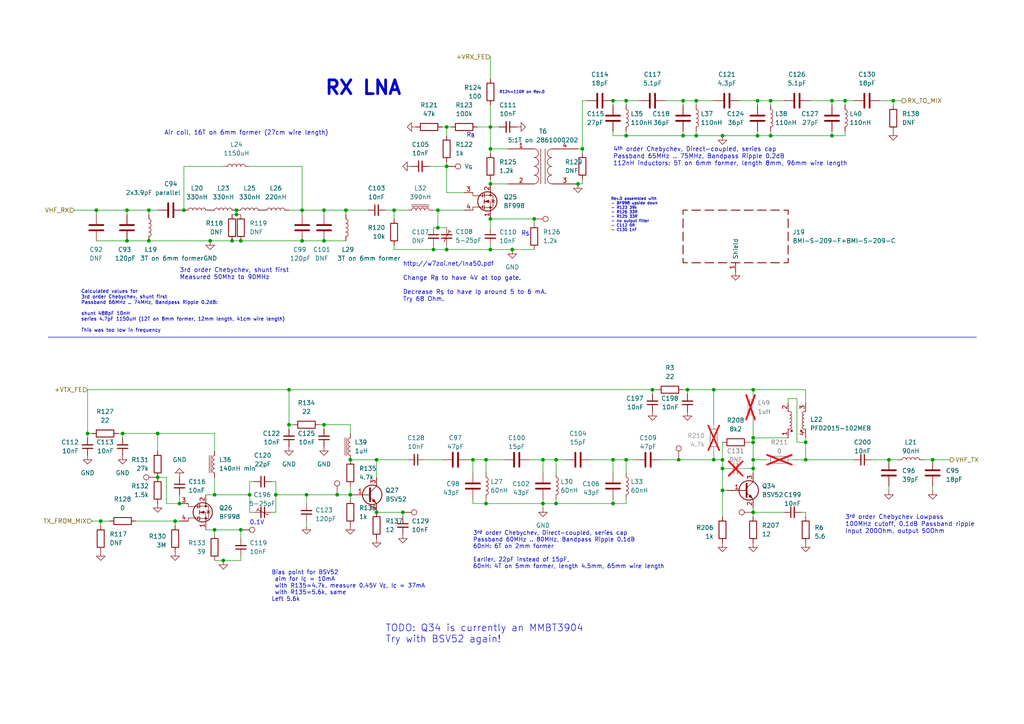
<source format=kicad_sch>
(kicad_sch (version 20230121) (generator eeschema)

  (uuid e85341a8-3e54-4b34-87f5-9974245a7484)

  (paper "A4")

  (title_block
    (title "DART-70 TRX")
    (date "2023-06-29")
    (rev "1")
    (company "HB9EGM")
    (comment 1 "A 4m Band SSB/CW Transceiver")
    (comment 2 "VHF Frontend")
  )

  

  (junction (at 209.55 142.24) (diameter 0) (color 0 0 0 0)
    (uuid 06cd1833-5d82-4ee1-8197-453031d3496c)
  )
  (junction (at 62.23 143.51) (diameter 0) (color 0 0 0 0)
    (uuid 0c6e8129-07f9-465f-9ce0-2d46f2319c9e)
  )
  (junction (at 161.29 133.35) (diameter 0) (color 0 0 0 0)
    (uuid 0da30ee4-5fbf-45c8-9538-1bf176f03f71)
  )
  (junction (at 161.29 146.05) (diameter 0) (color 0 0 0 0)
    (uuid 1608e778-ac14-4f9f-9dc0-3cecfc05589b)
  )
  (junction (at 129.54 72.39) (diameter 0) (color 0 0 0 0)
    (uuid 17d4eaad-d6d1-43d3-8473-d8c3f046a0e1)
  )
  (junction (at 257.81 133.35) (diameter 0) (color 0 0 0 0)
    (uuid 1e6970c2-b627-41b2-a1ba-b0728c155916)
  )
  (junction (at 25.4 125.73) (diameter 0) (color 0 0 0 0)
    (uuid 214ecb40-4c63-4158-be2f-20e603afe1b9)
  )
  (junction (at 241.3 39.37) (diameter 0) (color 0 0 0 0)
    (uuid 22e30deb-2428-4b11-82a9-50d388efeade)
  )
  (junction (at 52.07 146.05) (diameter 0) (color 0 0 0 0)
    (uuid 244c9203-c3ff-4b65-a34d-5892ece48c2b)
  )
  (junction (at 100.33 60.96) (diameter 0) (color 0 0 0 0)
    (uuid 27932209-07aa-4309-8c3b-8c3756ea28f5)
  )
  (junction (at 125.73 72.39) (diameter 0) (color 0 0 0 0)
    (uuid 2855b2aa-20f9-4089-b9aa-63d012f20259)
  )
  (junction (at 201.93 29.21) (diameter 0) (color 0 0 0 0)
    (uuid 2b91b5f6-6358-423e-b62b-3e684fb64a30)
  )
  (junction (at 181.61 29.21) (diameter 0) (color 0 0 0 0)
    (uuid 2c1149ed-3085-4295-b371-1815cbfd540a)
  )
  (junction (at 67.31 69.85) (diameter 0) (color 0 0 0 0)
    (uuid 2dd4e452-7c3f-4e1f-b5b7-f42fcb0e075b)
  )
  (junction (at 53.34 60.96) (diameter 0) (color 0 0 0 0)
    (uuid 30ff6a36-e1f5-45d3-9f31-a6736183ac65)
  )
  (junction (at 43.18 69.85) (diameter 0) (color 0 0 0 0)
    (uuid 32d3fe83-b854-4464-af88-f747caab52be)
  )
  (junction (at 129.54 36.83) (diameter 0) (color 0 0 0 0)
    (uuid 34aea703-6354-4221-ba7e-b2d77e2a6562)
  )
  (junction (at 223.52 29.21) (diameter 0) (color 0 0 0 0)
    (uuid 41bb2995-bcdb-4572-a047-8ce3fa79d0ec)
  )
  (junction (at 154.94 63.5) (diameter 0) (color 0 0 0 0)
    (uuid 433436e6-75b2-4d0e-afe5-51e9ce3b6ceb)
  )
  (junction (at 209.55 39.37) (diameter 0) (color 0 0 0 0)
    (uuid 48de30cd-ac12-4cd9-b77e-6276c6cc535e)
  )
  (junction (at 198.12 29.21) (diameter 0) (color 0 0 0 0)
    (uuid 49abb95b-688d-484d-9ecd-26244c95a12f)
  )
  (junction (at 218.44 128.27) (diameter 0) (color 0 0 0 0)
    (uuid 4cc628fe-0867-4551-bd3d-f940686bb8d1)
  )
  (junction (at 218.44 127) (diameter 0) (color 0 0 0 0)
    (uuid 4cd7b3ef-a4aa-49da-8d00-7cb5bb7975c4)
  )
  (junction (at 148.59 72.39) (diameter 0) (color 0 0 0 0)
    (uuid 53639ead-a22d-4b74-b706-37b82595afe4)
  )
  (junction (at 142.24 72.39) (diameter 0) (color 0 0 0 0)
    (uuid 5654cc54-aa7f-4e7e-a903-b6ae4711e293)
  )
  (junction (at 60.96 69.85) (diameter 0) (color 0 0 0 0)
    (uuid 59554d60-0b6c-44e8-9274-8126ea48f29b)
  )
  (junction (at 142.24 43.18) (diameter 0) (color 0 0 0 0)
    (uuid 5ac87c87-280c-41aa-b7e2-8cd95dfa0977)
  )
  (junction (at 62.23 153.67) (diameter 0) (color 0 0 0 0)
    (uuid 5b4a4a9a-0092-4d0f-9c31-414a1759762c)
  )
  (junction (at 83.82 113.03) (diameter 0) (color 0 0 0 0)
    (uuid 5c32d00f-8fc1-4868-a4c2-a4f35e22d212)
  )
  (junction (at 259.08 29.21) (diameter 0) (color 0 0 0 0)
    (uuid 5f5451e3-d3b2-4513-aa00-6164f9037ce5)
  )
  (junction (at 207.01 113.03) (diameter 0) (color 0 0 0 0)
    (uuid 61c9d3d6-7891-4074-907c-9e4901de4a75)
  )
  (junction (at 168.91 43.18) (diameter 0) (color 0 0 0 0)
    (uuid 64c3c5fe-1bb6-4a8a-b1a6-f533cf627997)
  )
  (junction (at 109.22 148.59) (diameter 0) (color 0 0 0 0)
    (uuid 6a54acfb-c2a3-4891-bdef-5359d832b05e)
  )
  (junction (at 127 66.04) (diameter 0) (color 0 0 0 0)
    (uuid 6c005152-c357-4bcb-8338-74043f8ed537)
  )
  (junction (at 140.97 146.05) (diameter 0) (color 0 0 0 0)
    (uuid 6d68bfa1-11fe-4684-84df-2231fa0bfa8f)
  )
  (junction (at 142.24 63.5) (diameter 0) (color 0 0 0 0)
    (uuid 6f67861a-7006-47b4-bdc7-1b4e03f0937b)
  )
  (junction (at 207.01 133.35) (diameter 0) (color 0 0 0 0)
    (uuid 6ff9d00c-fa3f-42ae-be23-f4be2894ad0c)
  )
  (junction (at 219.71 39.37) (diameter 0) (color 0 0 0 0)
    (uuid 7246aeaa-7989-41aa-bc34-36314da565dd)
  )
  (junction (at 93.98 69.85) (diameter 0) (color 0 0 0 0)
    (uuid 725298de-8e6b-4cef-8b75-d13dba9603ba)
  )
  (junction (at 270.51 133.35) (diameter 0) (color 0 0 0 0)
    (uuid 75398813-de13-4698-a6fa-af4afbe3c87d)
  )
  (junction (at 127 60.96) (diameter 0) (color 0 0 0 0)
    (uuid 755aea78-2b8e-4969-8c1a-4e66cdc3e55c)
  )
  (junction (at 69.85 153.67) (diameter 0) (color 0 0 0 0)
    (uuid 7e3cf1a5-27ba-4fb2-9e80-6e1100e7286d)
  )
  (junction (at 36.83 60.96) (diameter 0) (color 0 0 0 0)
    (uuid 7e40bcc0-3aaa-4014-a65e-4bba8fb828b1)
  )
  (junction (at 116.84 148.59) (diameter 0) (color 0 0 0 0)
    (uuid 8275d0f0-4cd2-4f60-b1d1-1f544f364a6d)
  )
  (junction (at 97.79 143.51) (diameter 0) (color 0 0 0 0)
    (uuid 828403cb-c2e9-4ccc-8f46-66963ed2f21b)
  )
  (junction (at 241.3 29.21) (diameter 0) (color 0 0 0 0)
    (uuid 830530a0-7b7e-4b57-bcad-ac6bcc2d3cd2)
  )
  (junction (at 218.44 133.35) (diameter 0) (color 0 0 0 0)
    (uuid 8399ad79-d7da-4195-aa77-d3684ea9d714)
  )
  (junction (at 199.39 113.03) (diameter 0) (color 0 0 0 0)
    (uuid 848d408b-499d-4828-ade3-3dc4162c2033)
  )
  (junction (at 68.58 62.23) (diameter 0) (color 0 0 0 0)
    (uuid 84c10573-abbd-42a2-ba39-89dbac386a99)
  )
  (junction (at 80.01 143.51) (diameter 0) (color 0 0 0 0)
    (uuid 873ef7a0-ffb0-4065-9ef7-52e5a84c09a9)
  )
  (junction (at 83.82 123.19) (diameter 0) (color 0 0 0 0)
    (uuid 8b36f47c-4ffc-4598-8c26-644b57b5c662)
  )
  (junction (at 209.55 133.35) (diameter 0) (color 0 0 0 0)
    (uuid 911d43d7-4ced-4675-a99e-721128b53047)
  )
  (junction (at 157.48 133.35) (diameter 0) (color 0 0 0 0)
    (uuid 92b08d51-62a5-44c7-b4b2-471f395c1538)
  )
  (junction (at 35.56 125.73) (diameter 0) (color 0 0 0 0)
    (uuid 94cebd10-3367-4d9a-a1b7-f7d9e07bdd90)
  )
  (junction (at 233.68 133.35) (diameter 0) (color 0 0 0 0)
    (uuid 97f94457-83d5-481b-a868-8b4d8fa8ca32)
  )
  (junction (at 114.3 60.96) (diameter 0) (color 0 0 0 0)
    (uuid 99467fa5-d96f-4f1c-8084-626f6cebc0c0)
  )
  (junction (at 140.97 133.35) (diameter 0) (color 0 0 0 0)
    (uuid 99b2f434-c683-4943-880b-c0c7051efceb)
  )
  (junction (at 36.83 69.85) (diameter 0) (color 0 0 0 0)
    (uuid 9a8d2c66-6370-437d-a4a0-cb771a0d8c97)
  )
  (junction (at 50.8 151.13) (diameter 0) (color 0 0 0 0)
    (uuid 9b63d6a0-33d9-4ade-b725-ee15ec044acc)
  )
  (junction (at 157.48 146.05) (diameter 0) (color 0 0 0 0)
    (uuid 9c128dae-6221-4325-adb7-472ec7d0405d)
  )
  (junction (at 137.16 133.35) (diameter 0) (color 0 0 0 0)
    (uuid a3b76309-ce22-4be7-b174-f23d53e74bf4)
  )
  (junction (at 101.6 143.51) (diameter 0) (color 0 0 0 0)
    (uuid a6cfd25a-774e-4db2-b2d4-fd41eec62fd5)
  )
  (junction (at 93.98 60.96) (diameter 0) (color 0 0 0 0)
    (uuid a6dee93e-101e-421c-aa3d-cf1491a2d23c)
  )
  (junction (at 88.9 143.51) (diameter 0) (color 0 0 0 0)
    (uuid a7ae57b6-5005-47d4-809d-6b7d6ada6d03)
  )
  (junction (at 196.85 133.35) (diameter 0) (color 0 0 0 0)
    (uuid a81aafc3-0bc3-439e-9fca-02ae3a038663)
  )
  (junction (at 129.54 48.26) (diameter 0) (color 0 0 0 0)
    (uuid a875ac5f-456f-42ae-bc04-dd8d1a120797)
  )
  (junction (at 218.44 113.03) (diameter 0) (color 0 0 0 0)
    (uuid a8fe8395-910e-45f4-933f-5d8c23fe4f11)
  )
  (junction (at 142.24 53.34) (diameter 0) (color 0 0 0 0)
    (uuid a9dded2e-d08b-4bdb-ab4a-1fce0d42d43e)
  )
  (junction (at 201.93 39.37) (diameter 0) (color 0 0 0 0)
    (uuid aaee6b9a-4306-45ff-b9b6-5d802512dd52)
  )
  (junction (at 27.94 60.96) (diameter 0) (color 0 0 0 0)
    (uuid add0bd1b-274a-4ddf-b875-51d6108aab49)
  )
  (junction (at 219.71 29.21) (diameter 0) (color 0 0 0 0)
    (uuid b0c6448c-be7d-4ebe-a1be-1e8f330d6dbb)
  )
  (junction (at 101.6 133.35) (diameter 0) (color 0 0 0 0)
    (uuid b23444ea-cd8e-4df0-84f4-070156b2e3b7)
  )
  (junction (at 209.55 135.89) (diameter 0) (color 0 0 0 0)
    (uuid b465a053-0ee6-471e-bf6c-a0c84f3ecba8)
  )
  (junction (at 87.63 69.85) (diameter 0) (color 0 0 0 0)
    (uuid b4922278-ce3f-46ba-a2a2-cd5c71f714de)
  )
  (junction (at 218.44 135.89) (diameter 0) (color 0 0 0 0)
    (uuid b4b8a531-a2aa-42d7-b87f-b68b8cb2aace)
  )
  (junction (at 93.98 123.19) (diameter 0) (color 0 0 0 0)
    (uuid b8abc7e6-6611-45b5-9a55-3a65a7522e32)
  )
  (junction (at 177.8 146.05) (diameter 0) (color 0 0 0 0)
    (uuid ba0f7bdc-1c1a-4e78-887d-479d54290456)
  )
  (junction (at 189.23 113.03) (diameter 0) (color 0 0 0 0)
    (uuid baf4dd91-3b28-4d52-b6a4-03be3bccee81)
  )
  (junction (at 69.85 69.85) (diameter 0) (color 0 0 0 0)
    (uuid bcdfe8ed-4c7e-419e-b702-6bca070854e1)
  )
  (junction (at 245.11 29.21) (diameter 0) (color 0 0 0 0)
    (uuid bf6081e5-fd4b-4fb3-b523-139036f4041c)
  )
  (junction (at 198.12 39.37) (diameter 0) (color 0 0 0 0)
    (uuid c5c6520c-9e3e-436f-b14f-faf22a42dfbb)
  )
  (junction (at 45.72 125.73) (diameter 0) (color 0 0 0 0)
    (uuid c8d4f236-4705-41bb-b1be-5cef1ea2c536)
  )
  (junction (at 181.61 133.35) (diameter 0) (color 0 0 0 0)
    (uuid cc2cb73f-acad-4a16-94a4-9816e494e931)
  )
  (junction (at 87.63 60.96) (diameter 0) (color 0 0 0 0)
    (uuid ce1e90a2-6376-4288-8749-493e809aba5d)
  )
  (junction (at 64.77 162.56) (diameter 0) (color 0 0 0 0)
    (uuid d0fb093c-3a0b-4150-bde4-bd1af1a4bfff)
  )
  (junction (at 181.61 39.37) (diameter 0) (color 0 0 0 0)
    (uuid d50ac601-83b2-43a2-808a-3b58d5a2b71f)
  )
  (junction (at 29.21 151.13) (diameter 0) (color 0 0 0 0)
    (uuid d5b1e46d-5d90-4a90-be28-3d171dc5635e)
  )
  (junction (at 223.52 39.37) (diameter 0) (color 0 0 0 0)
    (uuid d600cdf9-d630-4f89-a09e-87efccd0902e)
  )
  (junction (at 167.64 53.34) (diameter 0) (color 0 0 0 0)
    (uuid d76a5f48-7d00-42d5-9e04-2f9f8b67bd1d)
  )
  (junction (at 68.58 60.96) (diameter 0) (color 0 0 0 0)
    (uuid dbad22ed-87bd-4fef-a142-c1d56fc5ada0)
  )
  (junction (at 43.18 60.96) (diameter 0) (color 0 0 0 0)
    (uuid df93aeee-38d4-42fb-b5da-51a73fd2e2bc)
  )
  (junction (at 177.8 29.21) (diameter 0) (color 0 0 0 0)
    (uuid e0493c7a-5485-41e4-ba79-779aff029fab)
  )
  (junction (at 142.24 36.83) (diameter 0) (color 0 0 0 0)
    (uuid e04f8c65-d602-47fb-9c32-a40fa4054257)
  )
  (junction (at 177.8 133.35) (diameter 0) (color 0 0 0 0)
    (uuid e245969c-96e2-4467-a4b0-55df65c2006d)
  )
  (junction (at 109.22 133.35) (diameter 0) (color 0 0 0 0)
    (uuid e717955e-2a81-4d91-a91b-854d445c9b5d)
  )
  (junction (at 72.39 143.51) (diameter 0) (color 0 0 0 0)
    (uuid e8c55c7f-c2dc-410e-9678-c0f1c2b5dda9)
  )
  (junction (at 233.68 128.27) (diameter 0) (color 0 0 0 0)
    (uuid f3f5fa2b-e360-4a93-8dc3-979bfd24960e)
  )
  (junction (at 218.44 148.59) (diameter 0) (color 0 0 0 0)
    (uuid f9953b34-1ff7-4174-972b-f448b4967615)
  )
  (junction (at 45.72 138.43) (diameter 0) (color 0 0 0 0)
    (uuid ff95d81e-5a87-4294-9b1c-6e9a77990629)
  )

  (wire (pts (xy 67.31 69.85) (xy 69.85 69.85))
    (stroke (width 0) (type default))
    (uuid 00e5b5fc-5bd0-40af-9ee7-a472844c2151)
  )
  (wire (pts (xy 181.61 29.21) (xy 181.61 30.48))
    (stroke (width 0) (type default))
    (uuid 01092b77-815f-43be-992d-fc218557d154)
  )
  (wire (pts (xy 147.32 53.34) (xy 142.24 53.34))
    (stroke (width 0) (type default))
    (uuid 020af510-7992-416e-a265-00652eb27830)
  )
  (wire (pts (xy 219.71 39.37) (xy 219.71 38.1))
    (stroke (width 0) (type default))
    (uuid 02b3711f-b3bf-4a32-8116-7fa82771cd03)
  )
  (wire (pts (xy 177.8 137.16) (xy 177.8 133.35))
    (stroke (width 0) (type default))
    (uuid 03602e32-1245-4e32-9ecc-9044bdca6c61)
  )
  (wire (pts (xy 233.68 127) (xy 233.68 128.27))
    (stroke (width 0) (type default))
    (uuid 0364843a-ea63-43a8-b900-9d67bbf1da77)
  )
  (wire (pts (xy 83.82 113.03) (xy 83.82 123.19))
    (stroke (width 0) (type default))
    (uuid 0451da4d-6e4e-4f0b-a280-516f4ed8397a)
  )
  (wire (pts (xy 93.98 60.96) (xy 93.98 62.23))
    (stroke (width 0) (type default))
    (uuid 04e72cbc-c02a-4a92-b021-b9939e4db36f)
  )
  (wire (pts (xy 36.83 69.85) (xy 43.18 69.85))
    (stroke (width 0) (type default))
    (uuid 050efeb3-533d-4b9a-a0e2-1737784edf33)
  )
  (wire (pts (xy 83.82 124.46) (xy 83.82 123.19))
    (stroke (width 0) (type default))
    (uuid 05820599-8acc-49ba-a88a-070cbbe28e1a)
  )
  (wire (pts (xy 25.4 127) (xy 25.4 125.73))
    (stroke (width 0) (type default))
    (uuid 0785ffee-5a6c-4b20-b83b-a9e51509ed25)
  )
  (wire (pts (xy 109.22 133.35) (xy 118.11 133.35))
    (stroke (width 0) (type default))
    (uuid 0b6b8363-c8e1-4799-8ee5-abeba534856c)
  )
  (wire (pts (xy 116.84 148.59) (xy 109.22 148.59))
    (stroke (width 0) (type default))
    (uuid 0c549802-b595-4de9-b4f2-5d5dc13cce92)
  )
  (wire (pts (xy 218.44 127) (xy 228.6 127))
    (stroke (width 0) (type default))
    (uuid 0cfa00f3-58c0-465c-b0f3-b8c1473d4f2f)
  )
  (wire (pts (xy 140.97 137.16) (xy 140.97 133.35))
    (stroke (width 0) (type default))
    (uuid 0f1de0dd-804a-4596-bff8-c84c9821c96f)
  )
  (wire (pts (xy 88.9 143.51) (xy 88.9 146.05))
    (stroke (width 0) (type default))
    (uuid 0f2ae659-a3c6-4de9-8cc9-1cb8eb738749)
  )
  (wire (pts (xy 148.59 72.39) (xy 142.24 72.39))
    (stroke (width 0) (type default))
    (uuid 11920e1b-be55-4c86-8c94-fad4a5a5ea6f)
  )
  (wire (pts (xy 223.52 39.37) (xy 241.3 39.37))
    (stroke (width 0) (type default))
    (uuid 135fafe3-46f6-4185-8d74-e430c711885a)
  )
  (wire (pts (xy 116.84 149.86) (xy 116.84 148.59))
    (stroke (width 0) (type default))
    (uuid 17b00afe-c752-4fe9-88c5-3ad96b8a7e70)
  )
  (wire (pts (xy 137.16 146.05) (xy 140.97 146.05))
    (stroke (width 0) (type default))
    (uuid 18db5cb1-f24a-4214-a8e1-67ecb000cd89)
  )
  (wire (pts (xy 48.26 138.43) (xy 48.26 146.05))
    (stroke (width 0) (type default))
    (uuid 1941db9c-382f-44cc-a903-a93207b6a93d)
  )
  (wire (pts (xy 80.01 143.51) (xy 80.01 148.59))
    (stroke (width 0) (type default))
    (uuid 1a169e54-4845-4fc0-92de-5371c28543e1)
  )
  (wire (pts (xy 60.96 69.85) (xy 67.31 69.85))
    (stroke (width 0) (type default))
    (uuid 1a18bdd7-506a-46c8-8c47-7d7591f2bfbc)
  )
  (wire (pts (xy 27.94 60.96) (xy 36.83 60.96))
    (stroke (width 0) (type default))
    (uuid 1a97cca3-0fe5-4bfa-8d57-ca1b191bfea3)
  )
  (wire (pts (xy 25.4 113.03) (xy 83.82 113.03))
    (stroke (width 0) (type default))
    (uuid 1aae337c-ccaa-46d6-b513-e315bd052c26)
  )
  (wire (pts (xy 125.73 60.96) (xy 127 60.96))
    (stroke (width 0) (type default))
    (uuid 1acffc7b-3719-4cb9-9be2-22b9b0dc94ee)
  )
  (wire (pts (xy 219.71 29.21) (xy 223.52 29.21))
    (stroke (width 0) (type default))
    (uuid 1c0cfd5c-a642-423e-bcd7-fee83fdee590)
  )
  (wire (pts (xy 87.63 69.85) (xy 93.98 69.85))
    (stroke (width 0) (type default))
    (uuid 1cb95966-d9b9-40ac-b03f-1f46d823a11d)
  )
  (wire (pts (xy 196.85 133.35) (xy 207.01 133.35))
    (stroke (width 0) (type default))
    (uuid 1d75a025-6882-4fac-8f75-322bda04a9d6)
  )
  (wire (pts (xy 69.85 69.85) (xy 87.63 69.85))
    (stroke (width 0) (type default))
    (uuid 1e066e3b-074f-4121-8f27-8215bc8d3261)
  )
  (wire (pts (xy 142.24 53.34) (xy 142.24 52.07))
    (stroke (width 0) (type default))
    (uuid 1f1766e2-d2db-4154-b565-458e0aeda8eb)
  )
  (wire (pts (xy 198.12 39.37) (xy 198.12 38.1))
    (stroke (width 0) (type default))
    (uuid 1f992b26-230b-423a-9f5b-b5e2eae3f796)
  )
  (wire (pts (xy 207.01 113.03) (xy 207.01 123.19))
    (stroke (width 0) (type default))
    (uuid 208e6a11-1fd1-4018-8b1d-7d5bf628f6ea)
  )
  (wire (pts (xy 193.04 29.21) (xy 198.12 29.21))
    (stroke (width 0) (type default))
    (uuid 211489a5-413a-4de7-bb6b-ce735ffe7c80)
  )
  (wire (pts (xy 62.23 153.67) (xy 59.69 153.67))
    (stroke (width 0) (type default))
    (uuid 21acb83f-68ea-41e5-b622-dc4aeb4e23bc)
  )
  (wire (pts (xy 227.33 148.59) (xy 218.44 148.59))
    (stroke (width 0) (type default))
    (uuid 21b5c67d-e00e-4146-9c8f-68c227914ac5)
  )
  (wire (pts (xy 87.63 60.96) (xy 93.98 60.96))
    (stroke (width 0) (type default))
    (uuid 23c577d6-b831-4003-b3d4-9a9a5520a466)
  )
  (wire (pts (xy 241.3 39.37) (xy 241.3 38.1))
    (stroke (width 0) (type default))
    (uuid 24280ee6-c585-4835-8fc4-d7860dfbfdba)
  )
  (wire (pts (xy 218.44 147.32) (xy 218.44 148.59))
    (stroke (width 0) (type default))
    (uuid 253acf9d-0693-43e0-a1a6-828fefa2e427)
  )
  (polyline (pts (xy 13.97 97.79) (xy 283.21 97.79))
    (stroke (width 0) (type default))
    (uuid 2812a88f-15e5-44c4-a66a-beb23630881f)
  )

  (wire (pts (xy 21.59 60.96) (xy 27.94 60.96))
    (stroke (width 0) (type default))
    (uuid 28691614-25d8-432a-9210-110c9d424ff4)
  )
  (wire (pts (xy 233.68 113.03) (xy 233.68 116.84))
    (stroke (width 0) (type default))
    (uuid 2b1bd45f-0cce-476c-a95b-3f07a8e0097a)
  )
  (wire (pts (xy 29.21 152.4) (xy 29.21 151.13))
    (stroke (width 0) (type default))
    (uuid 2d478155-78b3-43e6-9e0b-cf58b9dbf0cb)
  )
  (wire (pts (xy 101.6 140.97) (xy 101.6 143.51))
    (stroke (width 0) (type default))
    (uuid 2e3e1835-0994-46d3-b4ac-db18042e081b)
  )
  (wire (pts (xy 43.18 69.85) (xy 60.96 69.85))
    (stroke (width 0) (type default))
    (uuid 2e5066c7-bc67-4b7c-aae7-15cd49e110ca)
  )
  (wire (pts (xy 142.24 63.5) (xy 142.24 66.04))
    (stroke (width 0) (type default))
    (uuid 2f240c86-aceb-464b-899d-7618bd58be8d)
  )
  (wire (pts (xy 228.6 115.57) (xy 231.14 115.57))
    (stroke (width 0) (type default))
    (uuid 2f731dc3-c3ea-4c2a-96d7-76b575e2707e)
  )
  (wire (pts (xy 231.14 128.27) (xy 233.68 128.27))
    (stroke (width 0) (type default))
    (uuid 3042c0bd-ae14-4eb5-ac68-b1f57fe67f0e)
  )
  (wire (pts (xy 241.3 29.21) (xy 245.11 29.21))
    (stroke (width 0) (type default))
    (uuid 30701c9e-85dc-4e9a-972e-ad6a04210bf0)
  )
  (wire (pts (xy 210.82 142.24) (xy 209.55 142.24))
    (stroke (width 0) (type default))
    (uuid 312c9468-d69a-4c38-a686-c5e4db9e2b2b)
  )
  (wire (pts (xy 257.81 140.97) (xy 257.81 142.24))
    (stroke (width 0) (type default))
    (uuid 327e728d-41e0-471a-bddb-d00e118f9124)
  )
  (wire (pts (xy 48.26 146.05) (xy 52.07 146.05))
    (stroke (width 0) (type default))
    (uuid 32c7e7d5-5cf0-4052-9904-fc5aa41decb5)
  )
  (wire (pts (xy 168.91 52.07) (xy 168.91 53.34))
    (stroke (width 0) (type default))
    (uuid 3303b423-732f-4ec1-9f34-6a65ea125a9f)
  )
  (wire (pts (xy 72.39 48.26) (xy 87.63 48.26))
    (stroke (width 0) (type default))
    (uuid 33f29fa7-5b0b-49c9-a605-50b7be5943a9)
  )
  (wire (pts (xy 218.44 114.3) (xy 218.44 113.03))
    (stroke (width 0) (type default))
    (uuid 33ffa260-397d-4fe9-b456-d0ca979d3d44)
  )
  (wire (pts (xy 142.24 16.51) (xy 142.24 22.86))
    (stroke (width 0) (type default))
    (uuid 3405d2ca-755d-457e-986a-931c3894937d)
  )
  (wire (pts (xy 233.68 133.35) (xy 247.65 133.35))
    (stroke (width 0) (type default))
    (uuid 3551553e-3ee4-4c53-8eec-5aa21a33213f)
  )
  (wire (pts (xy 45.72 125.73) (xy 62.23 125.73))
    (stroke (width 0) (type default))
    (uuid 36c2a5ae-5ab8-440b-a41f-9b00518ecd46)
  )
  (wire (pts (xy 157.48 144.78) (xy 157.48 146.05))
    (stroke (width 0) (type default))
    (uuid 39db7752-0a3a-4f86-9b6b-b0d696c9ee86)
  )
  (wire (pts (xy 231.14 115.57) (xy 231.14 128.27))
    (stroke (width 0) (type default))
    (uuid 3bf6a9c1-284b-45c1-b4d0-6880ff60f122)
  )
  (wire (pts (xy 181.61 29.21) (xy 185.42 29.21))
    (stroke (width 0) (type default))
    (uuid 3c5dfaac-ce4d-429a-aba1-920080a05a25)
  )
  (wire (pts (xy 209.55 39.37) (xy 219.71 39.37))
    (stroke (width 0) (type default))
    (uuid 3cac3e67-9601-4bbe-8f74-51e6c8133fb4)
  )
  (wire (pts (xy 215.9 135.89) (xy 218.44 135.89))
    (stroke (width 0) (type default))
    (uuid 3d743c97-02cb-48f2-af8b-cb82ede58eee)
  )
  (wire (pts (xy 157.48 146.05) (xy 157.48 147.32))
    (stroke (width 0) (type default))
    (uuid 3de8e6ff-7922-4a4c-8da3-593130616e9f)
  )
  (wire (pts (xy 189.23 113.03) (xy 83.82 113.03))
    (stroke (width 0) (type default))
    (uuid 3e3291c8-5fe4-46df-b588-043e86e3461e)
  )
  (wire (pts (xy 140.97 144.78) (xy 140.97 146.05))
    (stroke (width 0) (type default))
    (uuid 3ef88fbb-1bc5-45ea-bd80-93bb1661a3c3)
  )
  (wire (pts (xy 140.97 146.05) (xy 157.48 146.05))
    (stroke (width 0) (type default))
    (uuid 3f171020-40e6-46a2-91ee-6cd04988bf62)
  )
  (wire (pts (xy 93.98 69.85) (xy 100.33 69.85))
    (stroke (width 0) (type default))
    (uuid 3f75e8f9-17fe-41fa-8be1-97bb9d74f36e)
  )
  (wire (pts (xy 72.39 139.7) (xy 72.39 143.51))
    (stroke (width 0) (type default))
    (uuid 402a20b7-472e-40d1-af1a-063e4d8606d2)
  )
  (wire (pts (xy 36.83 60.96) (xy 43.18 60.96))
    (stroke (width 0) (type default))
    (uuid 426afdc4-b639-4a13-b435-77d23c36d327)
  )
  (wire (pts (xy 209.55 142.24) (xy 209.55 149.86))
    (stroke (width 0) (type default))
    (uuid 42ae192c-ae67-4fad-b3b9-5da65213b170)
  )
  (wire (pts (xy 123.19 133.35) (xy 128.27 133.35))
    (stroke (width 0) (type default))
    (uuid 43934e92-394f-46b1-aa11-dec1c85b3adf)
  )
  (wire (pts (xy 128.27 36.83) (xy 129.54 36.83))
    (stroke (width 0) (type default))
    (uuid 45d11611-49a6-4964-afa3-7f0162c0c739)
  )
  (wire (pts (xy 157.48 146.05) (xy 161.29 146.05))
    (stroke (width 0) (type default))
    (uuid 47c5338f-fc60-4619-abfa-56c0b6533cb9)
  )
  (wire (pts (xy 62.23 143.51) (xy 72.39 143.51))
    (stroke (width 0) (type default))
    (uuid 4a16b6dc-2288-4548-9c84-0bbf2a1d57bd)
  )
  (wire (pts (xy 135.89 133.35) (xy 137.16 133.35))
    (stroke (width 0) (type default))
    (uuid 4b74047d-1cfb-4a70-804a-a9c009584e7a)
  )
  (wire (pts (xy 137.16 133.35) (xy 140.97 133.35))
    (stroke (width 0) (type default))
    (uuid 4bf865ed-62d5-49b3-9115-02bd4f7f3f74)
  )
  (wire (pts (xy 177.8 133.35) (xy 181.61 133.35))
    (stroke (width 0) (type default))
    (uuid 4ca5ee79-1360-4517-b073-b387778d1f9d)
  )
  (wire (pts (xy 181.61 39.37) (xy 198.12 39.37))
    (stroke (width 0) (type default))
    (uuid 4cad7fe9-18a3-4205-bf76-118f190d710a)
  )
  (wire (pts (xy 189.23 113.03) (xy 190.5 113.03))
    (stroke (width 0) (type default))
    (uuid 4cf90ab1-159d-4993-b81e-3fbcdf9c10b7)
  )
  (wire (pts (xy 201.93 30.48) (xy 201.93 29.21))
    (stroke (width 0) (type default))
    (uuid 4e6b63c8-8daf-4486-a68d-7144b46e5ea2)
  )
  (wire (pts (xy 69.85 161.29) (xy 69.85 162.56))
    (stroke (width 0) (type default))
    (uuid 520deeb0-2cb2-4b4b-9ce8-239203e7b895)
  )
  (wire (pts (xy 100.33 60.96) (xy 100.33 62.23))
    (stroke (width 0) (type default))
    (uuid 52a29cb5-fc2a-4abb-a968-bbb1b5d9b7d6)
  )
  (wire (pts (xy 69.85 162.56) (xy 64.77 162.56))
    (stroke (width 0) (type default))
    (uuid 5393cb79-d4ff-48a3-8106-b4f929de870b)
  )
  (wire (pts (xy 234.95 29.21) (xy 241.3 29.21))
    (stroke (width 0) (type default))
    (uuid 54136090-6e59-411c-8c76-ff74b4ba8cdc)
  )
  (wire (pts (xy 170.18 29.21) (xy 168.91 29.21))
    (stroke (width 0) (type default))
    (uuid 5516e114-54d5-4ea3-8bfe-40e5be6eb192)
  )
  (wire (pts (xy 114.3 72.39) (xy 125.73 72.39))
    (stroke (width 0) (type default))
    (uuid 57578d86-772e-43cb-bffa-d432e3d6da21)
  )
  (wire (pts (xy 241.3 30.48) (xy 241.3 29.21))
    (stroke (width 0) (type default))
    (uuid 575b9d80-5f4d-4af9-aef0-45c51d673684)
  )
  (wire (pts (xy 207.01 130.81) (xy 207.01 133.35))
    (stroke (width 0) (type default))
    (uuid 57926f89-3035-49ee-839f-e59c133cd476)
  )
  (wire (pts (xy 83.82 123.19) (xy 85.09 123.19))
    (stroke (width 0) (type default))
    (uuid 588442fe-0325-47ea-8587-f22398d8d769)
  )
  (wire (pts (xy 92.71 123.19) (xy 93.98 123.19))
    (stroke (width 0) (type default))
    (uuid 58845e3f-7112-4368-b742-d952a9ef30c6)
  )
  (wire (pts (xy 171.45 133.35) (xy 177.8 133.35))
    (stroke (width 0) (type default))
    (uuid 592caa8b-0386-47d0-8e78-0b9d3a2052bb)
  )
  (wire (pts (xy 241.3 39.37) (xy 245.11 39.37))
    (stroke (width 0) (type default))
    (uuid 59e552bf-7958-4fda-a0db-f9e371531f5e)
  )
  (wire (pts (xy 72.39 148.59) (xy 73.66 148.59))
    (stroke (width 0) (type default))
    (uuid 59f0fd2e-2ec4-4134-a023-bcbeafeddeed)
  )
  (wire (pts (xy 78.74 139.7) (xy 80.01 139.7))
    (stroke (width 0) (type default))
    (uuid 5bd32520-1e40-4ff4-90b5-6039aa0908ac)
  )
  (wire (pts (xy 142.24 72.39) (xy 142.24 71.12))
    (stroke (width 0) (type default))
    (uuid 5e2169a0-de19-4cd6-bf52-b74f00504da1)
  )
  (wire (pts (xy 43.18 60.96) (xy 45.72 60.96))
    (stroke (width 0) (type default))
    (uuid 5e70f545-979a-40c9-bda1-1c7591189e45)
  )
  (wire (pts (xy 142.24 36.83) (xy 142.24 30.48))
    (stroke (width 0) (type default))
    (uuid 5e721fb4-c9a0-4ae9-89ea-2beae0e47e97)
  )
  (wire (pts (xy 43.18 60.96) (xy 43.18 62.23))
    (stroke (width 0) (type default))
    (uuid 5ea7489e-e91b-44f0-a035-3448b45ceadc)
  )
  (wire (pts (xy 168.91 53.34) (xy 167.64 53.34))
    (stroke (width 0) (type default))
    (uuid 5f5c060f-99c6-4d58-b44a-4244837c6652)
  )
  (wire (pts (xy 259.08 29.21) (xy 261.62 29.21))
    (stroke (width 0) (type default))
    (uuid 5fceb92d-7a0e-4b2f-966c-33a3f8978ee9)
  )
  (wire (pts (xy 142.24 44.45) (xy 142.24 43.18))
    (stroke (width 0) (type default))
    (uuid 6005394b-9189-4171-b053-ebfd9d60c03e)
  )
  (wire (pts (xy 25.4 125.73) (xy 26.67 125.73))
    (stroke (width 0) (type default))
    (uuid 600c3ac6-9e9d-494f-9f04-3cadeb854f32)
  )
  (wire (pts (xy 62.23 162.56) (xy 64.77 162.56))
    (stroke (width 0) (type default))
    (uuid 60a459b9-afd7-4bdd-b38a-a5f2882f31e7)
  )
  (wire (pts (xy 201.93 39.37) (xy 198.12 39.37))
    (stroke (width 0) (type default))
    (uuid 60bad9ca-4bdf-454c-ad68-9fa3a1ef1953)
  )
  (wire (pts (xy 157.48 137.16) (xy 157.48 133.35))
    (stroke (width 0) (type default))
    (uuid 61a9e6a8-4104-4faf-9104-407030fee84b)
  )
  (wire (pts (xy 223.52 29.21) (xy 227.33 29.21))
    (stroke (width 0) (type default))
    (uuid 61f8165d-255a-4197-a48c-ea44a5589c76)
  )
  (wire (pts (xy 198.12 30.48) (xy 198.12 29.21))
    (stroke (width 0) (type default))
    (uuid 62cac600-87c9-4b70-81ad-6cbecfa5dbe3)
  )
  (wire (pts (xy 198.12 113.03) (xy 199.39 113.03))
    (stroke (width 0) (type default))
    (uuid 62df18ed-21d2-4302-bae9-0a1e69d7a499)
  )
  (wire (pts (xy 147.32 43.18) (xy 142.24 43.18))
    (stroke (width 0) (type default))
    (uuid 6609241a-334e-4ced-ae81-0759311dbbad)
  )
  (wire (pts (xy 29.21 151.13) (xy 31.75 151.13))
    (stroke (width 0) (type default))
    (uuid 67493d1c-1964-488f-8bb3-ee5426a7eff9)
  )
  (wire (pts (xy 125.73 72.39) (xy 129.54 72.39))
    (stroke (width 0) (type default))
    (uuid 67ee9752-cba6-4ecb-80e8-065f573d8511)
  )
  (wire (pts (xy 267.97 133.35) (xy 270.51 133.35))
    (stroke (width 0) (type default))
    (uuid 689262fe-4649-4913-a50d-ef6603d147ba)
  )
  (wire (pts (xy 72.39 139.7) (xy 73.66 139.7))
    (stroke (width 0) (type default))
    (uuid 689b84ed-ce48-4bec-8ca7-074c329dff2f)
  )
  (wire (pts (xy 257.81 133.35) (xy 260.35 133.35))
    (stroke (width 0) (type default))
    (uuid 6a5a5cb5-57d6-41bf-bce2-dd2659f187de)
  )
  (wire (pts (xy 161.29 137.16) (xy 161.29 133.35))
    (stroke (width 0) (type default))
    (uuid 6a845cb2-3ede-406b-9084-98637e393984)
  )
  (wire (pts (xy 137.16 144.78) (xy 137.16 146.05))
    (stroke (width 0) (type default))
    (uuid 6c3afb83-f51a-4f85-8428-f6af28e05398)
  )
  (wire (pts (xy 125.73 66.04) (xy 127 66.04))
    (stroke (width 0) (type default))
    (uuid 6c99d25b-dc2d-4eeb-b0ca-e420c2d8e986)
  )
  (wire (pts (xy 218.44 137.16) (xy 218.44 135.89))
    (stroke (width 0) (type default))
    (uuid 705a0245-3673-42fb-af3c-47ff59dcc631)
  )
  (wire (pts (xy 167.64 43.18) (xy 168.91 43.18))
    (stroke (width 0) (type default))
    (uuid 710b6ecd-a9cf-4c16-b156-7ab0bb0c1245)
  )
  (wire (pts (xy 270.51 140.97) (xy 270.51 142.24))
    (stroke (width 0) (type default))
    (uuid 72e69a0e-2a1e-4385-9c29-79ea8e6ee4fc)
  )
  (wire (pts (xy 68.58 60.96) (xy 68.58 62.23))
    (stroke (width 0) (type default))
    (uuid 739c4bc4-71b1-4060-996c-b30955427381)
  )
  (wire (pts (xy 35.56 127) (xy 35.56 125.73))
    (stroke (width 0) (type default))
    (uuid 7560791f-9e21-48d6-b563-63cea6c3213c)
  )
  (wire (pts (xy 198.12 29.21) (xy 201.93 29.21))
    (stroke (width 0) (type default))
    (uuid 7564e54f-11f2-406e-b3e0-3e6cb42b6b60)
  )
  (wire (pts (xy 270.51 133.35) (xy 275.59 133.35))
    (stroke (width 0) (type default))
    (uuid 797bb1b8-fd87-488f-97d0-49f31e2319d2)
  )
  (wire (pts (xy 125.73 71.12) (xy 125.73 72.39))
    (stroke (width 0) (type default))
    (uuid 7cc4119c-4cff-43ef-9ca9-bb482331f51a)
  )
  (wire (pts (xy 154.94 72.39) (xy 148.59 72.39))
    (stroke (width 0) (type default))
    (uuid 7fb4a628-0a3a-45fd-b9bd-c186e37edcf1)
  )
  (wire (pts (xy 199.39 113.03) (xy 207.01 113.03))
    (stroke (width 0) (type default))
    (uuid 867cb05b-e3cd-4ef2-9951-968a47f33a25)
  )
  (wire (pts (xy 129.54 36.83) (xy 129.54 39.37))
    (stroke (width 0) (type default))
    (uuid 89b48dc9-c00e-48be-93c9-faa060ba3b37)
  )
  (wire (pts (xy 154.94 64.77) (xy 154.94 63.5))
    (stroke (width 0) (type default))
    (uuid 89faec98-fdf7-49b4-8a14-ddcd50d33077)
  )
  (wire (pts (xy 209.55 135.89) (xy 209.55 133.35))
    (stroke (width 0) (type default))
    (uuid 8a1ee677-b6fe-4b63-adb1-f65a362e2019)
  )
  (wire (pts (xy 201.93 29.21) (xy 207.01 29.21))
    (stroke (width 0) (type default))
    (uuid 8b01a92c-6579-45f1-a8cb-784184b3c0a6)
  )
  (wire (pts (xy 181.61 137.16) (xy 181.61 133.35))
    (stroke (width 0) (type default))
    (uuid 8bfdfab4-901c-4c87-bff9-1a225f39b380)
  )
  (wire (pts (xy 161.29 146.05) (xy 177.8 146.05))
    (stroke (width 0) (type default))
    (uuid 8c37e485-3337-45af-b60a-a449f4cca29e)
  )
  (wire (pts (xy 181.61 146.05) (xy 177.8 146.05))
    (stroke (width 0) (type default))
    (uuid 8d12fd19-a02e-44f2-a526-375a2f3fed7d)
  )
  (wire (pts (xy 114.3 71.12) (xy 114.3 72.39))
    (stroke (width 0) (type default))
    (uuid 8d93b96e-d58e-4f76-b91e-0a4672ad0838)
  )
  (wire (pts (xy 26.67 151.13) (xy 29.21 151.13))
    (stroke (width 0) (type default))
    (uuid 90231782-baa8-4564-a9cd-7f1889e87eb9)
  )
  (wire (pts (xy 177.8 39.37) (xy 181.61 39.37))
    (stroke (width 0) (type default))
    (uuid 90e6d25b-41c3-4379-94e3-70433d4656f5)
  )
  (wire (pts (xy 245.11 30.48) (xy 245.11 29.21))
    (stroke (width 0) (type default))
    (uuid 924031ab-bf44-4a2f-aaf7-c38b8a8abc40)
  )
  (wire (pts (xy 168.91 44.45) (xy 168.91 43.18))
    (stroke (width 0) (type default))
    (uuid 93f6fd09-e356-47ef-a2d2-c1ed422dabe3)
  )
  (wire (pts (xy 177.8 29.21) (xy 181.61 29.21))
    (stroke (width 0) (type default))
    (uuid 94425972-63e3-432d-8409-356e5b22940b)
  )
  (wire (pts (xy 72.39 143.51) (xy 72.39 148.59))
    (stroke (width 0) (type default))
    (uuid 95e59ba7-781d-4f21-89d4-3ff5417694c9)
  )
  (wire (pts (xy 229.87 133.35) (xy 233.68 133.35))
    (stroke (width 0) (type default))
    (uuid 95ef31a8-bbd6-4afe-9c57-cf82c53bc37c)
  )
  (wire (pts (xy 209.55 133.35) (xy 207.01 133.35))
    (stroke (width 0) (type default))
    (uuid 970dfdcf-cf16-4d7b-a314-99abf8c00989)
  )
  (wire (pts (xy 259.08 30.48) (xy 259.08 29.21))
    (stroke (width 0) (type default))
    (uuid 9723f6e4-63d9-4b79-a06d-706fe6a5b67e)
  )
  (wire (pts (xy 233.68 148.59) (xy 233.68 149.86))
    (stroke (width 0) (type default))
    (uuid 97a8a467-0890-478c-b459-d0cbcd4effae)
  )
  (wire (pts (xy 223.52 30.48) (xy 223.52 29.21))
    (stroke (width 0) (type default))
    (uuid 98084cbc-b94f-488e-83ba-487b7983eff7)
  )
  (wire (pts (xy 127 60.96) (xy 134.62 60.96))
    (stroke (width 0) (type default))
    (uuid 98fe9f07-d0e7-4808-8553-39a038479457)
  )
  (wire (pts (xy 218.44 149.86) (xy 218.44 148.59))
    (stroke (width 0) (type default))
    (uuid 998078fe-b55c-4608-8874-be4ad6fd1f1a)
  )
  (wire (pts (xy 93.98 124.46) (xy 93.98 123.19))
    (stroke (width 0) (type default))
    (uuid 99be3360-249d-4c89-a77e-43cb1aef6c84)
  )
  (wire (pts (xy 177.8 30.48) (xy 177.8 29.21))
    (stroke (width 0) (type default))
    (uuid 9c7aae02-34fd-4a06-bca1-a165128a73a8)
  )
  (wire (pts (xy 127 66.04) (xy 127 60.96))
    (stroke (width 0) (type default))
    (uuid 9c85880b-9d5c-4fe3-84f6-20ee24e87c39)
  )
  (wire (pts (xy 62.23 153.67) (xy 62.23 154.94))
    (stroke (width 0) (type default))
    (uuid 9d2b433e-1dfc-4d0f-abe1-2e83343631b5)
  )
  (wire (pts (xy 201.93 39.37) (xy 209.55 39.37))
    (stroke (width 0) (type default))
    (uuid 9f025a2e-cbc7-46d0-a262-ab48be6c2823)
  )
  (wire (pts (xy 80.01 148.59) (xy 78.74 148.59))
    (stroke (width 0) (type default))
    (uuid 9f133005-0969-45ca-a54a-be7c8a5c38f1)
  )
  (wire (pts (xy 124.46 48.26) (xy 129.54 48.26))
    (stroke (width 0) (type default))
    (uuid 9f1a398d-ae6d-496d-87ab-0e13a3b648a5)
  )
  (wire (pts (xy 100.33 60.96) (xy 106.68 60.96))
    (stroke (width 0) (type default))
    (uuid a07f0e55-9b3e-4df6-80c8-c3fa196fb8fb)
  )
  (wire (pts (xy 217.17 128.27) (xy 218.44 128.27))
    (stroke (width 0) (type default))
    (uuid a1d23b78-9c93-4bc7-a86a-7f5bd3447d48)
  )
  (wire (pts (xy 245.11 29.21) (xy 247.65 29.21))
    (stroke (width 0) (type default))
    (uuid a20e7e63-2306-4377-ac55-7c7faf4ea27c)
  )
  (wire (pts (xy 114.3 63.5) (xy 114.3 60.96))
    (stroke (width 0) (type default))
    (uuid a22912c1-4914-44a6-a3c9-493ad4dcc081)
  )
  (wire (pts (xy 35.56 125.73) (xy 45.72 125.73))
    (stroke (width 0) (type default))
    (uuid a621d0fa-e7c7-4146-b68b-596f01fe056d)
  )
  (wire (pts (xy 39.37 151.13) (xy 50.8 151.13))
    (stroke (width 0) (type default))
    (uuid a7257f0e-5835-436f-aac9-204afa049a30)
  )
  (wire (pts (xy 129.54 46.99) (xy 129.54 48.26))
    (stroke (width 0) (type default))
    (uuid a72c2df8-7b09-4ff0-a6ca-cd32045fcb5a)
  )
  (wire (pts (xy 245.11 39.37) (xy 245.11 38.1))
    (stroke (width 0) (type default))
    (uuid a8ddd670-538a-4580-8d79-e43d90515d40)
  )
  (wire (pts (xy 191.77 133.35) (xy 196.85 133.35))
    (stroke (width 0) (type default))
    (uuid aa5da0d2-8fb5-467a-9778-b7318292b4f1)
  )
  (wire (pts (xy 199.39 114.3) (xy 199.39 113.03))
    (stroke (width 0) (type default))
    (uuid aad5f81a-77ca-4202-8fa1-a467ed7ba5f2)
  )
  (wire (pts (xy 157.48 133.35) (xy 161.29 133.35))
    (stroke (width 0) (type default))
    (uuid aade9f87-67ba-4c61-82c0-2663d0f88027)
  )
  (wire (pts (xy 218.44 113.03) (xy 207.01 113.03))
    (stroke (width 0) (type default))
    (uuid aae8945b-be2a-4479-9c7b-808c28504eab)
  )
  (wire (pts (xy 130.81 36.83) (xy 129.54 36.83))
    (stroke (width 0) (type default))
    (uuid abf4d801-bb8f-4a89-9026-d8d2e1c81522)
  )
  (wire (pts (xy 109.22 138.43) (xy 109.22 133.35))
    (stroke (width 0) (type default))
    (uuid ac46c8fe-2e90-464a-bbd4-c87cc108df64)
  )
  (wire (pts (xy 153.67 133.35) (xy 157.48 133.35))
    (stroke (width 0) (type default))
    (uuid ae916f82-cc22-4852-b906-e5ba88e32818)
  )
  (wire (pts (xy 45.72 130.81) (xy 45.72 125.73))
    (stroke (width 0) (type default))
    (uuid b3b2bf41-bfe7-4afd-96f6-1139df88d39f)
  )
  (wire (pts (xy 101.6 123.19) (xy 101.6 125.73))
    (stroke (width 0) (type default))
    (uuid b436da6e-b4f7-4f5a-a6f0-7e4a7add47af)
  )
  (wire (pts (xy 201.93 39.37) (xy 201.93 38.1))
    (stroke (width 0) (type default))
    (uuid b4a7d8aa-b2d4-410d-b498-63bff8d46b74)
  )
  (wire (pts (xy 218.44 121.92) (xy 218.44 127))
    (stroke (width 0) (type default))
    (uuid b4d0f501-672f-474d-9150-2e3d00637530)
  )
  (wire (pts (xy 177.8 144.78) (xy 177.8 146.05))
    (stroke (width 0) (type default))
    (uuid b51e764d-2887-4788-b7ad-c037fe461811)
  )
  (wire (pts (xy 233.68 128.27) (xy 233.68 133.35))
    (stroke (width 0) (type default))
    (uuid b750a008-9d1d-4093-b063-825d97893814)
  )
  (wire (pts (xy 252.73 133.35) (xy 257.81 133.35))
    (stroke (width 0) (type default))
    (uuid b7e8e913-a741-4abe-94dc-3b1068763bc8)
  )
  (wire (pts (xy 53.34 48.26) (xy 53.34 60.96))
    (stroke (width 0) (type default))
    (uuid b7ef3e97-d0a8-484f-8521-fbd0a0afec53)
  )
  (wire (pts (xy 209.55 142.24) (xy 209.55 135.89))
    (stroke (width 0) (type default))
    (uuid bc567d14-e8ab-4d7e-9e0c-1091431161aa)
  )
  (wire (pts (xy 181.61 144.78) (xy 181.61 146.05))
    (stroke (width 0) (type default))
    (uuid be53d6b0-eb8c-4ad4-a328-4d30e845dbc1)
  )
  (wire (pts (xy 80.01 143.51) (xy 88.9 143.51))
    (stroke (width 0) (type default))
    (uuid beea7d7c-4a76-4d60-b6fb-cfc35c88f7a9)
  )
  (wire (pts (xy 219.71 30.48) (xy 219.71 29.21))
    (stroke (width 0) (type default))
    (uuid bfc77f05-a21f-4ea1-9483-75efe531139a)
  )
  (wire (pts (xy 62.23 130.81) (xy 62.23 125.73))
    (stroke (width 0) (type default))
    (uuid c2224d5b-9d4a-4324-b7f2-d94cda3b03c3)
  )
  (wire (pts (xy 101.6 143.51) (xy 101.6 144.78))
    (stroke (width 0) (type default))
    (uuid c31d04a3-eb2d-4a6d-9ba9-6dbfb9fffff3)
  )
  (wire (pts (xy 161.29 133.35) (xy 163.83 133.35))
    (stroke (width 0) (type default))
    (uuid c3a8b91a-7a87-4be2-bdac-1424494beb13)
  )
  (wire (pts (xy 50.8 152.4) (xy 50.8 151.13))
    (stroke (width 0) (type default))
    (uuid c3ad0817-03ce-4433-89b8-d268b5afe17c)
  )
  (wire (pts (xy 27.94 69.85) (xy 36.83 69.85))
    (stroke (width 0) (type default))
    (uuid c5a1623c-79b3-461d-930d-7a6155799a02)
  )
  (wire (pts (xy 181.61 133.35) (xy 184.15 133.35))
    (stroke (width 0) (type default))
    (uuid cbc639ed-75d2-4235-bd0a-8e36ab70c170)
  )
  (wire (pts (xy 140.97 133.35) (xy 146.05 133.35))
    (stroke (width 0) (type default))
    (uuid ccaef76a-d47c-466f-ae12-475e85a4d83b)
  )
  (wire (pts (xy 88.9 151.13) (xy 88.9 152.4))
    (stroke (width 0) (type default))
    (uuid cd97db10-c8c9-4b88-96b5-f546eeda8350)
  )
  (wire (pts (xy 64.77 48.26) (xy 53.34 48.26))
    (stroke (width 0) (type default))
    (uuid cedefa6a-3396-4642-a936-f25f019b5676)
  )
  (wire (pts (xy 218.44 113.03) (xy 233.68 113.03))
    (stroke (width 0) (type default))
    (uuid cf0c03f2-a65a-484d-a103-15de7d4164c0)
  )
  (wire (pts (xy 181.61 39.37) (xy 181.61 38.1))
    (stroke (width 0) (type default))
    (uuid cff31021-4226-4c7a-b8b3-f98d10db3340)
  )
  (wire (pts (xy 97.79 143.51) (xy 101.6 143.51))
    (stroke (width 0) (type default))
    (uuid d046bf4b-a39d-426b-8404-46063d2d3d9e)
  )
  (wire (pts (xy 52.07 146.05) (xy 52.07 143.51))
    (stroke (width 0) (type default))
    (uuid d1895861-595e-4412-914a-8d77685a4262)
  )
  (wire (pts (xy 80.01 139.7) (xy 80.01 143.51))
    (stroke (width 0) (type default))
    (uuid d1d53c27-d5f2-49b7-aa95-fae7708ad241)
  )
  (wire (pts (xy 154.94 63.5) (xy 142.24 63.5))
    (stroke (width 0) (type default))
    (uuid d39a58f4-f941-49d5-8523-8492ae3bd24a)
  )
  (wire (pts (xy 218.44 127) (xy 218.44 128.27))
    (stroke (width 0) (type default))
    (uuid d4f09622-b9c5-458f-a98b-efa3a69e89f6)
  )
  (wire (pts (xy 161.29 144.78) (xy 161.29 146.05))
    (stroke (width 0) (type default))
    (uuid d69bf3c6-1a99-4fa5-8962-328df2aea196)
  )
  (wire (pts (xy 87.63 48.26) (xy 87.63 60.96))
    (stroke (width 0) (type default))
    (uuid d6ad5766-5e86-4351-b65f-0645b5d40152)
  )
  (wire (pts (xy 209.55 135.89) (xy 210.82 135.89))
    (stroke (width 0) (type default))
    (uuid d7397e8b-84e3-4bbb-b3f1-0030885b0609)
  )
  (wire (pts (xy 218.44 133.35) (xy 222.25 133.35))
    (stroke (width 0) (type default))
    (uuid d8f02965-0b92-4821-bb12-8f5cf167c3af)
  )
  (wire (pts (xy 87.63 60.96) (xy 87.63 62.23))
    (stroke (width 0) (type default))
    (uuid d9611e38-2561-4d9e-91cc-86308ba173b6)
  )
  (wire (pts (xy 214.63 29.21) (xy 219.71 29.21))
    (stroke (width 0) (type default))
    (uuid dac31dd0-b11b-4f2d-bd78-136dfe5489af)
  )
  (wire (pts (xy 36.83 60.96) (xy 36.83 62.23))
    (stroke (width 0) (type default))
    (uuid dadbf19e-4ad1-4d05-9444-4eea6aeba0c5)
  )
  (wire (pts (xy 223.52 39.37) (xy 223.52 38.1))
    (stroke (width 0) (type default))
    (uuid db87c3ab-c2aa-4893-9aef-66fcfbff444b)
  )
  (wire (pts (xy 83.82 60.96) (xy 87.63 60.96))
    (stroke (width 0) (type default))
    (uuid dc819a14-e99a-4fce-a533-08f3469ea36a)
  )
  (wire (pts (xy 69.85 156.21) (xy 69.85 153.67))
    (stroke (width 0) (type default))
    (uuid dcd96f6d-7091-4301-aa34-23c504bf9791)
  )
  (wire (pts (xy 62.23 138.43) (xy 62.23 143.51))
    (stroke (width 0) (type default))
    (uuid dd55ee2b-20bf-4d30-857a-6d17a98d0dbd)
  )
  (wire (pts (xy 59.69 143.51) (xy 62.23 143.51))
    (stroke (width 0) (type default))
    (uuid dfc9ac68-d7f8-46c2-9527-06cdf604c245)
  )
  (wire (pts (xy 129.54 72.39) (xy 142.24 72.39))
    (stroke (width 0) (type default))
    (uuid e0cbe1ae-b2e7-4774-83d0-d6dd63603efa)
  )
  (wire (pts (xy 88.9 143.51) (xy 97.79 143.51))
    (stroke (width 0) (type default))
    (uuid e199dd6f-2880-4cbb-9b63-6ed928aa265c)
  )
  (wire (pts (xy 109.22 133.35) (xy 101.6 133.35))
    (stroke (width 0) (type default))
    (uuid e2784f30-b1d3-4094-a833-ebb73128c5bf)
  )
  (wire (pts (xy 137.16 137.16) (xy 137.16 133.35))
    (stroke (width 0) (type default))
    (uuid e37c2b32-6313-44ae-986c-91671be75827)
  )
  (wire (pts (xy 228.6 115.57) (xy 228.6 116.84))
    (stroke (width 0) (type default))
    (uuid e3a26815-e989-46d5-8b93-25becd402189)
  )
  (wire (pts (xy 27.94 60.96) (xy 27.94 62.23))
    (stroke (width 0) (type default))
    (uuid e436bec3-4d35-4c3a-b007-e262b815b66a)
  )
  (wire (pts (xy 255.27 29.21) (xy 259.08 29.21))
    (stroke (width 0) (type default))
    (uuid e604aefe-1f27-41e1-bba0-df84080e5de8)
  )
  (wire (pts (xy 232.41 148.59) (xy 233.68 148.59))
    (stroke (width 0) (type default))
    (uuid e60947de-1e8f-4901-afd7-63a084a4c9b2)
  )
  (wire (pts (xy 45.72 138.43) (xy 48.26 138.43))
    (stroke (width 0) (type default))
    (uuid e680c33d-43ea-46d9-b261-9fe5ebf63908)
  )
  (wire (pts (xy 209.55 128.27) (xy 209.55 133.35))
    (stroke (width 0) (type default))
    (uuid e732993d-7ba6-4237-8e3c-8ac05de0ea14)
  )
  (wire (pts (xy 142.24 36.83) (xy 144.78 36.83))
    (stroke (width 0) (type default))
    (uuid e8dd2d8c-9105-4b14-8c01-2f20c02a9b9b)
  )
  (wire (pts (xy 138.43 36.83) (xy 142.24 36.83))
    (stroke (width 0) (type default))
    (uuid e916a6ae-dcac-47ad-9060-b73ec4af3cf4)
  )
  (wire (pts (xy 68.58 62.23) (xy 69.85 62.23))
    (stroke (width 0) (type default))
    (uuid e990ff8f-cf08-4ce5-a209-ec96b770f0a4)
  )
  (wire (pts (xy 168.91 29.21) (xy 168.91 43.18))
    (stroke (width 0) (type default))
    (uuid e9d86f22-7607-46a5-9858-98c8b2ec490d)
  )
  (wire (pts (xy 177.8 39.37) (xy 177.8 38.1))
    (stroke (width 0) (type default))
    (uuid ebf55ce3-f989-446e-9ebe-e109dda2fe70)
  )
  (wire (pts (xy 129.54 55.88) (xy 134.62 55.88))
    (stroke (width 0) (type default))
    (uuid ec5c6908-ad1d-4370-865b-ae4bd77ebdc1)
  )
  (wire (pts (xy 34.29 125.73) (xy 35.56 125.73))
    (stroke (width 0) (type default))
    (uuid ece3a672-1444-4b16-ba53-f0ab4e0f5ee7)
  )
  (wire (pts (xy 111.76 60.96) (xy 114.3 60.96))
    (stroke (width 0) (type default))
    (uuid ee174c28-faec-4630-ae0d-e96f012e56a3)
  )
  (wire (pts (xy 129.54 48.26) (xy 129.54 55.88))
    (stroke (width 0) (type default))
    (uuid ef731e0f-3b96-4d5e-bed9-f660157fd59a)
  )
  (wire (pts (xy 129.54 66.04) (xy 127 66.04))
    (stroke (width 0) (type default))
    (uuid ef762614-c53e-4046-9182-719e18e79708)
  )
  (wire (pts (xy 219.71 39.37) (xy 223.52 39.37))
    (stroke (width 0) (type default))
    (uuid f0792cc3-cc48-4f1a-8a96-1b50785176d2)
  )
  (wire (pts (xy 50.8 151.13) (xy 52.07 151.13))
    (stroke (width 0) (type default))
    (uuid f0945bf6-911b-47d5-aec8-372038227a9b)
  )
  (wire (pts (xy 129.54 71.12) (xy 129.54 72.39))
    (stroke (width 0) (type default))
    (uuid f0cc0d5c-0d3b-474d-8441-0eea5954aa92)
  )
  (wire (pts (xy 218.44 135.89) (xy 218.44 133.35))
    (stroke (width 0) (type default))
    (uuid f280b5c1-19f8-42fe-85ee-d1ea02b96e14)
  )
  (wire (pts (xy 114.3 60.96) (xy 118.11 60.96))
    (stroke (width 0) (type default))
    (uuid f3026b4e-89cc-4dd8-8c72-ba1d13f251a5)
  )
  (wire (pts (xy 93.98 123.19) (xy 101.6 123.19))
    (stroke (width 0) (type default))
    (uuid f3f94e56-2013-4d4b-a41f-a6cc09a85f75)
  )
  (wire (pts (xy 142.24 43.18) (xy 142.24 36.83))
    (stroke (width 0) (type default))
    (uuid f48d12db-5174-45e8-9b21-e22229237186)
  )
  (wire (pts (xy 69.85 153.67) (xy 62.23 153.67))
    (stroke (width 0) (type default))
    (uuid f6d16ff7-5941-4252-b146-1bcda0962d54)
  )
  (wire (pts (xy 218.44 133.35) (xy 218.44 128.27))
    (stroke (width 0) (type default))
    (uuid f88351e5-ab4a-4adb-9684-8cfd7401db35)
  )
  (wire (pts (xy 189.23 114.3) (xy 189.23 113.03))
    (stroke (width 0) (type default))
    (uuid fc6205d2-1005-43f0-b008-c634a5f9519a)
  )
  (wire (pts (xy 25.4 113.03) (xy 25.4 125.73))
    (stroke (width 0) (type default))
    (uuid fc915ee9-1c9f-4cc5-b868-0d9f43a5e746)
  )
  (wire (pts (xy 67.31 62.23) (xy 68.58 62.23))
    (stroke (width 0) (type default))
    (uuid fcc28ffd-a299-45f2-bdc3-067beeb1c45e)
  )
  (wire (pts (xy 93.98 60.96) (xy 100.33 60.96))
    (stroke (width 0) (type default))
    (uuid ff015f89-b117-43bf-b58a-6d34638506b5)
  )

  (text "R_{B}" (at 135.255 40.005 0)
    (effects (font (size 1.27 1.27)) (justify left bottom))
    (uuid 11e674bc-97d9-47b8-a2a4-9df50f713e0e)
  )
  (text "R_{S}" (at 151.13 68.58 0)
    (effects (font (size 1.27 1.27)) (justify left bottom))
    (uuid 260b3d6d-8cd9-4800-8937-c0409e2ee02d)
  )
  (text "Calculated values for\n3rd order Chebychev, shunt first\nPassband 66MHz .. 74MHz, Bandpass Ripple 0.2dB:\n\nshunt 488pF 10nH\nseries 4.7pF 1150uH (12T on 8mm former, 12mm length, 41cm wire length)\n\nThis was too low in frequency"
    (at 23.495 96.52 0)
    (effects (font (size 1 1)) (justify left bottom))
    (uuid 43e77e3f-78da-4a9a-957d-462864936f5c)
  )
  (text "RX LNA" (at 93.98 27.94 0)
    (effects (font (size 4 4) (thickness 0.8) bold) (justify left bottom))
    (uuid 48ece1fe-740d-4547-9b6a-415c759a545e)
  )
  (text "Air coil, 16T on 6mm former (27cm wire length)" (at 47.625 39.37 0)
    (effects (font (size 1.27 1.27)) (justify left bottom))
    (uuid 49280407-40ca-40ad-b550-c8e0a5ba5bec)
  )
  (text "Bias point for BSV52\n aim for I_{C} = 10mA\n with R135=4.7k, measure 0.45V V_{E}, I_{C} = 37mA\n with R135=5.6k, same\nLeft 5.6k\n "
    (at 78.74 176.53 0)
    (effects (font (size 1.2 1.2)) (justify left bottom))
    (uuid 4c91f99c-b34d-4969-97d5-5270c851233c)
  )
  (text "3^{rd} order Chebychev Lowpass\n100MHz cutoff, 0.1dB Passband ripple\nInput 200Ohm, output 50Ohm"
    (at 245.11 154.94 0)
    (effects (font (size 1.27 1.27)) (justify left bottom))
    (uuid 56c37a32-70d1-4d46-a9be-cf950c9ee911)
  )
  (text "http://w7zoi.net/lna50.pdf\n\nChange R_{B} to have 4V at top gate.\n\nDecrease R_{S} to have I_{D} around 5 to 6 mA.\nTry 68 Ohm."
    (at 116.84 87.63 0)
    (effects (font (size 1.27 1.27)) (justify left bottom))
    (uuid 6cbe8b32-37aa-4034-bb81-c7295c9e705e)
  )
  (text "Rev.0 assembled with\n- BF998 upside down\n- R123 39k\n- R126 33R\n- R125 33R\n- no output filter\n- C112 0R\n- C130 1nF\n"
    (at 177.165 67.31 0)
    (effects (font (size 0.8 0.8)) (justify left bottom))
    (uuid 74faa0bd-7658-42b8-9be2-cc9e1704f721)
  )
  (text "TODO: Q34 is currently an MMBT3904\nTry with BSV52 again!"
    (at 111.76 186.69 0)
    (effects (font (size 2 2)) (justify left bottom))
    (uuid 95c7733c-8495-4a94-a36d-155fdede30d0)
  )
  (text "4^{th} order Chebychev, Direct-coupled, series cap\nPassband 65MHz .. 75MHz, Bandpass Ripple 0.2dB\n112nH inductors: 5T on 6mm former, length 8mm, 96mm wire length"
    (at 177.8 48.26 0)
    (effects (font (size 1.27 1.27)) (justify left bottom))
    (uuid a30cddd0-0438-4b2d-9649-32a0ca0524d8)
  )
  (text "3^{rd} order Chebychev, Direct-coupled, series cap\nPassband 60MHz .. 80MHz, Bandpass Ripple 0.1dB\n60nH: 6T on 2mm former\n\nEarlier, 22pF instead of 15pF,\n60nH: 4T on 5mm former, length 4.5mm, 65mm wire length"
    (at 137.16 165.1 0)
    (effects (font (size 1.2 1.2)) (justify left bottom))
    (uuid ae6189cd-5e49-4b5c-b5b0-6fd2b3f95160)
  )
  (text "0.1V" (at 72.39 152.4 0)
    (effects (font (size 1.27 1.27)) (justify left bottom))
    (uuid b4920cd9-e2c8-4eb6-ae7f-eeaebfb2a089)
  )
  (text "3rd order Chebychev, shunt first\nMeasured 50Mhz to 90MHz"
    (at 52.07 81.28 0)
    (effects (font (size 1.27 1.27)) (justify left bottom))
    (uuid bc1174d0-9668-4820-a286-a0e2157aabac)
  )
  (text "R124=110R on Rev.0" (at 144.78 27.305 0)
    (effects (font (size 0.8 0.8)) (justify left bottom))
    (uuid ce10d50e-f8fe-440c-b1ce-cf523235d9ec)
  )

  (hierarchical_label "+VTX_FE" (shape input) (at 25.4 113.03 180) (fields_autoplaced)
    (effects (font (size 1.27 1.27)) (justify right))
    (uuid 199c28e0-0f20-481c-af95-eb88e7d99b6a)
  )
  (hierarchical_label "+VRX_FE" (shape input) (at 142.24 16.51 180) (fields_autoplaced)
    (effects (font (size 1.27 1.27)) (justify right))
    (uuid 278e0025-7708-4c6a-b978-0b5f25a26e16)
  )
  (hierarchical_label "VHF_RX" (shape input) (at 21.59 60.96 180) (fields_autoplaced)
    (effects (font (size 1.27 1.27)) (justify right))
    (uuid aafa58b0-a0a6-4746-acdf-72148498159e)
  )
  (hierarchical_label "VHF_TX" (shape output) (at 275.59 133.35 0) (fields_autoplaced)
    (effects (font (size 1.27 1.27)) (justify left))
    (uuid c95f69af-2073-4a4d-a642-88655755d955)
  )
  (hierarchical_label "TX_FROM_MIX" (shape input) (at 26.67 151.13 180) (fields_autoplaced)
    (effects (font (size 1.27 1.27)) (justify right))
    (uuid eb4a9f45-5af4-42ac-b795-0b7dc9b56186)
  )
  (hierarchical_label "RX_TO_MIX" (shape output) (at 261.62 29.21 0) (fields_autoplaced)
    (effects (font (size 1.27 1.27)) (justify left))
    (uuid efcd66ae-43e8-434d-b407-2ed5a38eb403)
  )

  (symbol (lib_id "Device:C_Small") (at 121.92 48.26 90) (unit 1)
    (in_bom yes) (on_board yes) (dnp no) (fields_autoplaced)
    (uuid 034633eb-0792-46bf-9523-208d8408265b)
    (property "Reference" "C105" (at 121.9263 41.91 90)
      (effects (font (size 1.27 1.27)))
    )
    (property "Value" "10nF" (at 121.9263 44.45 90)
      (effects (font (size 1.27 1.27)))
    )
    (property "Footprint" "Capacitor_SMD:C_0805_2012Metric_Pad1.18x1.45mm_HandSolder" (at 121.92 48.26 0)
      (effects (font (size 1.27 1.27)) hide)
    )
    (property "Datasheet" "~" (at 121.92 48.26 0)
      (effects (font (size 1.27 1.27)) hide)
    )
    (property "MPN" "VJ0805A103KXJTBC" (at 121.92 48.26 0)
      (effects (font (size 1.27 1.27)) hide)
    )
    (property "Need_order" "0" (at 121.92 48.26 0)
      (effects (font (size 1.27 1.27)) hide)
    )
    (pin "1" (uuid d011abb5-5472-4350-9efa-735e05d02711))
    (pin "2" (uuid 59f917bc-cdd6-40e7-8f71-558c0d602c40))
    (instances
      (project "kicad-dart-70"
        (path "/7c83c304-769a-4be4-890e-297aba22b5b9/8cbb5345-c7a6-41b7-8a2a-794c3d5f0f34"
          (reference "C105") (unit 1)
        )
      )
    )
  )

  (symbol (lib_id "Device:R") (at 101.6 137.16 0) (mirror y) (unit 1)
    (in_bom yes) (on_board yes) (dnp no) (fields_autoplaced)
    (uuid 0464213f-32dd-49ea-abac-449105faed2c)
    (property "Reference" "R135" (at 104.14 135.8899 0)
      (effects (font (size 1.27 1.27)) (justify right))
    )
    (property "Value" "4.7k" (at 104.14 138.4299 0)
      (effects (font (size 1.27 1.27)) (justify right))
    )
    (property "Footprint" "Resistor_SMD:R_0603_1608Metric_Pad0.98x0.95mm_HandSolder" (at 103.378 137.16 90)
      (effects (font (size 1.27 1.27)) hide)
    )
    (property "Datasheet" "~" (at 101.6 137.16 0)
      (effects (font (size 1.27 1.27)) hide)
    )
    (property "Need_order" "0" (at 101.6 137.16 0)
      (effects (font (size 1.27 1.27)) hide)
    )
    (pin "1" (uuid 208c7c59-8713-4e93-99fb-708c45bd1cd7))
    (pin "2" (uuid 5dcfde23-aad6-4484-95ad-491d379b6e0a))
    (instances
      (project "kicad-dart-70"
        (path "/7c83c304-769a-4be4-890e-297aba22b5b9/8cbb5345-c7a6-41b7-8a2a-794c3d5f0f34"
          (reference "R135") (unit 1)
        )
      )
    )
  )

  (symbol (lib_id "Device:C_Small") (at 93.98 127 0) (mirror x) (unit 1)
    (in_bom yes) (on_board yes) (dnp no) (fields_autoplaced)
    (uuid 08a2af30-b324-4a6a-aae4-a18fef6d9228)
    (property "Reference" "C125" (at 91.44 125.7235 0)
      (effects (font (size 1.27 1.27)) (justify right))
    )
    (property "Value" "10nF" (at 91.44 128.2635 0)
      (effects (font (size 1.27 1.27)) (justify right))
    )
    (property "Footprint" "Capacitor_SMD:C_0805_2012Metric_Pad1.18x1.45mm_HandSolder" (at 93.98 127 0)
      (effects (font (size 1.27 1.27)) hide)
    )
    (property "Datasheet" "~" (at 93.98 127 0)
      (effects (font (size 1.27 1.27)) hide)
    )
    (property "MPN" "VJ0805A103KXJTBC" (at 93.98 127 0)
      (effects (font (size 1.27 1.27)) hide)
    )
    (property "Need_order" "0" (at 93.98 127 0)
      (effects (font (size 1.27 1.27)) hide)
    )
    (pin "1" (uuid 17f88a79-0d75-49c4-85c7-d9dc51ff03b4))
    (pin "2" (uuid ec1f1b23-e77f-4902-9db0-229b9d36ff55))
    (instances
      (project "kicad-dart-70"
        (path "/7c83c304-769a-4be4-890e-297aba22b5b9/8cbb5345-c7a6-41b7-8a2a-794c3d5f0f34"
          (reference "C125") (unit 1)
        )
      )
    )
  )

  (symbol (lib_id "Device:C") (at 173.99 29.21 90) (unit 1)
    (in_bom yes) (on_board yes) (dnp no) (fields_autoplaced)
    (uuid 0a81b59d-b4a6-43f6-ae3c-a1bc0151f39d)
    (property "Reference" "C114" (at 173.99 21.59 90)
      (effects (font (size 1.27 1.27)))
    )
    (property "Value" "18pF" (at 173.99 24.13 90)
      (effects (font (size 1.27 1.27)))
    )
    (property "Footprint" "Capacitor_SMD:C_0603_1608Metric_Pad1.08x0.95mm_HandSolder" (at 177.8 28.2448 0)
      (effects (font (size 1.27 1.27)) hide)
    )
    (property "Datasheet" "/home/bram/Sync/Doc/Datasheet/CBR KEMET capacitors.pdf" (at 173.99 29.21 0)
      (effects (font (size 1.27 1.27)) hide)
    )
    (property "MPN" "CBR" (at 173.99 29.21 0)
      (effects (font (size 1.27 1.27)) hide)
    )
    (property "Need_order" "0" (at 173.99 29.21 0)
      (effects (font (size 1.27 1.27)) hide)
    )
    (pin "1" (uuid 7b762e3f-62bb-4681-a035-4f0fe7ad3ec2))
    (pin "2" (uuid c5b8cda1-44dd-4611-8392-02136266900f))
    (instances
      (project "kicad-dart-70"
        (path "/7c83c304-769a-4be4-890e-297aba22b5b9/8cbb5345-c7a6-41b7-8a2a-794c3d5f0f34"
          (reference "C114") (unit 1)
        )
      )
    )
  )

  (symbol (lib_id "Device:C_Small") (at 199.39 116.84 0) (mirror x) (unit 1)
    (in_bom yes) (on_board yes) (dnp no) (fields_autoplaced)
    (uuid 0c2f80f4-6e21-4467-8034-a114538300d0)
    (property "Reference" "C198" (at 196.85 115.5635 0)
      (effects (font (size 1.27 1.27)) (justify right))
    )
    (property "Value" "10nF" (at 196.85 118.1035 0)
      (effects (font (size 1.27 1.27)) (justify right))
    )
    (property "Footprint" "Capacitor_SMD:C_0805_2012Metric_Pad1.18x1.45mm_HandSolder" (at 199.39 116.84 0)
      (effects (font (size 1.27 1.27)) hide)
    )
    (property "Datasheet" "~" (at 199.39 116.84 0)
      (effects (font (size 1.27 1.27)) hide)
    )
    (property "MPN" "VJ0805A103KXJTBC" (at 199.39 116.84 0)
      (effects (font (size 1.27 1.27)) hide)
    )
    (property "Need_order" "0" (at 199.39 116.84 0)
      (effects (font (size 1.27 1.27)) hide)
    )
    (pin "1" (uuid 8fe8fcc6-85a6-4315-8fb1-4602591b8332))
    (pin "2" (uuid ae966766-28f4-4e13-b75d-e0d7f6f2ea7a))
    (instances
      (project "kicad-dart-70"
        (path "/7c83c304-769a-4be4-890e-297aba22b5b9/8cbb5345-c7a6-41b7-8a2a-794c3d5f0f34"
          (reference "C198") (unit 1)
        )
      )
    )
  )

  (symbol (lib_id "power:GND") (at 233.68 157.48 0) (unit 1)
    (in_bom yes) (on_board yes) (dnp no) (fields_autoplaced)
    (uuid 0c51fcbb-247c-49de-b26e-f5fba1b91d35)
    (property "Reference" "#PWR0267" (at 233.68 163.83 0)
      (effects (font (size 1.27 1.27)) hide)
    )
    (property "Value" "GND" (at 233.68 162.56 0)
      (effects (font (size 1.27 1.27)) hide)
    )
    (property "Footprint" "" (at 233.68 157.48 0)
      (effects (font (size 1.27 1.27)) hide)
    )
    (property "Datasheet" "" (at 233.68 157.48 0)
      (effects (font (size 1.27 1.27)) hide)
    )
    (pin "1" (uuid 6c3324eb-1af4-4ed3-8107-16b86dabc758))
    (instances
      (project "kicad-dart-70"
        (path "/7c83c304-769a-4be4-890e-297aba22b5b9/8cbb5345-c7a6-41b7-8a2a-794c3d5f0f34"
          (reference "#PWR0267") (unit 1)
        )
      )
    )
  )

  (symbol (lib_id "Connector:TestPoint") (at 69.85 153.67 270) (unit 1)
    (in_bom yes) (on_board yes) (dnp no) (fields_autoplaced)
    (uuid 0ce8e0e0-7a57-4962-bade-dc820b780503)
    (property "Reference" "TP10" (at 76.2 153.67 90)
      (effects (font (size 1.27 1.27)) hide)
    )
    (property "Value" "V_{S}" (at 73.152 157.48 90)
      (effects (font (size 1.27 1.27)) hide)
    )
    (property "Footprint" "TestPoint:TestPoint_Pad_D2.0mm" (at 69.85 158.75 0)
      (effects (font (size 1.27 1.27)) hide)
    )
    (property "Datasheet" "~" (at 69.85 158.75 0)
      (effects (font (size 1.27 1.27)) hide)
    )
    (property "Need_order" "0" (at 69.85 153.67 0)
      (effects (font (size 1.27 1.27)) hide)
    )
    (pin "1" (uuid 66b4c1f2-6982-497c-85ec-e78461f4b998))
    (instances
      (project "kicad-dart-70"
        (path "/7c83c304-769a-4be4-890e-297aba22b5b9/8cbb5345-c7a6-41b7-8a2a-794c3d5f0f34"
          (reference "TP10") (unit 1)
        )
      )
    )
  )

  (symbol (lib_id "Device:C") (at 157.48 140.97 180) (unit 1)
    (in_bom yes) (on_board yes) (dnp no) (fields_autoplaced)
    (uuid 0e1aac74-64c0-406d-a8e5-f122642c9123)
    (property "Reference" "C102" (at 153.67 140.335 0)
      (effects (font (size 1.27 1.27)) (justify left))
    )
    (property "Value" "43pF" (at 153.67 142.875 0)
      (effects (font (size 1.27 1.27)) (justify left))
    )
    (property "Footprint" "Capacitor_SMD:C_0603_1608Metric_Pad1.08x0.95mm_HandSolder" (at 156.5148 137.16 0)
      (effects (font (size 1.27 1.27)) hide)
    )
    (property "Datasheet" "/home/bram/Sync/Doc/Datasheet/CBR KEMET capacitors.pdf" (at 157.48 140.97 0)
      (effects (font (size 1.27 1.27)) hide)
    )
    (property "MPN" "CBR" (at 157.48 140.97 0)
      (effects (font (size 1.27 1.27)) hide)
    )
    (property "Need_order" "0" (at 157.48 140.97 0)
      (effects (font (size 1.27 1.27)) hide)
    )
    (pin "1" (uuid f657d550-3b99-46fa-a1a9-5109d29833e6))
    (pin "2" (uuid 276195c0-4c06-497e-8fd6-35177e30d071))
    (instances
      (project "kicad-dart-70"
        (path "/7c83c304-769a-4be4-890e-297aba22b5b9/8cbb5345-c7a6-41b7-8a2a-794c3d5f0f34"
          (reference "C102") (unit 1)
        )
      )
    )
  )

  (symbol (lib_id "Device:C_Small") (at 76.2 139.7 90) (unit 1)
    (in_bom yes) (on_board yes) (dnp no) (fields_autoplaced)
    (uuid 0fb7a8dd-98db-420d-912f-defba3a0a1a8)
    (property "Reference" "C120" (at 76.2 132.08 90)
      (effects (font (size 1.27 1.27)))
    )
    (property "Value" "22pF" (at 76.2 134.62 90)
      (effects (font (size 1.27 1.27)))
    )
    (property "Footprint" "Capacitor_SMD:C_0603_1608Metric_Pad1.08x0.95mm_HandSolder" (at 80.01 138.7348 0)
      (effects (font (size 1.27 1.27)) hide)
    )
    (property "Datasheet" "/home/bram/Sync/Doc/Datasheet/CBR KEMET capacitors.pdf" (at 76.2 139.7 0)
      (effects (font (size 1.27 1.27)) hide)
    )
    (property "MPN" "CBR" (at 76.2 139.7 0)
      (effects (font (size 1.27 1.27)) hide)
    )
    (property "Need_order" "0" (at 76.2 139.7 0)
      (effects (font (size 1.27 1.27)) hide)
    )
    (pin "1" (uuid 92c7d02d-efcf-4322-87c4-c91c3e034a81))
    (pin "2" (uuid 91ff12a4-5b8e-476b-bca1-bc228a3fb3b0))
    (instances
      (project "kicad-dart-70"
        (path "/7c83c304-769a-4be4-890e-297aba22b5b9/8cbb5345-c7a6-41b7-8a2a-794c3d5f0f34"
          (reference "C120") (unit 1)
        )
      )
    )
  )

  (symbol (lib_id "Device:R") (at 209.55 153.67 0) (mirror y) (unit 1)
    (in_bom yes) (on_board yes) (dnp no) (fields_autoplaced)
    (uuid 139ef72f-beca-4778-8bf1-d9edd5aee4c1)
    (property "Reference" "R206" (at 207.01 153.035 0)
      (effects (font (size 1.27 1.27)) (justify left))
    )
    (property "Value" "1k" (at 207.01 155.575 0)
      (effects (font (size 1.27 1.27)) (justify left))
    )
    (property "Footprint" "Resistor_SMD:R_0603_1608Metric_Pad0.98x0.95mm_HandSolder" (at 211.328 153.67 90)
      (effects (font (size 1.27 1.27)) hide)
    )
    (property "Datasheet" "~" (at 209.55 153.67 0)
      (effects (font (size 1.27 1.27)) hide)
    )
    (property "Need_order" "0" (at 209.55 153.67 0)
      (effects (font (size 1.27 1.27)) hide)
    )
    (pin "1" (uuid 4ccfdc22-23fc-46b8-8e08-84c6ddff81e9))
    (pin "2" (uuid a2182691-53eb-4464-99e6-f6e067c92c2f))
    (instances
      (project "kicad-dart-70"
        (path "/7c83c304-769a-4be4-890e-297aba22b5b9/8cbb5345-c7a6-41b7-8a2a-794c3d5f0f34"
          (reference "R206") (unit 1)
        )
      )
    )
  )

  (symbol (lib_id "Device:R") (at 67.31 66.04 0) (unit 1)
    (in_bom yes) (on_board yes) (dnp no) (fields_autoplaced)
    (uuid 153ee182-ddd8-4ea0-bb0a-42d70565fb88)
    (property "Reference" "R118" (at 64.77 64.7699 0)
      (effects (font (size 1.27 1.27)) (justify right))
    )
    (property "Value" "DNF" (at 64.77 67.3099 0)
      (effects (font (size 1.27 1.27)) (justify right))
    )
    (property "Footprint" "Resistor_SMD:R_0805_2012Metric_Pad1.20x1.40mm_HandSolder" (at 65.532 66.04 90)
      (effects (font (size 1.27 1.27)) hide)
    )
    (property "Datasheet" "~" (at 67.31 66.04 0)
      (effects (font (size 1.27 1.27)) hide)
    )
    (property "Need_order" "0" (at 67.31 66.04 0)
      (effects (font (size 1.27 1.27)) hide)
    )
    (pin "1" (uuid a6937945-d81a-4c2f-9805-86f8d20f1bc9))
    (pin "2" (uuid 19e28311-5e60-47fc-bfa2-9b9cb75b4002))
    (instances
      (project "kicad-dart-70"
        (path "/7c83c304-769a-4be4-890e-297aba22b5b9/8cbb5345-c7a6-41b7-8a2a-794c3d5f0f34"
          (reference "R118") (unit 1)
        )
      )
    )
  )

  (symbol (lib_id "power:GND") (at 25.4 132.08 0) (mirror y) (unit 1)
    (in_bom yes) (on_board yes) (dnp no) (fields_autoplaced)
    (uuid 15a5fd4a-f2a7-4696-bced-1df7ef30dfe3)
    (property "Reference" "#PWR0155" (at 25.4 138.43 0)
      (effects (font (size 1.27 1.27)) hide)
    )
    (property "Value" "GND" (at 25.4 137.16 0)
      (effects (font (size 1.27 1.27)))
    )
    (property "Footprint" "" (at 25.4 132.08 0)
      (effects (font (size 1.27 1.27)) hide)
    )
    (property "Datasheet" "" (at 25.4 132.08 0)
      (effects (font (size 1.27 1.27)) hide)
    )
    (pin "1" (uuid 5145abda-9ac5-483b-8081-cfe9043e780b))
    (instances
      (project "kicad-dart-70"
        (path "/7c83c304-769a-4be4-890e-297aba22b5b9/8cbb5345-c7a6-41b7-8a2a-794c3d5f0f34"
          (reference "#PWR0155") (unit 1)
        )
      )
    )
  )

  (symbol (lib_id "Device:C") (at 241.3 34.29 180) (unit 1)
    (in_bom yes) (on_board yes) (dnp no) (fields_autoplaced)
    (uuid 1cc91e6f-9a1d-4b6c-a118-334af2828f70)
    (property "Reference" "C127" (at 237.49 33.0199 0)
      (effects (font (size 1.27 1.27)) (justify left))
    )
    (property "Value" "27pF" (at 237.49 35.5599 0)
      (effects (font (size 1.27 1.27)) (justify left))
    )
    (property "Footprint" "Capacitor_SMD:C_0603_1608Metric_Pad1.08x0.95mm_HandSolder" (at 240.3348 30.48 0)
      (effects (font (size 1.27 1.27)) hide)
    )
    (property "Datasheet" "/home/bram/Sync/Doc/Datasheet/CBR KEMET capacitors.pdf" (at 241.3 34.29 0)
      (effects (font (size 1.27 1.27)) hide)
    )
    (property "MPN" "CBR" (at 241.3 34.29 0)
      (effects (font (size 1.27 1.27)) hide)
    )
    (property "Need_order" "0" (at 241.3 34.29 0)
      (effects (font (size 1.27 1.27)) hide)
    )
    (pin "1" (uuid f04df932-4153-46b3-af33-77d7aaa10e7f))
    (pin "2" (uuid a03eaf6f-99c5-4a51-8c2f-631329d9de08))
    (instances
      (project "kicad-dart-70"
        (path "/7c83c304-769a-4be4-890e-297aba22b5b9/8cbb5345-c7a6-41b7-8a2a-794c3d5f0f34"
          (reference "C127") (unit 1)
        )
      )
    )
  )

  (symbol (lib_id "power:GND") (at 109.22 156.21 0) (unit 1)
    (in_bom yes) (on_board yes) (dnp no) (fields_autoplaced)
    (uuid 1d0c19ea-8f79-4bff-bfc4-a017201af734)
    (property "Reference" "#PWR0167" (at 109.22 162.56 0)
      (effects (font (size 1.27 1.27)) hide)
    )
    (property "Value" "GND" (at 109.22 161.29 0)
      (effects (font (size 1.27 1.27)) hide)
    )
    (property "Footprint" "" (at 109.22 156.21 0)
      (effects (font (size 1.27 1.27)) hide)
    )
    (property "Datasheet" "" (at 109.22 156.21 0)
      (effects (font (size 1.27 1.27)) hide)
    )
    (pin "1" (uuid acb715bc-c79f-42f8-b8e7-d2c492982f61))
    (instances
      (project "kicad-dart-70"
        (path "/7c83c304-769a-4be4-890e-297aba22b5b9/8cbb5345-c7a6-41b7-8a2a-794c3d5f0f34"
          (reference "#PWR0167") (unit 1)
        )
      )
    )
  )

  (symbol (lib_id "Device:R") (at 45.72 134.62 0) (mirror x) (unit 1)
    (in_bom yes) (on_board yes) (dnp no) (fields_autoplaced)
    (uuid 1eafb0fd-6ac5-44d3-9f67-c49618277031)
    (property "Reference" "R131" (at 43.18 133.3499 0)
      (effects (font (size 1.27 1.27)) (justify right))
    )
    (property "Value" "27k" (at 43.18 135.8899 0)
      (effects (font (size 1.27 1.27)) (justify right))
    )
    (property "Footprint" "Resistor_SMD:R_0603_1608Metric_Pad0.98x0.95mm_HandSolder" (at 43.942 134.62 90)
      (effects (font (size 1.27 1.27)) hide)
    )
    (property "Datasheet" "~" (at 45.72 134.62 0)
      (effects (font (size 1.27 1.27)) hide)
    )
    (property "Need_order" "0" (at 45.72 134.62 0)
      (effects (font (size 1.27 1.27)) hide)
    )
    (pin "1" (uuid 90f5e2a4-437e-45e5-9ccb-890a60d33a20))
    (pin "2" (uuid e4909e83-198c-4def-964c-939fb36519bc))
    (instances
      (project "kicad-dart-70"
        (path "/7c83c304-769a-4be4-890e-297aba22b5b9/8cbb5345-c7a6-41b7-8a2a-794c3d5f0f34"
          (reference "R131") (unit 1)
        )
      )
    )
  )

  (symbol (lib_id "Device:R") (at 129.54 43.18 0) (unit 1)
    (in_bom yes) (on_board yes) (dnp no) (fields_autoplaced)
    (uuid 1ebbfbf6-5204-4a6e-909f-4d186a719243)
    (property "Reference" "R122" (at 132.08 41.9099 0)
      (effects (font (size 1.27 1.27)) (justify left))
    )
    (property "Value" "1k" (at 132.08 44.4499 0)
      (effects (font (size 1.27 1.27)) (justify left))
    )
    (property "Footprint" "Resistor_SMD:R_0603_1608Metric_Pad0.98x0.95mm_HandSolder" (at 127.762 43.18 90)
      (effects (font (size 1.27 1.27)) hide)
    )
    (property "Datasheet" "~" (at 129.54 43.18 0)
      (effects (font (size 1.27 1.27)) hide)
    )
    (property "Need_order" "0" (at 129.54 43.18 0)
      (effects (font (size 1.27 1.27)) hide)
    )
    (pin "1" (uuid 6e889859-a976-4da6-80c4-16a7b1b17cb4))
    (pin "2" (uuid 75080cbc-cdc7-4b19-b82e-b8f4edbb0d4f))
    (instances
      (project "kicad-dart-70"
        (path "/7c83c304-769a-4be4-890e-297aba22b5b9/8cbb5345-c7a6-41b7-8a2a-794c3d5f0f34"
          (reference "R122") (unit 1)
        )
      )
    )
  )

  (symbol (lib_id "Connector:TestPoint") (at 97.79 143.51 0) (unit 1)
    (in_bom yes) (on_board yes) (dnp no) (fields_autoplaced)
    (uuid 1f2e9bf8-210d-4b3e-9d38-09a9e00f4432)
    (property "Reference" "TP11" (at 97.79 137.16 90)
      (effects (font (size 1.27 1.27)) hide)
    )
    (property "Value" "V_{B}" (at 101.6 140.208 90)
      (effects (font (size 1.27 1.27)) hide)
    )
    (property "Footprint" "TestPoint:TestPoint_Pad_D2.0mm" (at 102.87 143.51 0)
      (effects (font (size 1.27 1.27)) hide)
    )
    (property "Datasheet" "~" (at 102.87 143.51 0)
      (effects (font (size 1.27 1.27)) hide)
    )
    (property "Need_order" "0" (at 97.79 143.51 0)
      (effects (font (size 1.27 1.27)) hide)
    )
    (pin "1" (uuid ec491eca-a049-45e4-adc3-da640cd64263))
    (instances
      (project "kicad-dart-70"
        (path "/7c83c304-769a-4be4-890e-297aba22b5b9/8cbb5345-c7a6-41b7-8a2a-794c3d5f0f34"
          (reference "TP11") (unit 1)
        )
      )
    )
  )

  (symbol (lib_id "Device:L") (at 245.11 34.29 0) (unit 1)
    (in_bom yes) (on_board yes) (dnp no) (fields_autoplaced)
    (uuid 1f6fe2b8-ca02-48d7-a3d2-79857b6bdbef)
    (property "Reference" "L40" (at 246.38 33.0199 0)
      (effects (font (size 1.27 1.27)) (justify left))
    )
    (property "Value" "110nH" (at 246.38 35.5599 0)
      (effects (font (size 1.27 1.27)) (justify left))
    )
    (property "Footprint" "mpb:AirCoil-8mm-or-2-series-1008" (at 245.11 34.29 0)
      (effects (font (size 1.27 1.27)) hide)
    )
    (property "Datasheet" "~" (at 245.11 34.29 0)
      (effects (font (size 1.27 1.27)) hide)
    )
    (property "MPN" "2x LQW2BAS56NG00L" (at 245.11 34.29 0)
      (effects (font (size 1.27 1.27)) hide)
    )
    (property "Need_order" "0" (at 245.11 34.29 0)
      (effects (font (size 1.27 1.27)) hide)
    )
    (pin "1" (uuid 628ea512-9ae2-456d-be18-67e2108948ab))
    (pin "2" (uuid c68be8ec-272b-42f0-b17d-f65b912fef62))
    (instances
      (project "kicad-dart-70"
        (path "/7c83c304-769a-4be4-890e-297aba22b5b9/8cbb5345-c7a6-41b7-8a2a-794c3d5f0f34"
          (reference "L40") (unit 1)
        )
      )
    )
  )

  (symbol (lib_id "Device:R") (at 213.36 128.27 90) (mirror x) (unit 1)
    (in_bom yes) (on_board yes) (dnp no) (fields_autoplaced)
    (uuid 206c88e0-f8b9-4ccc-9719-32ce6e6271f4)
    (property "Reference" "R208" (at 213.36 121.92 90)
      (effects (font (size 1.27 1.27)))
    )
    (property "Value" "8k2" (at 213.36 124.46 90)
      (effects (font (size 1.27 1.27)))
    )
    (property "Footprint" "Resistor_SMD:R_0603_1608Metric_Pad0.98x0.95mm_HandSolder" (at 213.36 126.492 90)
      (effects (font (size 1.27 1.27)) hide)
    )
    (property "Datasheet" "~" (at 213.36 128.27 0)
      (effects (font (size 1.27 1.27)) hide)
    )
    (property "Need_order" "0" (at 213.36 128.27 0)
      (effects (font (size 1.27 1.27)) hide)
    )
    (pin "1" (uuid c5e723b1-7100-4419-a219-cf8cfcffc9fd))
    (pin "2" (uuid 010f18f9-5cab-4b5a-9c2b-a297b9472ea0))
    (instances
      (project "kicad-dart-70"
        (path "/7c83c304-769a-4be4-890e-297aba22b5b9/8cbb5345-c7a6-41b7-8a2a-794c3d5f0f34"
          (reference "R208") (unit 1)
        )
      )
    )
  )

  (symbol (lib_id "power:GND") (at 167.64 53.34 0) (unit 1)
    (in_bom yes) (on_board yes) (dnp no) (fields_autoplaced)
    (uuid 208d8adc-69de-4964-8edb-76bbbcefc10d)
    (property "Reference" "#PWR0157" (at 167.64 59.69 0)
      (effects (font (size 1.27 1.27)) hide)
    )
    (property "Value" "GND" (at 167.6399 52.07 90)
      (effects (font (size 1.27 1.27)) (justify left) hide)
    )
    (property "Footprint" "" (at 167.64 53.34 0)
      (effects (font (size 1.27 1.27)) hide)
    )
    (property "Datasheet" "" (at 167.64 53.34 0)
      (effects (font (size 1.27 1.27)) hide)
    )
    (pin "1" (uuid a7a0afb9-661b-4495-82d1-090fed2c234b))
    (instances
      (project "kicad-dart-70"
        (path "/7c83c304-769a-4be4-890e-297aba22b5b9/8cbb5345-c7a6-41b7-8a2a-794c3d5f0f34"
          (reference "#PWR0157") (unit 1)
        )
      )
    )
  )

  (symbol (lib_id "Device:C") (at 167.64 133.35 270) (unit 1)
    (in_bom yes) (on_board yes) (dnp no) (fields_autoplaced)
    (uuid 23690eeb-86ec-48d7-a699-81501fac9cb6)
    (property "Reference" "C104" (at 167.64 125.73 90)
      (effects (font (size 1.27 1.27)))
    )
    (property "Value" "15pF" (at 167.64 128.27 90)
      (effects (font (size 1.27 1.27)))
    )
    (property "Footprint" "Capacitor_SMD:C_0603_1608Metric_Pad1.08x0.95mm_HandSolder" (at 163.83 134.3152 0)
      (effects (font (size 1.27 1.27)) hide)
    )
    (property "Datasheet" "/home/bram/Sync/Doc/Datasheet/CBR KEMET capacitors.pdf" (at 167.64 133.35 0)
      (effects (font (size 1.27 1.27)) hide)
    )
    (property "MPN" "CBR" (at 167.64 133.35 0)
      (effects (font (size 1.27 1.27)) hide)
    )
    (property "Need_order" "0" (at 167.64 133.35 0)
      (effects (font (size 1.27 1.27)) hide)
    )
    (pin "1" (uuid 532b3b70-2594-4f04-b5cb-2638938e2daa))
    (pin "2" (uuid 8de49081-800f-4c30-94c7-ae75331cd53a))
    (instances
      (project "kicad-dart-70"
        (path "/7c83c304-769a-4be4-890e-297aba22b5b9/8cbb5345-c7a6-41b7-8a2a-794c3d5f0f34"
          (reference "C104") (unit 1)
        )
      )
    )
  )

  (symbol (lib_id "Device:C_Small") (at 52.07 140.97 0) (mirror y) (unit 1)
    (in_bom yes) (on_board yes) (dnp no) (fields_autoplaced)
    (uuid 24c98250-9eb0-4a71-9a33-0ccb2c0a267d)
    (property "Reference" "C116" (at 54.61 139.7062 0)
      (effects (font (size 1.27 1.27)) (justify right))
    )
    (property "Value" "10nF" (at 54.61 142.2462 0)
      (effects (font (size 1.27 1.27)) (justify right))
    )
    (property "Footprint" "Capacitor_SMD:C_0805_2012Metric_Pad1.18x1.45mm_HandSolder" (at 52.07 140.97 0)
      (effects (font (size 1.27 1.27)) hide)
    )
    (property "Datasheet" "~" (at 52.07 140.97 0)
      (effects (font (size 1.27 1.27)) hide)
    )
    (property "MPN" "VJ0805A103KXJTBC" (at 52.07 140.97 0)
      (effects (font (size 1.27 1.27)) hide)
    )
    (property "Need_order" "0" (at 52.07 140.97 0)
      (effects (font (size 1.27 1.27)) hide)
    )
    (pin "1" (uuid 0db392ce-5d53-4fb7-8088-7102bbad3ce0))
    (pin "2" (uuid 400a4b64-8e0e-4693-991f-b8b2c54869a9))
    (instances
      (project "kicad-dart-70"
        (path "/7c83c304-769a-4be4-890e-297aba22b5b9/8cbb5345-c7a6-41b7-8a2a-794c3d5f0f34"
          (reference "C116") (unit 1)
        )
      )
    )
  )

  (symbol (lib_id "Connector:TestPoint") (at 116.84 148.59 270) (unit 1)
    (in_bom yes) (on_board yes) (dnp no) (fields_autoplaced)
    (uuid 271bf5fb-c4e3-40b0-bc1d-9d0c466fc900)
    (property "Reference" "TP12" (at 123.19 148.59 90)
      (effects (font (size 1.27 1.27)) hide)
    )
    (property "Value" "V_{E}" (at 120.142 152.4 90)
      (effects (font (size 1.27 1.27)) hide)
    )
    (property "Footprint" "TestPoint:TestPoint_Pad_D2.0mm" (at 116.84 153.67 0)
      (effects (font (size 1.27 1.27)) hide)
    )
    (property "Datasheet" "~" (at 116.84 153.67 0)
      (effects (font (size 1.27 1.27)) hide)
    )
    (property "Need_order" "0" (at 116.84 148.59 0)
      (effects (font (size 1.27 1.27)) hide)
    )
    (pin "1" (uuid d83217bc-ee7e-4947-b8f0-bdafae4d1208))
    (instances
      (project "kicad-dart-70"
        (path "/7c83c304-769a-4be4-890e-297aba22b5b9/8cbb5345-c7a6-41b7-8a2a-794c3d5f0f34"
          (reference "TP12") (unit 1)
        )
      )
    )
  )

  (symbol (lib_id "Device:C") (at 189.23 29.21 90) (unit 1)
    (in_bom yes) (on_board yes) (dnp no) (fields_autoplaced)
    (uuid 27b97eae-06d9-42c6-9426-74dd348760b0)
    (property "Reference" "C117" (at 189.23 21.59 90)
      (effects (font (size 1.27 1.27)))
    )
    (property "Value" "5.1pF" (at 189.23 24.13 90)
      (effects (font (size 1.27 1.27)))
    )
    (property "Footprint" "Capacitor_SMD:C_0603_1608Metric_Pad1.08x0.95mm_HandSolder" (at 193.04 28.2448 0)
      (effects (font (size 1.27 1.27)) hide)
    )
    (property "Datasheet" "/home/bram/Sync/Doc/Datasheet/CBR KEMET capacitors.pdf" (at 189.23 29.21 0)
      (effects (font (size 1.27 1.27)) hide)
    )
    (property "MPN" "CBR" (at 189.23 29.21 0)
      (effects (font (size 1.27 1.27)) hide)
    )
    (property "Need_order" "0" (at 189.23 29.21 0)
      (effects (font (size 1.27 1.27)) hide)
    )
    (pin "1" (uuid 010fcdc1-7bc0-45c6-b7c3-cf1dc6483467))
    (pin "2" (uuid b58647ff-a78d-42bc-86d0-2da77fb7721d))
    (instances
      (project "kicad-dart-70"
        (path "/7c83c304-769a-4be4-890e-297aba22b5b9/8cbb5345-c7a6-41b7-8a2a-794c3d5f0f34"
          (reference "C117") (unit 1)
        )
      )
    )
  )

  (symbol (lib_id "Device:R") (at 101.6 148.59 0) (mirror y) (unit 1)
    (in_bom yes) (on_board yes) (dnp no) (fields_autoplaced)
    (uuid 28ec2197-9950-4694-b923-4a679d7c97e2)
    (property "Reference" "R136" (at 104.14 147.3199 0)
      (effects (font (size 1.27 1.27)) (justify right))
    )
    (property "Value" "1k" (at 104.14 149.8599 0)
      (effects (font (size 1.27 1.27)) (justify right))
    )
    (property "Footprint" "Resistor_SMD:R_0603_1608Metric_Pad0.98x0.95mm_HandSolder" (at 103.378 148.59 90)
      (effects (font (size 1.27 1.27)) hide)
    )
    (property "Datasheet" "~" (at 101.6 148.59 0)
      (effects (font (size 1.27 1.27)) hide)
    )
    (property "Need_order" "0" (at 101.6 148.59 0)
      (effects (font (size 1.27 1.27)) hide)
    )
    (pin "1" (uuid e1311f28-213b-40c7-8e36-afdfedf5fb3a))
    (pin "2" (uuid 59372f55-6d47-48e5-b0f6-b710bfacf540))
    (instances
      (project "kicad-dart-70"
        (path "/7c83c304-769a-4be4-890e-297aba22b5b9/8cbb5345-c7a6-41b7-8a2a-794c3d5f0f34"
          (reference "R136") (unit 1)
        )
      )
    )
  )

  (symbol (lib_id "Connector:TestPoint") (at 154.94 63.5 270) (unit 1)
    (in_bom yes) (on_board yes) (dnp no)
    (uuid 2c05455a-0526-4875-942a-bdc2a73ea438)
    (property "Reference" "TP8" (at 161.29 63.5 90)
      (effects (font (size 1.27 1.27)) hide)
    )
    (property "Value" "V_{S}" (at 158.242 67.31 90)
      (effects (font (size 1.27 1.27)) hide)
    )
    (property "Footprint" "TestPoint:TestPoint_Pad_D2.0mm" (at 154.94 68.58 0)
      (effects (font (size 1.27 1.27)) hide)
    )
    (property "Datasheet" "~" (at 154.94 68.58 0)
      (effects (font (size 1.27 1.27)) hide)
    )
    (property "Need_order" "0" (at 154.94 63.5 0)
      (effects (font (size 1.27 1.27)) hide)
    )
    (pin "1" (uuid fa9e54a0-9c44-46ab-bece-7b8b00a07e7b))
    (instances
      (project "kicad-dart-70"
        (path "/7c83c304-769a-4be4-890e-297aba22b5b9/8cbb5345-c7a6-41b7-8a2a-794c3d5f0f34"
          (reference "TP8") (unit 1)
        )
      )
    )
  )

  (symbol (lib_id "Device:L") (at 57.15 60.96 90) (unit 1)
    (in_bom yes) (on_board yes) (dnp no) (fields_autoplaced)
    (uuid 31964e33-fd07-4101-9416-35747eebe297)
    (property "Reference" "L20" (at 57.15 54.61 90)
      (effects (font (size 1.27 1.27)))
    )
    (property "Value" "330nH" (at 57.15 57.15 90)
      (effects (font (size 1.27 1.27)))
    )
    (property "Footprint" "Inductor_SMD:L_0805_2012Metric_Pad1.15x1.40mm_HandSolder" (at 57.15 60.96 0)
      (effects (font (size 1.27 1.27)) hide)
    )
    (property "Datasheet" "~" (at 57.15 60.96 0)
      (effects (font (size 1.27 1.27)) hide)
    )
    (property "MPN" "LQW2BASR33G00L" (at 57.15 60.96 0)
      (effects (font (size 1.27 1.27)) hide)
    )
    (property "Need_order" "0" (at 57.15 60.96 0)
      (effects (font (size 1.27 1.27)) hide)
    )
    (pin "1" (uuid ef83bf09-6b0b-42fd-aa8d-7035d30b380b))
    (pin "2" (uuid 24b347a7-9885-47bd-9c8e-12baa880e018))
    (instances
      (project "kicad-dart-70"
        (path "/7c83c304-769a-4be4-890e-297aba22b5b9/8cbb5345-c7a6-41b7-8a2a-794c3d5f0f34"
          (reference "L20") (unit 1)
        )
      )
    )
  )

  (symbol (lib_id "Connector:TestPoint") (at 218.44 148.59 90) (unit 1)
    (in_bom yes) (on_board yes) (dnp no) (fields_autoplaced)
    (uuid 36a8249f-8d36-4700-82cb-c4ae0ceb6649)
    (property "Reference" "TP14" (at 212.09 148.59 90)
      (effects (font (size 1.27 1.27)) hide)
    )
    (property "Value" "V_{E}" (at 215.138 144.78 90)
      (effects (font (size 1.27 1.27)) hide)
    )
    (property "Footprint" "TestPoint:TestPoint_Pad_D2.0mm" (at 218.44 143.51 0)
      (effects (font (size 1.27 1.27)) hide)
    )
    (property "Datasheet" "~" (at 218.44 143.51 0)
      (effects (font (size 1.27 1.27)) hide)
    )
    (property "Need_order" "0" (at 218.44 148.59 0)
      (effects (font (size 1.27 1.27)) hide)
    )
    (pin "1" (uuid d100a4c2-4eff-4622-ae21-c2a9af9ac8bc))
    (instances
      (project "kicad-dart-70"
        (path "/7c83c304-769a-4be4-890e-297aba22b5b9/8cbb5345-c7a6-41b7-8a2a-794c3d5f0f34"
          (reference "TP14") (unit 1)
        )
      )
    )
  )

  (symbol (lib_id "Connector:TestPoint") (at 45.72 138.43 90) (unit 1)
    (in_bom yes) (on_board yes) (dnp no) (fields_autoplaced)
    (uuid 372d6ab7-ede5-4d1e-bafa-d98ad2f7f3ef)
    (property "Reference" "TP9" (at 39.37 138.43 90)
      (effects (font (size 1.27 1.27)) hide)
    )
    (property "Value" "V_{G1}" (at 42.418 134.62 90)
      (effects (font (size 1.27 1.27)) hide)
    )
    (property "Footprint" "TestPoint:TestPoint_Pad_D2.0mm" (at 45.72 133.35 0)
      (effects (font (size 1.27 1.27)) hide)
    )
    (property "Datasheet" "~" (at 45.72 133.35 0)
      (effects (font (size 1.27 1.27)) hide)
    )
    (property "Need_order" "0" (at 45.72 138.43 0)
      (effects (font (size 1.27 1.27)) hide)
    )
    (pin "1" (uuid de5d2c7b-f2e8-4d1d-9f02-b049866f6658))
    (instances
      (project "kicad-dart-70"
        (path "/7c83c304-769a-4be4-890e-297aba22b5b9/8cbb5345-c7a6-41b7-8a2a-794c3d5f0f34"
          (reference "TP9") (unit 1)
        )
      )
    )
  )

  (symbol (lib_id "Device:C") (at 149.86 133.35 270) (unit 1)
    (in_bom yes) (on_board yes) (dnp no) (fields_autoplaced)
    (uuid 3abbcce6-c425-41ab-8f3d-48b0583bdef0)
    (property "Reference" "C100" (at 149.86 127 90)
      (effects (font (size 1.27 1.27)))
    )
    (property "Value" "15pF" (at 149.86 129.54 90)
      (effects (font (size 1.27 1.27)))
    )
    (property "Footprint" "Capacitor_SMD:C_0603_1608Metric_Pad1.08x0.95mm_HandSolder" (at 146.05 134.3152 0)
      (effects (font (size 1.27 1.27)) hide)
    )
    (property "Datasheet" "/home/bram/Sync/Doc/Datasheet/CBR KEMET capacitors.pdf" (at 149.86 133.35 0)
      (effects (font (size 1.27 1.27)) hide)
    )
    (property "MPN" "CBR" (at 149.86 133.35 0)
      (effects (font (size 1.27 1.27)) hide)
    )
    (property "Need_order" "0" (at 149.86 133.35 0)
      (effects (font (size 1.27 1.27)) hide)
    )
    (pin "1" (uuid eae27ea4-56ed-4d7b-889c-1f262dc6bdff))
    (pin "2" (uuid 576ffd29-ab39-48dd-8d39-f141babdc780))
    (instances
      (project "kicad-dart-70"
        (path "/7c83c304-769a-4be4-890e-297aba22b5b9/8cbb5345-c7a6-41b7-8a2a-794c3d5f0f34"
          (reference "C100") (unit 1)
        )
      )
    )
  )

  (symbol (lib_id "Device:C") (at 219.71 34.29 180) (unit 1)
    (in_bom yes) (on_board yes) (dnp no) (fields_autoplaced)
    (uuid 41eadb78-7a77-4c7b-936d-2808b8bbc497)
    (property "Reference" "C124" (at 215.9 33.0199 0)
      (effects (font (size 1.27 1.27)) (justify left))
    )
    (property "Value" "36pF" (at 215.9 35.5599 0)
      (effects (font (size 1.27 1.27)) (justify left))
    )
    (property "Footprint" "Capacitor_SMD:C_0603_1608Metric_Pad1.08x0.95mm_HandSolder" (at 218.7448 30.48 0)
      (effects (font (size 1.27 1.27)) hide)
    )
    (property "Datasheet" "/home/bram/Sync/Doc/Datasheet/CBR KEMET capacitors.pdf" (at 219.71 34.29 0)
      (effects (font (size 1.27 1.27)) hide)
    )
    (property "MPN" "CBR" (at 219.71 34.29 0)
      (effects (font (size 1.27 1.27)) hide)
    )
    (property "Need_order" "0" (at 219.71 34.29 0)
      (effects (font (size 1.27 1.27)) hide)
    )
    (pin "1" (uuid e783fb6e-cfc5-42d1-9db1-e1e9e9d6830a))
    (pin "2" (uuid fc570bb1-ce8d-416b-a94d-ca09b47f6910))
    (instances
      (project "kicad-dart-70"
        (path "/7c83c304-769a-4be4-890e-297aba22b5b9/8cbb5345-c7a6-41b7-8a2a-794c3d5f0f34"
          (reference "C124") (unit 1)
        )
      )
    )
  )

  (symbol (lib_id "Device:L") (at 72.39 60.96 90) (unit 1)
    (in_bom yes) (on_board yes) (dnp no) (fields_autoplaced)
    (uuid 425ec37a-9429-4b46-9f20-1dec0174d247)
    (property "Reference" "L25" (at 72.39 54.61 90)
      (effects (font (size 1.27 1.27)))
    )
    (property "Value" "330nH" (at 72.39 57.15 90)
      (effects (font (size 1.27 1.27)))
    )
    (property "Footprint" "Inductor_SMD:L_0805_2012Metric_Pad1.15x1.40mm_HandSolder" (at 72.39 60.96 0)
      (effects (font (size 1.27 1.27)) hide)
    )
    (property "Datasheet" "~" (at 72.39 60.96 0)
      (effects (font (size 1.27 1.27)) hide)
    )
    (property "MPN" "LQW2BASR33G00L" (at 72.39 60.96 0)
      (effects (font (size 1.27 1.27)) hide)
    )
    (property "Need_order" "0" (at 72.39 60.96 0)
      (effects (font (size 1.27 1.27)) hide)
    )
    (pin "1" (uuid 50646eb9-ed6c-4740-8af9-675ca3364538))
    (pin "2" (uuid d3ef6570-a602-431f-9307-cf3dc99eb6e0))
    (instances
      (project "kicad-dart-70"
        (path "/7c83c304-769a-4be4-890e-297aba22b5b9/8cbb5345-c7a6-41b7-8a2a-794c3d5f0f34"
          (reference "L25") (unit 1)
        )
      )
    )
  )

  (symbol (lib_id "Device:R") (at 35.56 151.13 270) (unit 1)
    (in_bom yes) (on_board yes) (dnp no) (fields_autoplaced)
    (uuid 4289c8c1-c75e-4e4d-85a4-0248187772d2)
    (property "Reference" "R128" (at 35.56 144.78 90)
      (effects (font (size 1.27 1.27)))
    )
    (property "Value" "0" (at 35.56 147.32 90)
      (effects (font (size 1.27 1.27)))
    )
    (property "Footprint" "Resistor_SMD:R_0603_1608Metric_Pad0.98x0.95mm_HandSolder" (at 35.56 149.352 90)
      (effects (font (size 1.27 1.27)) hide)
    )
    (property "Datasheet" "~" (at 35.56 151.13 0)
      (effects (font (size 1.27 1.27)) hide)
    )
    (property "Need_order" "0" (at 35.56 151.13 0)
      (effects (font (size 1.27 1.27)) hide)
    )
    (pin "1" (uuid b20e2465-ae80-4ea7-8b92-e4e675c6ae2f))
    (pin "2" (uuid 23cc0690-e58d-432f-a3c1-8f4a4ca90357))
    (instances
      (project "kicad-dart-70"
        (path "/7c83c304-769a-4be4-890e-297aba22b5b9/8cbb5345-c7a6-41b7-8a2a-794c3d5f0f34"
          (reference "R128") (unit 1)
        )
      )
    )
  )

  (symbol (lib_id "power:GND") (at 120.65 36.83 270) (unit 1)
    (in_bom yes) (on_board yes) (dnp no) (fields_autoplaced)
    (uuid 4405758b-5745-4912-a240-7de6e62e96b8)
    (property "Reference" "#PWR0152" (at 114.3 36.83 0)
      (effects (font (size 1.27 1.27)) hide)
    )
    (property "Value" "GND" (at 121.92 36.8299 90)
      (effects (font (size 1.27 1.27)) (justify left) hide)
    )
    (property "Footprint" "" (at 120.65 36.83 0)
      (effects (font (size 1.27 1.27)) hide)
    )
    (property "Datasheet" "" (at 120.65 36.83 0)
      (effects (font (size 1.27 1.27)) hide)
    )
    (pin "1" (uuid fe26fa81-6148-4b8a-97ec-6ff8e3e98adb))
    (instances
      (project "kicad-dart-70"
        (path "/7c83c304-769a-4be4-890e-297aba22b5b9/8cbb5345-c7a6-41b7-8a2a-794c3d5f0f34"
          (reference "#PWR0152") (unit 1)
        )
      )
    )
  )

  (symbol (lib_id "Device:R") (at 194.31 113.03 270) (mirror x) (unit 1)
    (in_bom yes) (on_board yes) (dnp no) (fields_autoplaced)
    (uuid 4450e55e-fd05-45d5-9f03-c77fa6c95635)
    (property "Reference" "R3" (at 194.31 106.68 90)
      (effects (font (size 1.27 1.27)))
    )
    (property "Value" "22" (at 194.31 109.22 90)
      (effects (font (size 1.27 1.27)))
    )
    (property "Footprint" "Resistor_SMD:R_0603_1608Metric_Pad0.98x0.95mm_HandSolder" (at 194.31 114.808 90)
      (effects (font (size 1.27 1.27)) hide)
    )
    (property "Datasheet" "~" (at 194.31 113.03 0)
      (effects (font (size 1.27 1.27)) hide)
    )
    (property "Need_order" "0" (at 194.31 113.03 0)
      (effects (font (size 1.27 1.27)) hide)
    )
    (pin "1" (uuid 94a127c8-ec12-4ff6-9f84-18efc3056213))
    (pin "2" (uuid d195e0f4-740f-4070-b281-ac6cc19978b1))
    (instances
      (project "kicad-dart-70"
        (path "/7c83c304-769a-4be4-890e-297aba22b5b9/8cbb5345-c7a6-41b7-8a2a-794c3d5f0f34"
          (reference "R3") (unit 1)
        )
      )
    )
  )

  (symbol (lib_id "Device:C_Small") (at 120.65 133.35 270) (mirror x) (unit 1)
    (in_bom yes) (on_board yes) (dnp no) (fields_autoplaced)
    (uuid 4aba4efa-7828-4e85-bdc7-d734273d15d2)
    (property "Reference" "C128" (at 120.6436 127 90)
      (effects (font (size 1.27 1.27)))
    )
    (property "Value" "10nF" (at 120.6436 129.54 90)
      (effects (font (size 1.27 1.27)))
    )
    (property "Footprint" "Capacitor_SMD:C_0805_2012Metric_Pad1.18x1.45mm_HandSolder" (at 120.65 133.35 0)
      (effects (font (size 1.27 1.27)) hide)
    )
    (property "Datasheet" "~" (at 120.65 133.35 0)
      (effects (font (size 1.27 1.27)) hide)
    )
    (property "MPN" "VJ0805A103KXJTBC" (at 120.65 133.35 0)
      (effects (font (size 1.27 1.27)) hide)
    )
    (property "Need_order" "0" (at 120.65 133.35 0)
      (effects (font (size 1.27 1.27)) hide)
    )
    (pin "1" (uuid 4c654253-d480-4542-b5f9-2e1d686bafed))
    (pin "2" (uuid b90a14a3-ad25-47ae-ad35-39cecd5cc2ea))
    (instances
      (project "kicad-dart-70"
        (path "/7c83c304-769a-4be4-890e-297aba22b5b9/8cbb5345-c7a6-41b7-8a2a-794c3d5f0f34"
          (reference "C128") (unit 1)
        )
      )
    )
  )

  (symbol (lib_id "power:GND") (at 259.08 38.1 0) (unit 1)
    (in_bom yes) (on_board yes) (dnp no) (fields_autoplaced)
    (uuid 4b28c104-7184-410e-a688-e2c32ca57d92)
    (property "Reference" "#PWR0169" (at 259.08 44.45 0)
      (effects (font (size 1.27 1.27)) hide)
    )
    (property "Value" "GND" (at 259.0799 36.83 90)
      (effects (font (size 1.27 1.27)) (justify left) hide)
    )
    (property "Footprint" "" (at 259.08 38.1 0)
      (effects (font (size 1.27 1.27)) hide)
    )
    (property "Datasheet" "" (at 259.08 38.1 0)
      (effects (font (size 1.27 1.27)) hide)
    )
    (pin "1" (uuid 3aa18a61-5417-4cd8-829b-440bd2eed307))
    (instances
      (project "kicad-dart-70"
        (path "/7c83c304-769a-4be4-890e-297aba22b5b9/8cbb5345-c7a6-41b7-8a2a-794c3d5f0f34"
          (reference "#PWR0169") (unit 1)
        )
      )
    )
  )

  (symbol (lib_id "Device:R") (at 207.01 127 0) (mirror y) (unit 1)
    (in_bom yes) (on_board yes) (dnp yes) (fields_autoplaced)
    (uuid 4d78a9cb-1034-4346-bdbe-b93b3b5f12de)
    (property "Reference" "R210" (at 204.47 126.365 0)
      (effects (font (size 1.27 1.27)) (justify left))
    )
    (property "Value" "4.7k" (at 204.47 128.905 0)
      (effects (font (size 1.27 1.27)) (justify left))
    )
    (property "Footprint" "Resistor_SMD:R_0603_1608Metric_Pad0.98x0.95mm_HandSolder" (at 208.788 127 90)
      (effects (font (size 1.27 1.27)) hide)
    )
    (property "Datasheet" "~" (at 207.01 127 0)
      (effects (font (size 1.27 1.27)) hide)
    )
    (property "Need_order" "0" (at 207.01 127 0)
      (effects (font (size 1.27 1.27)) hide)
    )
    (pin "1" (uuid fc90903f-ac32-4f0c-9216-9738fb678f5d))
    (pin "2" (uuid ad3d6dc2-fee2-4e91-8a91-d5b65c5977b9))
    (instances
      (project "kicad-dart-70"
        (path "/7c83c304-769a-4be4-890e-297aba22b5b9/8cbb5345-c7a6-41b7-8a2a-794c3d5f0f34"
          (reference "R210") (unit 1)
        )
      )
    )
  )

  (symbol (lib_id "Connector:TestPoint") (at 196.85 133.35 0) (unit 1)
    (in_bom yes) (on_board yes) (dnp no) (fields_autoplaced)
    (uuid 4e600622-a9a5-4c93-b504-db54374fe751)
    (property "Reference" "TP13" (at 196.85 127 90)
      (effects (font (size 1.27 1.27)) hide)
    )
    (property "Value" "V_{B}" (at 200.66 130.048 90)
      (effects (font (size 1.27 1.27)) hide)
    )
    (property "Footprint" "TestPoint:TestPoint_Pad_D2.0mm" (at 201.93 133.35 0)
      (effects (font (size 1.27 1.27)) hide)
    )
    (property "Datasheet" "~" (at 201.93 133.35 0)
      (effects (font (size 1.27 1.27)) hide)
    )
    (property "Need_order" "0" (at 196.85 133.35 0)
      (effects (font (size 1.27 1.27)) hide)
    )
    (pin "1" (uuid e907adc0-ac99-4a34-80a3-c0d8639fdbb2))
    (instances
      (project "kicad-dart-70"
        (path "/7c83c304-769a-4be4-890e-297aba22b5b9/8cbb5345-c7a6-41b7-8a2a-794c3d5f0f34"
          (reference "TP13") (unit 1)
        )
      )
    )
  )

  (symbol (lib_id "power:GND") (at 199.39 119.38 0) (mirror y) (unit 1)
    (in_bom yes) (on_board yes) (dnp no) (fields_autoplaced)
    (uuid 4eb27efc-496e-42ad-bba4-544ad493dc41)
    (property "Reference" "#PWR0206" (at 199.39 125.73 0)
      (effects (font (size 1.27 1.27)) hide)
    )
    (property "Value" "GND" (at 199.39 124.46 0)
      (effects (font (size 1.27 1.27)) hide)
    )
    (property "Footprint" "" (at 199.39 119.38 0)
      (effects (font (size 1.27 1.27)) hide)
    )
    (property "Datasheet" "" (at 199.39 119.38 0)
      (effects (font (size 1.27 1.27)) hide)
    )
    (pin "1" (uuid e62ddaba-8036-4dc2-a16d-b7d145cd0624))
    (instances
      (project "kicad-dart-70"
        (path "/7c83c304-769a-4be4-890e-297aba22b5b9/8cbb5345-c7a6-41b7-8a2a-794c3d5f0f34"
          (reference "#PWR0206") (unit 1)
        )
      )
    )
  )

  (symbol (lib_id "power:GND") (at 270.51 142.24 0) (unit 1)
    (in_bom yes) (on_board yes) (dnp no) (fields_autoplaced)
    (uuid 53b8ef00-1338-454a-b561-42a481879ddb)
    (property "Reference" "#PWR0268" (at 270.51 148.59 0)
      (effects (font (size 1.27 1.27)) hide)
    )
    (property "Value" "GND" (at 270.51 147.32 0)
      (effects (font (size 1.27 1.27)) hide)
    )
    (property "Footprint" "" (at 270.51 142.24 0)
      (effects (font (size 1.27 1.27)) hide)
    )
    (property "Datasheet" "" (at 270.51 142.24 0)
      (effects (font (size 1.27 1.27)) hide)
    )
    (pin "1" (uuid 35af4049-9bb1-4907-8cc2-08eaa6117f1b))
    (instances
      (project "kicad-dart-70"
        (path "/7c83c304-769a-4be4-890e-297aba22b5b9/8cbb5345-c7a6-41b7-8a2a-794c3d5f0f34"
          (reference "#PWR0268") (unit 1)
        )
      )
    )
  )

  (symbol (lib_id "power:GND") (at 50.8 160.02 0) (unit 1)
    (in_bom yes) (on_board yes) (dnp no) (fields_autoplaced)
    (uuid 53ed96e2-fc98-413f-a64e-74cab9536e7e)
    (property "Reference" "#PWR0158" (at 50.8 166.37 0)
      (effects (font (size 1.27 1.27)) hide)
    )
    (property "Value" "GND" (at 50.7999 158.75 90)
      (effects (font (size 1.27 1.27)) (justify left) hide)
    )
    (property "Footprint" "" (at 50.8 160.02 0)
      (effects (font (size 1.27 1.27)) hide)
    )
    (property "Datasheet" "" (at 50.8 160.02 0)
      (effects (font (size 1.27 1.27)) hide)
    )
    (pin "1" (uuid 9185310d-ca4a-49e7-b885-abd71936eae1))
    (instances
      (project "kicad-dart-70"
        (path "/7c83c304-769a-4be4-890e-297aba22b5b9/8cbb5345-c7a6-41b7-8a2a-794c3d5f0f34"
          (reference "#PWR0158") (unit 1)
        )
      )
    )
  )

  (symbol (lib_id "power:GND") (at 101.6 152.4 0) (unit 1)
    (in_bom yes) (on_board yes) (dnp no) (fields_autoplaced)
    (uuid 5e113dab-14bb-4d4e-ad5a-cfa85788e760)
    (property "Reference" "#PWR0166" (at 101.6 158.75 0)
      (effects (font (size 1.27 1.27)) hide)
    )
    (property "Value" "GND" (at 101.6 157.48 0)
      (effects (font (size 1.27 1.27)) hide)
    )
    (property "Footprint" "" (at 101.6 152.4 0)
      (effects (font (size 1.27 1.27)) hide)
    )
    (property "Datasheet" "" (at 101.6 152.4 0)
      (effects (font (size 1.27 1.27)) hide)
    )
    (pin "1" (uuid 13cfde4a-b5dd-4327-bb1d-bf780da729f3))
    (instances
      (project "kicad-dart-70"
        (path "/7c83c304-769a-4be4-890e-297aba22b5b9/8cbb5345-c7a6-41b7-8a2a-794c3d5f0f34"
          (reference "#PWR0166") (unit 1)
        )
      )
    )
  )

  (symbol (lib_id "Device:R") (at 154.94 68.58 0) (unit 1)
    (in_bom yes) (on_board yes) (dnp no) (fields_autoplaced)
    (uuid 5f7bc9ab-42b6-48d7-b68a-0990be73cf8b)
    (property "Reference" "R126" (at 157.48 67.3099 0)
      (effects (font (size 1.27 1.27)) (justify left))
    )
    (property "Value" "1.2k" (at 157.48 69.8499 0)
      (effects (font (size 1.27 1.27)) (justify left))
    )
    (property "Footprint" "Resistor_SMD:R_0603_1608Metric_Pad0.98x0.95mm_HandSolder" (at 153.162 68.58 90)
      (effects (font (size 1.27 1.27)) hide)
    )
    (property "Datasheet" "~" (at 154.94 68.58 0)
      (effects (font (size 1.27 1.27)) hide)
    )
    (property "Need_order" "0" (at 154.94 68.58 0)
      (effects (font (size 1.27 1.27)) hide)
    )
    (pin "1" (uuid 8daccb5c-11e6-4818-beb2-e7939236fe3e))
    (pin "2" (uuid 78275c3b-7de3-4e11-804b-702771854904))
    (instances
      (project "kicad-dart-70"
        (path "/7c83c304-769a-4be4-890e-297aba22b5b9/8cbb5345-c7a6-41b7-8a2a-794c3d5f0f34"
          (reference "R126") (unit 1)
        )
      )
    )
  )

  (symbol (lib_id "Device:L_Iron") (at 218.44 118.11 180) (unit 1)
    (in_bom yes) (on_board yes) (dnp yes) (fields_autoplaced)
    (uuid 62998ddd-0990-4941-98fe-d69a3a827711)
    (property "Reference" "L49" (at 219.71 116.8399 0)
      (effects (font (size 1.27 1.27)) (justify right))
    )
    (property "Value" "1uH" (at 219.71 119.3799 0)
      (effects (font (size 1.27 1.27)) (justify right))
    )
    (property "Footprint" "Inductor_SMD:L_1008_2520Metric_Pad1.43x2.20mm_HandSolder" (at 218.44 118.11 0)
      (effects (font (size 1.27 1.27)) hide)
    )
    (property "Datasheet" "~" (at 218.44 118.11 0)
      (effects (font (size 1.27 1.27)) hide)
    )
    (property "Description" "NEOSID 00 5231 03 originally, 135nH minimum" (at 218.44 118.11 0)
      (effects (font (size 1.27 1.27)) hide)
    )
    (property "MPN" "LQW2UAS1R0x0CL" (at 218.44 118.11 0)
      (effects (font (size 1.27 1.27)) hide)
    )
    (property "Need_order" "0" (at 218.44 118.11 0)
      (effects (font (size 1.27 1.27)) hide)
    )
    (pin "1" (uuid 1cc09a76-5e86-4e43-ba1a-97ba6b41a9c7))
    (pin "2" (uuid ec914c56-e3f1-44b2-926b-3b89b5a21e8a))
    (instances
      (project "kicad-dart-70"
        (path "/7c83c304-769a-4be4-890e-297aba22b5b9/8cbb5345-c7a6-41b7-8a2a-794c3d5f0f34"
          (reference "L49") (unit 1)
        )
      )
    )
  )

  (symbol (lib_id "Device:C") (at 251.46 29.21 90) (unit 1)
    (in_bom yes) (on_board yes) (dnp no) (fields_autoplaced)
    (uuid 629eb291-d9fe-43eb-91c3-e82f13269e6d)
    (property "Reference" "C130" (at 251.46 21.59 90)
      (effects (font (size 1.27 1.27)))
    )
    (property "Value" "18pF" (at 251.46 24.13 90)
      (effects (font (size 1.27 1.27)))
    )
    (property "Footprint" "Capacitor_SMD:C_0603_1608Metric_Pad1.08x0.95mm_HandSolder" (at 255.27 28.2448 0)
      (effects (font (size 1.27 1.27)) hide)
    )
    (property "Datasheet" "/home/bram/Sync/Doc/Datasheet/CBR KEMET capacitors.pdf" (at 251.46 29.21 0)
      (effects (font (size 1.27 1.27)) hide)
    )
    (property "MPN" "CBR" (at 251.46 29.21 0)
      (effects (font (size 1.27 1.27)) hide)
    )
    (property "Need_order" "0" (at 251.46 29.21 0)
      (effects (font (size 1.27 1.27)) hide)
    )
    (pin "1" (uuid f12594ce-0a96-46b1-aace-b03af6341b4e))
    (pin "2" (uuid 9f743ab7-2409-4ef3-b789-9c7dc2e03b4a))
    (instances
      (project "kicad-dart-70"
        (path "/7c83c304-769a-4be4-890e-297aba22b5b9/8cbb5345-c7a6-41b7-8a2a-794c3d5f0f34"
          (reference "C130") (unit 1)
        )
      )
    )
  )

  (symbol (lib_id "Device:C_Small") (at 142.24 68.58 0) (unit 1)
    (in_bom yes) (on_board yes) (dnp no) (fields_autoplaced)
    (uuid 63b0f106-6c46-495c-b465-68998431a2ba)
    (property "Reference" "C110" (at 144.78 67.3162 0)
      (effects (font (size 1.27 1.27)) (justify left))
    )
    (property "Value" "10nF" (at 144.78 69.8562 0)
      (effects (font (size 1.27 1.27)) (justify left))
    )
    (property "Footprint" "Capacitor_SMD:C_0805_2012Metric_Pad1.18x1.45mm_HandSolder" (at 142.24 68.58 0)
      (effects (font (size 1.27 1.27)) hide)
    )
    (property "Datasheet" "~" (at 142.24 68.58 0)
      (effects (font (size 1.27 1.27)) hide)
    )
    (property "MPN" "VJ0805A103KXJTBC" (at 142.24 68.58 0)
      (effects (font (size 1.27 1.27)) hide)
    )
    (property "Need_order" "0" (at 142.24 68.58 0)
      (effects (font (size 1.27 1.27)) hide)
    )
    (pin "1" (uuid 3e25555f-33d4-49d8-95ae-d10fc9375acf))
    (pin "2" (uuid 9227f7a7-abab-476d-91ac-5a115addb651))
    (instances
      (project "kicad-dart-70"
        (path "/7c83c304-769a-4be4-890e-297aba22b5b9/8cbb5345-c7a6-41b7-8a2a-794c3d5f0f34"
          (reference "C110") (unit 1)
        )
      )
    )
  )

  (symbol (lib_id "Device:C_Small") (at 250.19 133.35 270) (mirror x) (unit 1)
    (in_bom yes) (on_board yes) (dnp no) (fields_autoplaced)
    (uuid 661611ed-283c-4e44-aeca-d384197ec3eb)
    (property "Reference" "C200" (at 250.1836 128.27 90)
      (effects (font (size 1.27 1.27)))
    )
    (property "Value" "10nF" (at 250.1836 130.81 90)
      (effects (font (size 1.27 1.27)))
    )
    (property "Footprint" "Capacitor_SMD:C_0805_2012Metric_Pad1.18x1.45mm_HandSolder" (at 250.19 133.35 0)
      (effects (font (size 1.27 1.27)) hide)
    )
    (property "Datasheet" "~" (at 250.19 133.35 0)
      (effects (font (size 1.27 1.27)) hide)
    )
    (property "MPN" "VJ0805A103KXJTBC" (at 250.19 133.35 0)
      (effects (font (size 1.27 1.27)) hide)
    )
    (property "Need_order" "0" (at 250.19 133.35 0)
      (effects (font (size 1.27 1.27)) hide)
    )
    (pin "1" (uuid e0f9ceb1-c328-4579-94d3-10e69801ccd3))
    (pin "2" (uuid 4b6624bc-a5b6-4807-8d55-97cd4a31ee19))
    (instances
      (project "kicad-dart-70"
        (path "/7c83c304-769a-4be4-890e-297aba22b5b9/8cbb5345-c7a6-41b7-8a2a-794c3d5f0f34"
          (reference "C200") (unit 1)
        )
      )
    )
  )

  (symbol (lib_id "Device:R") (at 69.85 66.04 0) (unit 1)
    (in_bom yes) (on_board yes) (dnp no) (fields_autoplaced)
    (uuid 66ee743e-2f34-494a-9dcd-976027b89cea)
    (property "Reference" "R119" (at 72.39 64.7699 0)
      (effects (font (size 1.27 1.27)) (justify left))
    )
    (property "Value" "DNF" (at 72.39 67.3099 0)
      (effects (font (size 1.27 1.27)) (justify left))
    )
    (property "Footprint" "Resistor_SMD:R_0805_2012Metric_Pad1.20x1.40mm_HandSolder" (at 68.072 66.04 90)
      (effects (font (size 1.27 1.27)) hide)
    )
    (property "Datasheet" "~" (at 69.85 66.04 0)
      (effects (font (size 1.27 1.27)) hide)
    )
    (property "Need_order" "0" (at 69.85 66.04 0)
      (effects (font (size 1.27 1.27)) hide)
    )
    (pin "1" (uuid 44b25273-4c62-4113-ac68-4ae3cbc1755f))
    (pin "2" (uuid b32b2588-87e7-41da-97cf-107a9820e57b))
    (instances
      (project "kicad-dart-70"
        (path "/7c83c304-769a-4be4-890e-297aba22b5b9/8cbb5345-c7a6-41b7-8a2a-794c3d5f0f34"
          (reference "R119") (unit 1)
        )
      )
    )
  )

  (symbol (lib_id "mpb:BF998") (at 57.15 148.59 0) (unit 1)
    (in_bom yes) (on_board yes) (dnp no) (fields_autoplaced)
    (uuid 68e73291-8f80-442f-b5f5-c8114b75a3e1)
    (property "Reference" "Q26" (at 63.5 147.3199 0)
      (effects (font (size 1.27 1.27)) (justify left))
    )
    (property "Value" "BF998" (at 63.5 149.8599 0)
      (effects (font (size 1.27 1.27)) (justify left))
    )
    (property "Footprint" "Package_TO_SOT_SMD:SOT-143" (at 62.23 150.495 0)
      (effects (font (size 1.27 1.27) italic) (justify left) hide)
    )
    (property "Datasheet" "/home/bram/Sync/Doc/Datasheet/BF998.pdf" (at 57.15 148.59 0)
      (effects (font (size 1.27 1.27)) (justify left) hide)
    )
    (property "MPN" "BF998E6327HTSA1" (at 57.15 148.59 0)
      (effects (font (size 1.27 1.27)) hide)
    )
    (property "Need_order" "0" (at 57.15 148.59 0)
      (effects (font (size 1.27 1.27)) hide)
    )
    (pin "1" (uuid 1b27da72-6c88-48d0-9864-75a1ac785aa0))
    (pin "2" (uuid 0071682f-c08c-4ff7-87f2-dd51474534d9))
    (pin "3" (uuid 8a27d586-05f9-4c57-8f85-96125127f8b3))
    (pin "4" (uuid d6c04bf1-4427-4e54-b59a-7585788e59f5))
    (instances
      (project "kicad-dart-70"
        (path "/7c83c304-769a-4be4-890e-297aba22b5b9/8cbb5345-c7a6-41b7-8a2a-794c3d5f0f34"
          (reference "Q26") (unit 1)
        )
      )
    )
  )

  (symbol (lib_id "Transistor_BJT:MMBT3904") (at 106.68 143.51 0) (unit 1)
    (in_bom yes) (on_board yes) (dnp no) (fields_autoplaced)
    (uuid 69dc4e38-fddf-4860-b022-7f995f872361)
    (property "Reference" "Q27" (at 111.76 142.2399 0)
      (effects (font (size 1.27 1.27)) (justify left))
    )
    (property "Value" "BSV52" (at 111.76 144.7799 0)
      (effects (font (size 1.27 1.27)) (justify left))
    )
    (property "Footprint" "Package_TO_SOT_SMD:SOT-23" (at 111.76 145.415 0)
      (effects (font (size 1.27 1.27) italic) (justify left) hide)
    )
    (property "Datasheet" "/home/bram/Sync/Doc/Datasheet/BSV52LT1_D-1803134.pdf" (at 106.68 143.51 0)
      (effects (font (size 1.27 1.27)) (justify left) hide)
    )
    (property "MPN" "BSV52LT1G" (at 106.68 143.51 0)
      (effects (font (size 1.27 1.27)) hide)
    )
    (property "Need_order" "0" (at 106.68 143.51 0)
      (effects (font (size 1.27 1.27)) hide)
    )
    (pin "1" (uuid d3d9fd40-2c58-492b-877e-40f0493e2ca5))
    (pin "2" (uuid a6bc64c8-f2ee-4038-883f-d7955016d102))
    (pin "3" (uuid 42256b95-9f5e-4de4-ba90-b6c51e0aa9d9))
    (instances
      (project "kicad-dart-70"
        (path "/7c83c304-769a-4be4-890e-297aba22b5b9/8cbb5345-c7a6-41b7-8a2a-794c3d5f0f34"
          (reference "Q27") (unit 1)
        )
      )
    )
  )

  (symbol (lib_id "Device:C") (at 177.8 34.29 180) (unit 1)
    (in_bom yes) (on_board yes) (dnp no)
    (uuid 6a08d3cc-18e4-41cb-b6a3-15fd94e2c73b)
    (property "Reference" "C115" (at 170.18 33.02 0)
      (effects (font (size 1.27 1.27)) (justify right))
    )
    (property "Value" "27pF" (at 170.18 35.56 0)
      (effects (font (size 1.27 1.27)) (justify right))
    )
    (property "Footprint" "Capacitor_SMD:C_0603_1608Metric_Pad1.08x0.95mm_HandSolder" (at 176.8348 30.48 0)
      (effects (font (size 1.27 1.27)) hide)
    )
    (property "Datasheet" "/home/bram/Sync/Doc/Datasheet/CBR KEMET capacitors.pdf" (at 177.8 34.29 0)
      (effects (font (size 1.27 1.27)) hide)
    )
    (property "MPN" "CBR" (at 177.8 34.29 0)
      (effects (font (size 1.27 1.27)) hide)
    )
    (property "Need_order" "0" (at 177.8 34.29 0)
      (effects (font (size 1.27 1.27)) hide)
    )
    (pin "1" (uuid 4d37564b-6b71-4e34-8bc2-9da8d15b1698))
    (pin "2" (uuid 17606fe8-1b3a-4b3c-9e75-58fdc2656bd1))
    (instances
      (project "kicad-dart-70"
        (path "/7c83c304-769a-4be4-890e-297aba22b5b9/8cbb5345-c7a6-41b7-8a2a-794c3d5f0f34"
          (reference "C115") (unit 1)
        )
      )
    )
  )

  (symbol (lib_id "power:GND") (at 116.84 154.94 0) (unit 1)
    (in_bom yes) (on_board yes) (dnp no) (fields_autoplaced)
    (uuid 6e35b598-92f4-4e3a-92a1-11c60ec74d10)
    (property "Reference" "#PWR0168" (at 116.84 161.29 0)
      (effects (font (size 1.27 1.27)) hide)
    )
    (property "Value" "GND" (at 116.84 160.02 0)
      (effects (font (size 1.27 1.27)) hide)
    )
    (property "Footprint" "" (at 116.84 154.94 0)
      (effects (font (size 1.27 1.27)) hide)
    )
    (property "Datasheet" "" (at 116.84 154.94 0)
      (effects (font (size 1.27 1.27)) hide)
    )
    (pin "1" (uuid 0d4db5e4-040a-416c-aca5-77f50f156258))
    (instances
      (project "kicad-dart-70"
        (path "/7c83c304-769a-4be4-890e-297aba22b5b9/8cbb5345-c7a6-41b7-8a2a-794c3d5f0f34"
          (reference "#PWR0168") (unit 1)
        )
      )
    )
  )

  (symbol (lib_id "Device:R") (at 218.44 153.67 0) (mirror y) (unit 1)
    (in_bom yes) (on_board yes) (dnp no) (fields_autoplaced)
    (uuid 6fa3470f-c1f8-4e15-8d11-b1a1f35ec9eb)
    (property "Reference" "R207" (at 220.98 152.3999 0)
      (effects (font (size 1.27 1.27)) (justify right))
    )
    (property "Value" "12" (at 220.98 154.9399 0)
      (effects (font (size 1.27 1.27)) (justify right))
    )
    (property "Footprint" "Resistor_SMD:R_0603_1608Metric_Pad0.98x0.95mm_HandSolder" (at 220.218 153.67 90)
      (effects (font (size 1.27 1.27)) hide)
    )
    (property "Datasheet" "~" (at 218.44 153.67 0)
      (effects (font (size 1.27 1.27)) hide)
    )
    (property "Need_order" "0" (at 218.44 153.67 0)
      (effects (font (size 1.27 1.27)) hide)
    )
    (pin "1" (uuid 1dae1ad6-a0e9-4550-b50f-caeb738008e5))
    (pin "2" (uuid df0fbc25-c528-4e2e-bf53-7b86d9766199))
    (instances
      (project "kicad-dart-70"
        (path "/7c83c304-769a-4be4-890e-297aba22b5b9/8cbb5345-c7a6-41b7-8a2a-794c3d5f0f34"
          (reference "R207") (unit 1)
        )
      )
    )
  )

  (symbol (lib_id "power:GND") (at 45.72 146.05 0) (mirror y) (unit 1)
    (in_bom yes) (on_board yes) (dnp no) (fields_autoplaced)
    (uuid 70e5f05f-3f88-47fe-b9a1-bb94ab9fe1e2)
    (property "Reference" "#PWR0159" (at 45.72 152.4 0)
      (effects (font (size 1.27 1.27)) hide)
    )
    (property "Value" "GND" (at 43.18 147.3199 0)
      (effects (font (size 1.27 1.27)) (justify left) hide)
    )
    (property "Footprint" "" (at 45.72 146.05 0)
      (effects (font (size 1.27 1.27)) hide)
    )
    (property "Datasheet" "" (at 45.72 146.05 0)
      (effects (font (size 1.27 1.27)) hide)
    )
    (pin "1" (uuid fd12201b-8845-43dc-a43c-b3578982b034))
    (instances
      (project "kicad-dart-70"
        (path "/7c83c304-769a-4be4-890e-297aba22b5b9/8cbb5345-c7a6-41b7-8a2a-794c3d5f0f34"
          (reference "#PWR0159") (unit 1)
        )
      )
    )
  )

  (symbol (lib_id "Device:C_Small") (at 88.9 148.59 180) (unit 1)
    (in_bom yes) (on_board yes) (dnp no) (fields_autoplaced)
    (uuid 71d70a47-0192-42f4-a3d2-e79668e0ba24)
    (property "Reference" "C123" (at 91.44 147.9486 0)
      (effects (font (size 1.27 1.27)) (justify right))
    )
    (property "Value" "120pF" (at 91.44 150.4886 0)
      (effects (font (size 1.27 1.27)) (justify right))
    )
    (property "Footprint" "Capacitor_SMD:C_0805_2012Metric_Pad1.18x1.45mm_HandSolder" (at 87.9348 144.78 0)
      (effects (font (size 1.27 1.27)) hide)
    )
    (property "Datasheet" "~" (at 88.9 148.59 0)
      (effects (font (size 1.27 1.27)) hide)
    )
    (property "MPN" "VJ0805A121GXXPBC" (at 88.9 148.59 0)
      (effects (font (size 1.27 1.27)) hide)
    )
    (property "Need_order" "0" (at 88.9 148.59 0)
      (effects (font (size 1.27 1.27)) hide)
    )
    (pin "1" (uuid ececae4a-0682-47e6-8c82-6d43f814b4c6))
    (pin "2" (uuid dba8f88a-a98e-4c24-b75f-40826ca8889c))
    (instances
      (project "kicad-dart-70"
        (path "/7c83c304-769a-4be4-890e-297aba22b5b9/8cbb5345-c7a6-41b7-8a2a-794c3d5f0f34"
          (reference "C123") (unit 1)
        )
      )
    )
  )

  (symbol (lib_id "Device:C_Trim_Small") (at 129.54 68.58 0) (unit 1)
    (in_bom yes) (on_board yes) (dnp no) (fields_autoplaced)
    (uuid 72e32228-962c-4ad5-b415-2a6c406b02ba)
    (property "Reference" "C108" (at 132.08 67.1829 0)
      (effects (font (size 1.27 1.27)) (justify left))
    )
    (property "Value" "5-25pF" (at 132.08 69.7229 0)
      (effects (font (size 1.27 1.27)) (justify left))
    )
    (property "Footprint" "mpb:C_Trimmer_Voltronics_JZ" (at 129.54 68.58 0)
      (effects (font (size 1.27 1.27)) hide)
    )
    (property "Datasheet" "/home/bram/Sync/Doc/Datasheet/J_Series_Trim-cap-Knowles.pdf" (at 129.54 68.58 0)
      (effects (font (size 1.27 1.27)) hide)
    )
    (property "MPN" "JZ-300" (at 129.54 68.58 0)
      (effects (font (size 1.27 1.27)) hide)
    )
    (property "Need_order" "0" (at 129.54 68.58 0)
      (effects (font (size 1.27 1.27)) hide)
    )
    (pin "1" (uuid 2a404b1d-0b72-4792-8ca0-60991d6e9a3c))
    (pin "2" (uuid 0a262c5b-c4b8-4715-9d37-93443c9e93fd))
    (instances
      (project "kicad-dart-70"
        (path "/7c83c304-769a-4be4-890e-297aba22b5b9/8cbb5345-c7a6-41b7-8a2a-794c3d5f0f34"
          (reference "C108") (unit 1)
        )
      )
    )
  )

  (symbol (lib_id "Device:L") (at 100.33 66.04 0) (unit 1)
    (in_bom yes) (on_board yes) (dnp no)
    (uuid 7678bfcd-dd1f-4899-a483-68aa46bc1a02)
    (property "Reference" "L29" (at 99.06 72.39 0)
      (effects (font (size 1.27 1.27)) (justify left))
    )
    (property "Value" "3T on 6mm former" (at 97.79 74.93 0)
      (effects (font (size 1.27 1.27)) (justify left))
    )
    (property "Footprint" "Inductor_SMD:L_0805_2012Metric_Pad1.15x1.40mm_HandSolder" (at 100.33 66.04 0)
      (effects (font (size 1.27 1.27)) hide)
    )
    (property "Datasheet" "~" (at 100.33 66.04 0)
      (effects (font (size 1.27 1.27)) hide)
    )
    (property "MPN" "" (at 100.33 66.04 0)
      (effects (font (size 1.27 1.27)) hide)
    )
    (property "Need_order" "0" (at 100.33 66.04 0)
      (effects (font (size 1.27 1.27)) hide)
    )
    (pin "1" (uuid 84679622-3520-4e74-9d62-3e88f42d9926))
    (pin "2" (uuid 5aa61aa9-f14c-4452-bd5d-bdf2862685db))
    (instances
      (project "kicad-dart-70"
        (path "/7c83c304-769a-4be4-890e-297aba22b5b9/8cbb5345-c7a6-41b7-8a2a-794c3d5f0f34"
          (reference "L29") (unit 1)
        )
      )
    )
  )

  (symbol (lib_id "power:GND") (at 83.82 129.54 0) (mirror y) (unit 1)
    (in_bom yes) (on_board yes) (dnp no) (fields_autoplaced)
    (uuid 77397aee-a7fa-4344-aff3-56cfba8981b8)
    (property "Reference" "#PWR0163" (at 83.82 135.89 0)
      (effects (font (size 1.27 1.27)) hide)
    )
    (property "Value" "GND" (at 83.82 134.62 0)
      (effects (font (size 1.27 1.27)))
    )
    (property "Footprint" "" (at 83.82 129.54 0)
      (effects (font (size 1.27 1.27)) hide)
    )
    (property "Datasheet" "" (at 83.82 129.54 0)
      (effects (font (size 1.27 1.27)) hide)
    )
    (pin "1" (uuid d11e46d4-e931-47f1-a78d-311f4044ea05))
    (instances
      (project "kicad-dart-70"
        (path "/7c83c304-769a-4be4-890e-297aba22b5b9/8cbb5345-c7a6-41b7-8a2a-794c3d5f0f34"
          (reference "#PWR0163") (unit 1)
        )
      )
    )
  )

  (symbol (lib_id "Device:R") (at 124.46 36.83 90) (unit 1)
    (in_bom yes) (on_board yes) (dnp no) (fields_autoplaced)
    (uuid 788b42de-c5a4-4bf9-a1d6-9e3941e59cac)
    (property "Reference" "R121" (at 124.46 30.48 90)
      (effects (font (size 1.27 1.27)))
    )
    (property "Value" "47k" (at 124.46 33.02 90)
      (effects (font (size 1.27 1.27)))
    )
    (property "Footprint" "Resistor_SMD:R_0603_1608Metric_Pad0.98x0.95mm_HandSolder" (at 124.46 38.608 90)
      (effects (font (size 1.27 1.27)) hide)
    )
    (property "Datasheet" "~" (at 124.46 36.83 0)
      (effects (font (size 1.27 1.27)) hide)
    )
    (property "Need_order" "0" (at 124.46 36.83 0)
      (effects (font (size 1.27 1.27)) hide)
    )
    (pin "1" (uuid 73da7f74-ac5c-412b-a3c6-51d99acac46d))
    (pin "2" (uuid ab8d6115-ba88-4996-a340-476917cebc14))
    (instances
      (project "kicad-dart-70"
        (path "/7c83c304-769a-4be4-890e-297aba22b5b9/8cbb5345-c7a6-41b7-8a2a-794c3d5f0f34"
          (reference "R121") (unit 1)
        )
      )
    )
  )

  (symbol (lib_id "Device:C") (at 270.51 137.16 180) (unit 1)
    (in_bom yes) (on_board yes) (dnp no) (fields_autoplaced)
    (uuid 7981e367-325a-4be1-adba-60340a418dbc)
    (property "Reference" "C95" (at 274.32 136.525 0)
      (effects (font (size 1.27 1.27)) (justify right))
    )
    (property "Value" "18pF" (at 274.32 139.065 0)
      (effects (font (size 1.27 1.27)) (justify right))
    )
    (property "Footprint" "Capacitor_SMD:C_0603_1608Metric_Pad1.08x0.95mm_HandSolder" (at 269.5448 133.35 0)
      (effects (font (size 1.27 1.27)) hide)
    )
    (property "Datasheet" "/home/bram/Sync/Doc/Datasheet/CBR KEMET capacitors.pdf" (at 270.51 137.16 0)
      (effects (font (size 1.27 1.27)) hide)
    )
    (property "MPN" "CBR" (at 270.51 137.16 0)
      (effects (font (size 1.27 1.27)) hide)
    )
    (property "Need_order" "0" (at 270.51 137.16 0)
      (effects (font (size 1.27 1.27)) hide)
    )
    (pin "1" (uuid b636a2b5-444b-4eed-92c4-170588fcc0bc))
    (pin "2" (uuid 8ef812c5-34bb-4742-8673-6cc08eba61f2))
    (instances
      (project "kicad-dart-70"
        (path "/7c83c304-769a-4be4-890e-297aba22b5b9/8cbb5345-c7a6-41b7-8a2a-794c3d5f0f34"
          (reference "C95") (unit 1)
        )
      )
    )
  )

  (symbol (lib_id "power:GND") (at 209.55 39.37 0) (unit 1)
    (in_bom yes) (on_board yes) (dnp no) (fields_autoplaced)
    (uuid 7ad39a39-666b-4d52-a3d7-aa0b5c4c141f)
    (property "Reference" "#PWR0162" (at 209.55 45.72 0)
      (effects (font (size 1.27 1.27)) hide)
    )
    (property "Value" "GND" (at 209.5499 38.1 90)
      (effects (font (size 1.27 1.27)) (justify left) hide)
    )
    (property "Footprint" "" (at 209.55 39.37 0)
      (effects (font (size 1.27 1.27)) hide)
    )
    (property "Datasheet" "" (at 209.55 39.37 0)
      (effects (font (size 1.27 1.27)) hide)
    )
    (pin "1" (uuid 02851e74-eaff-46e1-b7d7-0d3372324e14))
    (instances
      (project "kicad-dart-70"
        (path "/7c83c304-769a-4be4-890e-297aba22b5b9/8cbb5345-c7a6-41b7-8a2a-794c3d5f0f34"
          (reference "#PWR0162") (unit 1)
        )
      )
    )
  )

  (symbol (lib_id "Device:C") (at 36.83 66.04 180) (unit 1)
    (in_bom yes) (on_board yes) (dnp no)
    (uuid 7c6ce322-8a15-4b33-b227-ed97e5e1fc64)
    (property "Reference" "C93" (at 38.1 72.39 0)
      (effects (font (size 1.27 1.27)) (justify left))
    )
    (property "Value" "120pF" (at 39.37 74.93 0)
      (effects (font (size 1.27 1.27)) (justify left))
    )
    (property "Footprint" "Capacitor_SMD:C_0805_2012Metric_Pad1.18x1.45mm_HandSolder" (at 35.8648 62.23 0)
      (effects (font (size 1.27 1.27)) hide)
    )
    (property "Datasheet" "" (at 36.83 66.04 0)
      (effects (font (size 1.27 1.27)) hide)
    )
    (property "MPN" "VJ0805A121GXXPBC" (at 36.83 66.04 0)
      (effects (font (size 1.27 1.27)) hide)
    )
    (property "Need_order" "0" (at 36.83 66.04 0)
      (effects (font (size 1.27 1.27)) hide)
    )
    (pin "1" (uuid 9628bad4-a1ed-4caf-bea9-40177ce155e3))
    (pin "2" (uuid 0546fcf3-13b0-4f0c-8b44-f0ae1efba73e))
    (instances
      (project "kicad-dart-70"
        (path "/7c83c304-769a-4be4-890e-297aba22b5b9/8cbb5345-c7a6-41b7-8a2a-794c3d5f0f34"
          (reference "C93") (unit 1)
        )
      )
    )
  )

  (symbol (lib_id "Device:L") (at 80.01 60.96 90) (unit 1)
    (in_bom yes) (on_board yes) (dnp no) (fields_autoplaced)
    (uuid 7c856f90-e4f2-460f-b291-8bdc64e3b42b)
    (property "Reference" "L26" (at 80.01 54.61 90)
      (effects (font (size 1.27 1.27)))
    )
    (property "Value" "220nH" (at 80.01 57.15 90)
      (effects (font (size 1.27 1.27)))
    )
    (property "Footprint" "Inductor_SMD:L_0805_2012Metric_Pad1.15x1.40mm_HandSolder" (at 80.01 60.96 0)
      (effects (font (size 1.27 1.27)) hide)
    )
    (property "Datasheet" "~" (at 80.01 60.96 0)
      (effects (font (size 1.27 1.27)) hide)
    )
    (property "MPN" "LQW2BASR22J00L" (at 80.01 60.96 0)
      (effects (font (size 1.27 1.27)) hide)
    )
    (property "Need_order" "0" (at 80.01 60.96 0)
      (effects (font (size 1.27 1.27)) hide)
    )
    (pin "1" (uuid 75861178-9bd0-4e3b-acee-adfe4291b1a9))
    (pin "2" (uuid 7da7b300-6b13-4ddc-91aa-1221beadd748))
    (instances
      (project "kicad-dart-70"
        (path "/7c83c304-769a-4be4-890e-297aba22b5b9/8cbb5345-c7a6-41b7-8a2a-794c3d5f0f34"
          (reference "L26") (unit 1)
        )
      )
    )
  )

  (symbol (lib_id "Transistor_BJT:MMBT3904") (at 215.9 142.24 0) (unit 1)
    (in_bom yes) (on_board yes) (dnp no) (fields_autoplaced)
    (uuid 7f281daf-d44e-4ef6-8c94-d2b72e0fc95f)
    (property "Reference" "Q34" (at 220.98 140.9699 0)
      (effects (font (size 1.27 1.27)) (justify left))
    )
    (property "Value" "BSV52" (at 220.98 143.5099 0)
      (effects (font (size 1.27 1.27)) (justify left))
    )
    (property "Footprint" "Package_TO_SOT_SMD:SOT-23" (at 220.98 144.145 0)
      (effects (font (size 1.27 1.27) italic) (justify left) hide)
    )
    (property "Datasheet" "/home/bram/Sync/Doc/Datasheet/BSV52LT1_D-1803134.pdf" (at 215.9 142.24 0)
      (effects (font (size 1.27 1.27)) (justify left) hide)
    )
    (property "MPN" "BSV52LT1G" (at 215.9 142.24 0)
      (effects (font (size 1.27 1.27)) hide)
    )
    (property "Need_order" "0" (at 215.9 142.24 0)
      (effects (font (size 1.27 1.27)) hide)
    )
    (pin "1" (uuid d40023bc-3014-4599-b37d-8b39dc5e2b8e))
    (pin "2" (uuid 3be3f841-c69b-4f12-9a25-b8dce12417b2))
    (pin "3" (uuid 390a6f95-a604-4050-980d-278466f2404a))
    (instances
      (project "kicad-dart-70"
        (path "/7c83c304-769a-4be4-890e-297aba22b5b9/8cbb5345-c7a6-41b7-8a2a-794c3d5f0f34"
          (reference "Q34") (unit 1)
        )
      )
    )
  )

  (symbol (lib_id "Device:C_Small") (at 35.56 129.54 0) (mirror x) (unit 1)
    (in_bom yes) (on_board yes) (dnp no) (fields_autoplaced)
    (uuid 7fb4f7c5-fb31-4665-924a-6fc6fb87e852)
    (property "Reference" "C113" (at 33.02 128.2635 0)
      (effects (font (size 1.27 1.27)) (justify right))
    )
    (property "Value" "10nF" (at 33.02 130.8035 0)
      (effects (font (size 1.27 1.27)) (justify right))
    )
    (property "Footprint" "Capacitor_SMD:C_0805_2012Metric_Pad1.18x1.45mm_HandSolder" (at 35.56 129.54 0)
      (effects (font (size 1.27 1.27)) hide)
    )
    (property "Datasheet" "~" (at 35.56 129.54 0)
      (effects (font (size 1.27 1.27)) hide)
    )
    (property "MPN" "VJ0805A103KXJTBC" (at 35.56 129.54 0)
      (effects (font (size 1.27 1.27)) hide)
    )
    (property "Need_order" "0" (at 35.56 129.54 0)
      (effects (font (size 1.27 1.27)) hide)
    )
    (pin "1" (uuid 17d4d877-eb69-4de0-b353-be6eff9405a1))
    (pin "2" (uuid 761fd263-731f-48c1-acc3-16f7aacdb5b2))
    (instances
      (project "kicad-dart-70"
        (path "/7c83c304-769a-4be4-890e-297aba22b5b9/8cbb5345-c7a6-41b7-8a2a-794c3d5f0f34"
          (reference "C113") (unit 1)
        )
      )
    )
  )

  (symbol (lib_id "Device:R") (at 226.06 133.35 90) (mirror x) (unit 1)
    (in_bom yes) (on_board yes) (dnp yes) (fields_autoplaced)
    (uuid 804d0f5b-8bd3-4ea2-bca0-598ebc4536a3)
    (property "Reference" "R211" (at 226.06 128.27 90)
      (effects (font (size 1.27 1.27)))
    )
    (property "Value" "0" (at 226.06 130.81 90)
      (effects (font (size 1.27 1.27)))
    )
    (property "Footprint" "Resistor_SMD:R_0603_1608Metric_Pad0.98x0.95mm_HandSolder" (at 226.06 131.572 90)
      (effects (font (size 1.27 1.27)) hide)
    )
    (property "Datasheet" "~" (at 226.06 133.35 0)
      (effects (font (size 1.27 1.27)) hide)
    )
    (property "Need_order" "0" (at 226.06 133.35 0)
      (effects (font (size 1.27 1.27)) hide)
    )
    (pin "1" (uuid 551cbd32-ef1f-4aec-b2c8-b59e983b0e51))
    (pin "2" (uuid 546e3e48-8646-4464-9a6e-fe0b4ac756c0))
    (instances
      (project "kicad-dart-70"
        (path "/7c83c304-769a-4be4-890e-297aba22b5b9/8cbb5345-c7a6-41b7-8a2a-794c3d5f0f34"
          (reference "R211") (unit 1)
        )
      )
    )
  )

  (symbol (lib_id "Device:R") (at 30.48 125.73 270) (mirror x) (unit 1)
    (in_bom yes) (on_board yes) (dnp no) (fields_autoplaced)
    (uuid 8085c391-55c8-42df-8bd1-9e6aa0bb73a6)
    (property "Reference" "R127" (at 30.48 119.38 90)
      (effects (font (size 1.27 1.27)))
    )
    (property "Value" "22" (at 30.48 121.92 90)
      (effects (font (size 1.27 1.27)))
    )
    (property "Footprint" "Resistor_SMD:R_0603_1608Metric_Pad0.98x0.95mm_HandSolder" (at 30.48 127.508 90)
      (effects (font (size 1.27 1.27)) hide)
    )
    (property "Datasheet" "~" (at 30.48 125.73 0)
      (effects (font (size 1.27 1.27)) hide)
    )
    (property "Need_order" "0" (at 30.48 125.73 0)
      (effects (font (size 1.27 1.27)) hide)
    )
    (pin "1" (uuid 10fc21cc-cb2d-4293-80bb-4f403bf7095b))
    (pin "2" (uuid 3e8af050-1936-4719-90fd-8c913d9c7674))
    (instances
      (project "kicad-dart-70"
        (path "/7c83c304-769a-4be4-890e-297aba22b5b9/8cbb5345-c7a6-41b7-8a2a-794c3d5f0f34"
          (reference "R127") (unit 1)
        )
      )
    )
  )

  (symbol (lib_id "Device:C_Small") (at 125.73 68.58 0) (mirror y) (unit 1)
    (in_bom yes) (on_board yes) (dnp no)
    (uuid 8110febd-c708-4dc6-9493-d3a4e8ebebb0)
    (property "Reference" "C107" (at 119.38 67.31 0)
      (effects (font (size 1.27 1.27)) (justify right))
    )
    (property "Value" "DNF" (at 119.38 69.85 0)
      (effects (font (size 1.27 1.27)) (justify right))
    )
    (property "Footprint" "Capacitor_SMD:C_0805_2012Metric_Pad1.18x1.45mm_HandSolder" (at 125.73 68.58 0)
      (effects (font (size 1.27 1.27)) hide)
    )
    (property "Datasheet" "~" (at 125.73 68.58 0)
      (effects (font (size 1.27 1.27)) hide)
    )
    (property "Need_order" "0" (at 125.73 68.58 0)
      (effects (font (size 1.27 1.27)) hide)
    )
    (pin "1" (uuid 9713123e-c96d-4e35-bc45-027ebfcf2c6d))
    (pin "2" (uuid 939fe6f1-ee17-41ec-b62a-87ca048e038b))
    (instances
      (project "kicad-dart-70"
        (path "/7c83c304-769a-4be4-890e-297aba22b5b9/8cbb5345-c7a6-41b7-8a2a-794c3d5f0f34"
          (reference "C107") (unit 1)
        )
      )
    )
  )

  (symbol (lib_id "Device:C") (at 231.14 29.21 270) (unit 1)
    (in_bom yes) (on_board yes) (dnp no) (fields_autoplaced)
    (uuid 814f6b17-a92d-4f3a-934b-63533606146d)
    (property "Reference" "C126" (at 231.14 21.59 90)
      (effects (font (size 1.27 1.27)))
    )
    (property "Value" "5.1pF" (at 231.14 24.13 90)
      (effects (font (size 1.27 1.27)))
    )
    (property "Footprint" "Capacitor_SMD:C_0603_1608Metric_Pad1.08x0.95mm_HandSolder" (at 227.33 30.1752 0)
      (effects (font (size 1.27 1.27)) hide)
    )
    (property "Datasheet" "/home/bram/Sync/Doc/Datasheet/CBR KEMET capacitors.pdf" (at 231.14 29.21 0)
      (effects (font (size 1.27 1.27)) hide)
    )
    (property "MPN" "CBR" (at 231.14 29.21 0)
      (effects (font (size 1.27 1.27)) hide)
    )
    (property "Need_order" "0" (at 231.14 29.21 0)
      (effects (font (size 1.27 1.27)) hide)
    )
    (pin "1" (uuid 3a29a12a-9894-4450-ae61-1f8bb72d58f2))
    (pin "2" (uuid 0a7c9439-349c-4018-8bd9-874735725504))
    (instances
      (project "kicad-dart-70"
        (path "/7c83c304-769a-4be4-890e-297aba22b5b9/8cbb5345-c7a6-41b7-8a2a-794c3d5f0f34"
          (reference "C126") (unit 1)
        )
      )
    )
  )

  (symbol (lib_id "power:GND") (at 213.36 78.74 0) (mirror y) (unit 1)
    (in_bom yes) (on_board yes) (dnp no) (fields_autoplaced)
    (uuid 82df9048-1a87-4114-a175-f5e8acec1862)
    (property "Reference" "#PWR0150" (at 213.36 85.09 0)
      (effects (font (size 1.27 1.27)) hide)
    )
    (property "Value" "GND" (at 213.36 85.09 0)
      (effects (font (size 1.27 1.27)) hide)
    )
    (property "Footprint" "" (at 213.36 78.74 0)
      (effects (font (size 1.27 1.27)) hide)
    )
    (property "Datasheet" "" (at 213.36 78.74 0)
      (effects (font (size 1.27 1.27)) hide)
    )
    (pin "1" (uuid a2ce58f8-3bff-4ff8-8013-22e49f79e171))
    (instances
      (project "kicad-dart-70"
        (path "/7c83c304-769a-4be4-890e-297aba22b5b9/8cbb5345-c7a6-41b7-8a2a-794c3d5f0f34"
          (reference "#PWR0150") (unit 1)
        )
      )
    )
  )

  (symbol (lib_id "Connector:TestPoint") (at 129.54 48.26 270) (unit 1)
    (in_bom yes) (on_board yes) (dnp no)
    (uuid 83705f08-3b15-4df5-9010-be0962b11196)
    (property "Reference" "TP7" (at 135.89 48.26 90)
      (effects (font (size 1.27 1.27)) hide)
    )
    (property "Value" "V_{G}" (at 135.89 48.26 90)
      (effects (font (size 1.27 1.27)))
    )
    (property "Footprint" "TestPoint:TestPoint_Pad_D2.0mm" (at 129.54 53.34 0)
      (effects (font (size 1.27 1.27)) hide)
    )
    (property "Datasheet" "~" (at 129.54 53.34 0)
      (effects (font (size 1.27 1.27)) hide)
    )
    (property "Need_order" "0" (at 129.54 48.26 0)
      (effects (font (size 1.27 1.27)) hide)
    )
    (pin "1" (uuid 27ee0070-b5fb-4ac9-aa46-093f1bc96b21))
    (instances
      (project "kicad-dart-70"
        (path "/7c83c304-769a-4be4-890e-297aba22b5b9/8cbb5345-c7a6-41b7-8a2a-794c3d5f0f34"
          (reference "TP7") (unit 1)
        )
      )
    )
  )

  (symbol (lib_id "Device:Transformer_1P_1S") (at 157.48 48.26 0) (unit 1)
    (in_bom yes) (on_board yes) (dnp no) (fields_autoplaced)
    (uuid 8419f72b-ebab-403f-ad5e-b4f5177dd344)
    (property "Reference" "T6" (at 157.4927 38.1 0)
      (effects (font (size 1.27 1.27)))
    )
    (property "Value" "5:1T on 2861000202" (at 157.4927 40.64 0)
      (effects (font (size 1.27 1.27)))
    )
    (property "Footprint" "mpb:four_4mm_pads_narrow" (at 157.48 48.26 0)
      (effects (font (size 1.27 1.27)) hide)
    )
    (property "Datasheet" "~" (at 157.48 48.26 0)
      (effects (font (size 1.27 1.27)) hide)
    )
    (property "Need_order" "0" (at 157.48 48.26 0)
      (effects (font (size 1.27 1.27)) hide)
    )
    (property "MPN" "2861000202" (at 157.48 48.26 0)
      (effects (font (size 1.27 1.27)) hide)
    )
    (pin "1" (uuid e75b7106-1a19-4a8c-9d5f-8ea06e7bcc81))
    (pin "2" (uuid ed19619f-2fa9-4216-957d-9d458d0c49fd))
    (pin "3" (uuid a25d9b53-314a-43d6-9ce9-4bb154d02772))
    (pin "4" (uuid df63b9de-fc10-4abe-aecc-b9fd7535748b))
    (instances
      (project "kicad-dart-70"
        (path "/7c83c304-769a-4be4-890e-297aba22b5b9/8cbb5345-c7a6-41b7-8a2a-794c3d5f0f34"
          (reference "T6") (unit 1)
        )
      )
    )
  )

  (symbol (lib_id "Device:C") (at 27.94 66.04 180) (unit 1)
    (in_bom yes) (on_board yes) (dnp no)
    (uuid 845765f8-fa50-4be6-bcf5-b96a39f324bf)
    (property "Reference" "C92" (at 29.845 72.39 0)
      (effects (font (size 1.27 1.27)) (justify left))
    )
    (property "Value" "DNF" (at 29.845 74.93 0)
      (effects (font (size 1.27 1.27)) (justify left))
    )
    (property "Footprint" "Capacitor_SMD:C_0603_1608Metric_Pad1.08x0.95mm_HandSolder" (at 26.9748 62.23 0)
      (effects (font (size 1.27 1.27)) hide)
    )
    (property "Datasheet" "" (at 27.94 66.04 0)
      (effects (font (size 0 0)) hide)
    )
    (property "MPN" "" (at 27.94 66.04 0)
      (effects (font (size 1.27 1.27)) hide)
    )
    (property "Need_order" "0" (at 27.94 66.04 0)
      (effects (font (size 1.27 1.27)) hide)
    )
    (pin "1" (uuid 0a548b49-1d6d-44b2-8c34-59c10f849c51))
    (pin "2" (uuid ccea5b3c-9c13-49fe-8071-0e40c3487372))
    (instances
      (project "kicad-dart-70"
        (path "/7c83c304-769a-4be4-890e-297aba22b5b9/8cbb5345-c7a6-41b7-8a2a-794c3d5f0f34"
          (reference "C92") (unit 1)
        )
      )
    )
  )

  (symbol (lib_id "Device:L_Coupled_1243") (at 231.14 121.92 90) (unit 1)
    (in_bom yes) (on_board yes) (dnp no) (fields_autoplaced)
    (uuid 85e92ccd-5ece-420d-a083-1a7fbd36c87e)
    (property "Reference" "L22" (at 234.95 121.666 90)
      (effects (font (size 1.27 1.27)) (justify right))
    )
    (property "Value" "PFD2015-102MEB" (at 234.95 124.206 90)
      (effects (font (size 1.27 1.27)) (justify right))
    )
    (property "Footprint" "mpb:L_CoupledInductor_Coilcraft_PFD2015" (at 231.14 121.92 0)
      (effects (font (size 1.27 1.27)) hide)
    )
    (property "Datasheet" "~" (at 231.14 121.92 0)
      (effects (font (size 1.27 1.27)) hide)
    )
    (property "MPN" "PFD2015-102MEB" (at 231.14 121.92 90)
      (effects (font (size 1.27 1.27)) hide)
    )
    (property "Need_order" "0" (at 231.14 121.92 90)
      (effects (font (size 1.27 1.27)) hide)
    )
    (pin "1" (uuid 6d015aa8-deeb-4fe0-b33f-b420724a855b))
    (pin "2" (uuid 05c972e8-b30f-44de-a8eb-a7422661eeba))
    (pin "3" (uuid cacf430c-05a0-4e2c-b3fb-a673fb97100e))
    (pin "4" (uuid 53885050-dc12-4ba5-8c78-6d8fb17d830c))
    (instances
      (project "kicad-dart-70"
        (path "/7c83c304-769a-4be4-890e-297aba22b5b9/8cbb5345-c7a6-41b7-8a2a-794c3d5f0f34"
          (reference "L22") (unit 1)
        )
      )
    )
  )

  (symbol (lib_id "Device:R") (at 142.24 48.26 0) (unit 1)
    (in_bom yes) (on_board yes) (dnp no) (fields_autoplaced)
    (uuid 8652164d-8e2b-43c3-ba82-59cc07aaeab3)
    (property "Reference" "R125" (at 144.78 46.9899 0)
      (effects (font (size 1.27 1.27)) (justify left))
    )
    (property "Value" "1.2k" (at 144.78 49.5299 0)
      (effects (font (size 1.27 1.27)) (justify left))
    )
    (property "Footprint" "Resistor_SMD:R_0603_1608Metric_Pad0.98x0.95mm_HandSolder" (at 140.462 48.26 90)
      (effects (font (size 1.27 1.27)) hide)
    )
    (property "Datasheet" "~" (at 142.24 48.26 0)
      (effects (font (size 1.27 1.27)) hide)
    )
    (property "Need_order" "0" (at 142.24 48.26 0)
      (effects (font (size 1.27 1.27)) hide)
    )
    (pin "1" (uuid ed5ffcbf-333d-4c79-8706-30873897758f))
    (pin "2" (uuid 2e47b2a7-dac2-46f5-9d6e-ee136bc2b572))
    (instances
      (project "kicad-dart-70"
        (path "/7c83c304-769a-4be4-890e-297aba22b5b9/8cbb5345-c7a6-41b7-8a2a-794c3d5f0f34"
          (reference "R125") (unit 1)
        )
      )
    )
  )

  (symbol (lib_id "power:GND") (at 60.96 69.85 0) (unit 1)
    (in_bom yes) (on_board yes) (dnp no) (fields_autoplaced)
    (uuid 86dcb5ca-1389-4ae7-85d1-6790b1f6968c)
    (property "Reference" "#PWR0148" (at 60.96 76.2 0)
      (effects (font (size 1.27 1.27)) hide)
    )
    (property "Value" "GND" (at 60.96 74.93 0)
      (effects (font (size 1.27 1.27)))
    )
    (property "Footprint" "" (at 60.96 69.85 0)
      (effects (font (size 1.27 1.27)) hide)
    )
    (property "Datasheet" "" (at 60.96 69.85 0)
      (effects (font (size 1.27 1.27)) hide)
    )
    (pin "1" (uuid 07da82e8-c3b0-4f0f-b63e-8ec165a3b6a0))
    (instances
      (project "kicad-dart-70"
        (path "/7c83c304-769a-4be4-890e-297aba22b5b9/8cbb5345-c7a6-41b7-8a2a-794c3d5f0f34"
          (reference "#PWR0148") (unit 1)
        )
      )
    )
  )

  (symbol (lib_id "Device:C") (at 93.98 66.04 180) (unit 1)
    (in_bom yes) (on_board yes) (dnp no)
    (uuid 86e5b00b-d1af-4cab-b937-1bf742e58ee2)
    (property "Reference" "C101" (at 95.885 72.39 0)
      (effects (font (size 1.27 1.27)) (justify left))
    )
    (property "Value" "DNF" (at 95.25 74.93 0)
      (effects (font (size 1.27 1.27)) (justify left))
    )
    (property "Footprint" "Capacitor_SMD:C_0603_1608Metric_Pad1.08x0.95mm_HandSolder" (at 93.0148 62.23 0)
      (effects (font (size 1.27 1.27)) hide)
    )
    (property "Datasheet" "" (at 93.98 66.04 0)
      (effects (font (size 0 0)) hide)
    )
    (property "MPN" "" (at 93.98 66.04 0)
      (effects (font (size 1.27 1.27)) hide)
    )
    (property "Need_order" "0" (at 93.98 66.04 0)
      (effects (font (size 1.27 1.27)) hide)
    )
    (pin "1" (uuid 60f62dd8-69ed-401c-a6bd-4989af155109))
    (pin "2" (uuid 4ba0e33c-39d0-459e-9a49-ffb3a7db4892))
    (instances
      (project "kicad-dart-70"
        (path "/7c83c304-769a-4be4-890e-297aba22b5b9/8cbb5345-c7a6-41b7-8a2a-794c3d5f0f34"
          (reference "C101") (unit 1)
        )
      )
    )
  )

  (symbol (lib_id "Device:R") (at 114.3 67.31 0) (unit 1)
    (in_bom yes) (on_board yes) (dnp no) (fields_autoplaced)
    (uuid 8b7bc255-63d3-4e70-82d0-7813ad6b90d2)
    (property "Reference" "R120" (at 111.76 66.0399 0)
      (effects (font (size 1.27 1.27)) (justify right))
    )
    (property "Value" "10k" (at 111.76 68.5799 0)
      (effects (font (size 1.27 1.27)) (justify right))
    )
    (property "Footprint" "Resistor_SMD:R_0603_1608Metric_Pad0.98x0.95mm_HandSolder" (at 112.522 67.31 90)
      (effects (font (size 1.27 1.27)) hide)
    )
    (property "Datasheet" "~" (at 114.3 67.31 0)
      (effects (font (size 1.27 1.27)) hide)
    )
    (property "Need_order" "0" (at 114.3 67.31 0)
      (effects (font (size 1.27 1.27)) hide)
    )
    (pin "1" (uuid 8bb34817-55f9-4f06-8960-7940118d5ffc))
    (pin "2" (uuid 94936e90-eb93-491d-80ca-3fef9445a9b8))
    (instances
      (project "kicad-dart-70"
        (path "/7c83c304-769a-4be4-890e-297aba22b5b9/8cbb5345-c7a6-41b7-8a2a-794c3d5f0f34"
          (reference "R120") (unit 1)
        )
      )
    )
  )

  (symbol (lib_id "power:GND") (at 209.55 157.48 0) (unit 1)
    (in_bom yes) (on_board yes) (dnp no) (fields_autoplaced)
    (uuid 8c37ed66-d7d3-400f-ae58-cf4eadfa32f8)
    (property "Reference" "#PWR0243" (at 209.55 163.83 0)
      (effects (font (size 1.27 1.27)) hide)
    )
    (property "Value" "GND" (at 209.55 162.56 0)
      (effects (font (size 1.27 1.27)) hide)
    )
    (property "Footprint" "" (at 209.55 157.48 0)
      (effects (font (size 1.27 1.27)) hide)
    )
    (property "Datasheet" "" (at 209.55 157.48 0)
      (effects (font (size 1.27 1.27)) hide)
    )
    (pin "1" (uuid 8a05b74c-e164-4460-926d-a05d3852eeab))
    (instances
      (project "kicad-dart-70"
        (path "/7c83c304-769a-4be4-890e-297aba22b5b9/8cbb5345-c7a6-41b7-8a2a-794c3d5f0f34"
          (reference "#PWR0243") (unit 1)
        )
      )
    )
  )

  (symbol (lib_id "power:GND") (at 64.77 162.56 0) (unit 1)
    (in_bom yes) (on_board yes) (dnp no) (fields_autoplaced)
    (uuid 8eaf6c82-e20e-49a9-b450-425aeba12ce0)
    (property "Reference" "#PWR0161" (at 64.77 168.91 0)
      (effects (font (size 1.27 1.27)) hide)
    )
    (property "Value" "GND" (at 64.77 167.64 0)
      (effects (font (size 1.27 1.27)) hide)
    )
    (property "Footprint" "" (at 64.77 162.56 0)
      (effects (font (size 1.27 1.27)) hide)
    )
    (property "Datasheet" "" (at 64.77 162.56 0)
      (effects (font (size 1.27 1.27)) hide)
    )
    (pin "1" (uuid 056303ac-7aec-4376-82ba-494fe72bdce4))
    (instances
      (project "kicad-dart-70"
        (path "/7c83c304-769a-4be4-890e-297aba22b5b9/8cbb5345-c7a6-41b7-8a2a-794c3d5f0f34"
          (reference "#PWR0161") (unit 1)
        )
      )
    )
  )

  (symbol (lib_id "power:GND") (at 149.86 36.83 90) (unit 1)
    (in_bom yes) (on_board yes) (dnp no) (fields_autoplaced)
    (uuid 902e6472-8057-45f3-9ebc-4e12880c40ea)
    (property "Reference" "#PWR0154" (at 156.21 36.83 0)
      (effects (font (size 1.27 1.27)) hide)
    )
    (property "Value" "GND" (at 148.59 36.8301 90)
      (effects (font (size 1.27 1.27)) (justify left) hide)
    )
    (property "Footprint" "" (at 149.86 36.83 0)
      (effects (font (size 1.27 1.27)) hide)
    )
    (property "Datasheet" "" (at 149.86 36.83 0)
      (effects (font (size 1.27 1.27)) hide)
    )
    (pin "1" (uuid 0daac400-9dd8-4c48-9701-5f9f66061515))
    (instances
      (project "kicad-dart-70"
        (path "/7c83c304-769a-4be4-890e-297aba22b5b9/8cbb5345-c7a6-41b7-8a2a-794c3d5f0f34"
          (reference "#PWR0154") (unit 1)
        )
      )
    )
  )

  (symbol (lib_id "power:GND") (at 218.44 157.48 0) (unit 1)
    (in_bom yes) (on_board yes) (dnp no) (fields_autoplaced)
    (uuid 944a4db9-6023-4190-95c5-1184b00fa46d)
    (property "Reference" "#PWR0266" (at 218.44 163.83 0)
      (effects (font (size 1.27 1.27)) hide)
    )
    (property "Value" "GND" (at 218.44 162.56 0)
      (effects (font (size 1.27 1.27)) hide)
    )
    (property "Footprint" "" (at 218.44 157.48 0)
      (effects (font (size 1.27 1.27)) hide)
    )
    (property "Datasheet" "" (at 218.44 157.48 0)
      (effects (font (size 1.27 1.27)) hide)
    )
    (pin "1" (uuid 29f5797d-a6b0-4526-bf7f-9a8cdd67752b))
    (instances
      (project "kicad-dart-70"
        (path "/7c83c304-769a-4be4-890e-297aba22b5b9/8cbb5345-c7a6-41b7-8a2a-794c3d5f0f34"
          (reference "#PWR0266") (unit 1)
        )
      )
    )
  )

  (symbol (lib_id "Device:R") (at 45.72 142.24 0) (mirror y) (unit 1)
    (in_bom yes) (on_board yes) (dnp no) (fields_autoplaced)
    (uuid 96525c45-f31b-4829-8629-236746b93d0e)
    (property "Reference" "R132" (at 43.18 140.9699 0)
      (effects (font (size 1.27 1.27)) (justify left))
    )
    (property "Value" "1.5k" (at 43.18 143.5099 0)
      (effects (font (size 1.27 1.27)) (justify left))
    )
    (property "Footprint" "Resistor_SMD:R_0603_1608Metric_Pad0.98x0.95mm_HandSolder" (at 47.498 142.24 90)
      (effects (font (size 1.27 1.27)) hide)
    )
    (property "Datasheet" "~" (at 45.72 142.24 0)
      (effects (font (size 1.27 1.27)) hide)
    )
    (property "Need_order" "0" (at 45.72 142.24 0)
      (effects (font (size 1.27 1.27)) hide)
    )
    (pin "1" (uuid f1fe7d73-afb2-418f-9e5c-b531c311acb4))
    (pin "2" (uuid c88805ee-91fd-4738-890c-86dd2f4bfa71))
    (instances
      (project "kicad-dart-70"
        (path "/7c83c304-769a-4be4-890e-297aba22b5b9/8cbb5345-c7a6-41b7-8a2a-794c3d5f0f34"
          (reference "R132") (unit 1)
        )
      )
    )
  )

  (symbol (lib_id "power:GND") (at 88.9 152.4 0) (unit 1)
    (in_bom yes) (on_board yes) (dnp no) (fields_autoplaced)
    (uuid 96a5cc44-6037-40ff-8cc8-401fc5008f93)
    (property "Reference" "#PWR0164" (at 88.9 158.75 0)
      (effects (font (size 1.27 1.27)) hide)
    )
    (property "Value" "GND" (at 88.9 157.48 0)
      (effects (font (size 1.27 1.27)) hide)
    )
    (property "Footprint" "" (at 88.9 152.4 0)
      (effects (font (size 1.27 1.27)) hide)
    )
    (property "Datasheet" "" (at 88.9 152.4 0)
      (effects (font (size 1.27 1.27)) hide)
    )
    (pin "1" (uuid adfa48ff-93eb-4937-a991-d83e98804ebe))
    (instances
      (project "kicad-dart-70"
        (path "/7c83c304-769a-4be4-890e-297aba22b5b9/8cbb5345-c7a6-41b7-8a2a-794c3d5f0f34"
          (reference "#PWR0164") (unit 1)
        )
      )
    )
  )

  (symbol (lib_id "Device:L") (at 223.52 34.29 0) (unit 1)
    (in_bom yes) (on_board yes) (dnp no) (fields_autoplaced)
    (uuid 98f20cbd-51ca-49ad-9943-66c2345d9535)
    (property "Reference" "L38" (at 224.79 33.0199 0)
      (effects (font (size 1.27 1.27)) (justify left))
    )
    (property "Value" "110nH" (at 224.79 35.5599 0)
      (effects (font (size 1.27 1.27)) (justify left))
    )
    (property "Footprint" "mpb:AirCoil-8mm-or-2-series-1008" (at 223.52 34.29 0)
      (effects (font (size 1.27 1.27)) hide)
    )
    (property "Datasheet" "~" (at 223.52 34.29 0)
      (effects (font (size 1.27 1.27)) hide)
    )
    (property "MPN" "2x LQW2BAS56NG00L" (at 223.52 34.29 0)
      (effects (font (size 1.27 1.27)) hide)
    )
    (property "Need_order" "0" (at 223.52 34.29 0)
      (effects (font (size 1.27 1.27)) hide)
    )
    (pin "1" (uuid 2e0535ba-30fe-4194-83e0-4e39b4ae5e61))
    (pin "2" (uuid ae7de809-eb8c-435d-94f4-cadf34b5219a))
    (instances
      (project "kicad-dart-70"
        (path "/7c83c304-769a-4be4-890e-297aba22b5b9/8cbb5345-c7a6-41b7-8a2a-794c3d5f0f34"
          (reference "L38") (unit 1)
        )
      )
    )
  )

  (symbol (lib_id "Device:C_Small") (at 83.82 127 0) (mirror x) (unit 1)
    (in_bom yes) (on_board yes) (dnp no) (fields_autoplaced)
    (uuid 993db2c0-eaca-475f-914a-6dcd5e59646b)
    (property "Reference" "C122" (at 81.28 125.7235 0)
      (effects (font (size 1.27 1.27)) (justify right))
    )
    (property "Value" "10nF" (at 81.28 128.2635 0)
      (effects (font (size 1.27 1.27)) (justify right))
    )
    (property "Footprint" "Capacitor_SMD:C_0805_2012Metric_Pad1.18x1.45mm_HandSolder" (at 83.82 127 0)
      (effects (font (size 1.27 1.27)) hide)
    )
    (property "Datasheet" "~" (at 83.82 127 0)
      (effects (font (size 1.27 1.27)) hide)
    )
    (property "MPN" "VJ0805A103KXJTBC" (at 83.82 127 0)
      (effects (font (size 1.27 1.27)) hide)
    )
    (property "Need_order" "0" (at 83.82 127 0)
      (effects (font (size 1.27 1.27)) hide)
    )
    (pin "1" (uuid c072b28e-297c-46f1-a51d-beaaf07a786c))
    (pin "2" (uuid 2017447a-182a-4633-8731-70768c45495e))
    (instances
      (project "kicad-dart-70"
        (path "/7c83c304-769a-4be4-890e-297aba22b5b9/8cbb5345-c7a6-41b7-8a2a-794c3d5f0f34"
          (reference "C122") (unit 1)
        )
      )
    )
  )

  (symbol (lib_id "Device:R") (at 62.23 158.75 0) (unit 1)
    (in_bom yes) (on_board yes) (dnp no) (fields_autoplaced)
    (uuid 9ae17a59-a825-4a90-8ac6-d6578aacb864)
    (property "Reference" "R133" (at 59.69 157.4799 0)
      (effects (font (size 1.27 1.27)) (justify right))
    )
    (property "Value" "39" (at 59.69 160.0199 0)
      (effects (font (size 1.27 1.27)) (justify right))
    )
    (property "Footprint" "Resistor_SMD:R_0603_1608Metric_Pad0.98x0.95mm_HandSolder" (at 60.452 158.75 90)
      (effects (font (size 1.27 1.27)) hide)
    )
    (property "Datasheet" "~" (at 62.23 158.75 0)
      (effects (font (size 1.27 1.27)) hide)
    )
    (property "Need_order" "0" (at 62.23 158.75 0)
      (effects (font (size 1.27 1.27)) hide)
    )
    (pin "1" (uuid ef242031-3feb-427c-a832-5d9f13dfa5b0))
    (pin "2" (uuid 16b5bc1f-0cce-4c35-8759-7856c1889d24))
    (instances
      (project "kicad-dart-70"
        (path "/7c83c304-769a-4be4-890e-297aba22b5b9/8cbb5345-c7a6-41b7-8a2a-794c3d5f0f34"
          (reference "R133") (unit 1)
        )
      )
    )
  )

  (symbol (lib_id "Device:L") (at 181.61 34.29 0) (unit 1)
    (in_bom yes) (on_board yes) (dnp no) (fields_autoplaced)
    (uuid 9b0085fd-b0c9-494f-b8af-530ec0ab6b98)
    (property "Reference" "L35" (at 182.88 33.0199 0)
      (effects (font (size 1.27 1.27)) (justify left))
    )
    (property "Value" "110nH" (at 182.88 35.5599 0)
      (effects (font (size 1.27 1.27)) (justify left))
    )
    (property "Footprint" "mpb:AirCoil-8mm-or-2-series-1008" (at 181.61 34.29 0)
      (effects (font (size 1.27 1.27)) hide)
    )
    (property "Datasheet" "~" (at 181.61 34.29 0)
      (effects (font (size 1.27 1.27)) hide)
    )
    (property "MPN" "2x LQW2BAS56NG00L" (at 181.61 34.29 0)
      (effects (font (size 1.27 1.27)) hide)
    )
    (property "Need_order" "0" (at 181.61 34.29 0)
      (effects (font (size 1.27 1.27)) hide)
    )
    (pin "1" (uuid 93cbe13b-fb81-4fb9-ba3a-aee6ece8847f))
    (pin "2" (uuid c884ed7b-7843-4117-832a-119cb53ea5b4))
    (instances
      (project "kicad-dart-70"
        (path "/7c83c304-769a-4be4-890e-297aba22b5b9/8cbb5345-c7a6-41b7-8a2a-794c3d5f0f34"
          (reference "L35") (unit 1)
        )
      )
    )
  )

  (symbol (lib_id "power:GND") (at 257.81 142.24 0) (unit 1)
    (in_bom yes) (on_board yes) (dnp no) (fields_autoplaced)
    (uuid 9b8cc3ad-92cf-4553-a332-2eb1d6cb79dc)
    (property "Reference" "#PWR0170" (at 257.81 148.59 0)
      (effects (font (size 1.27 1.27)) hide)
    )
    (property "Value" "GND" (at 257.81 147.32 0)
      (effects (font (size 1.27 1.27)) hide)
    )
    (property "Footprint" "" (at 257.81 142.24 0)
      (effects (font (size 1.27 1.27)) hide)
    )
    (property "Datasheet" "" (at 257.81 142.24 0)
      (effects (font (size 1.27 1.27)) hide)
    )
    (pin "1" (uuid 1a1b7496-783e-4467-b29d-e06d14469412))
    (instances
      (project "kicad-dart-70"
        (path "/7c83c304-769a-4be4-890e-297aba22b5b9/8cbb5345-c7a6-41b7-8a2a-794c3d5f0f34"
          (reference "#PWR0170") (unit 1)
        )
      )
    )
  )

  (symbol (lib_id "Device:C_Small") (at 189.23 116.84 0) (mirror x) (unit 1)
    (in_bom yes) (on_board yes) (dnp no) (fields_autoplaced)
    (uuid 9dcd0909-9ca7-42ef-a889-a07e97eadbdf)
    (property "Reference" "C197" (at 186.69 115.5635 0)
      (effects (font (size 1.27 1.27)) (justify right))
    )
    (property "Value" "10nF" (at 186.69 118.1035 0)
      (effects (font (size 1.27 1.27)) (justify right))
    )
    (property "Footprint" "Capacitor_SMD:C_0805_2012Metric_Pad1.18x1.45mm_HandSolder" (at 189.23 116.84 0)
      (effects (font (size 1.27 1.27)) hide)
    )
    (property "Datasheet" "~" (at 189.23 116.84 0)
      (effects (font (size 1.27 1.27)) hide)
    )
    (property "MPN" "VJ0805A103KXJTBC" (at 189.23 116.84 0)
      (effects (font (size 1.27 1.27)) hide)
    )
    (property "Need_order" "0" (at 189.23 116.84 0)
      (effects (font (size 1.27 1.27)) hide)
    )
    (pin "1" (uuid 33552b0f-b96d-401b-b3b3-01bba4ef92c8))
    (pin "2" (uuid 971d0289-da77-4990-a07e-52e6b9a5c26b))
    (instances
      (project "kicad-dart-70"
        (path "/7c83c304-769a-4be4-890e-297aba22b5b9/8cbb5345-c7a6-41b7-8a2a-794c3d5f0f34"
          (reference "C197") (unit 1)
        )
      )
    )
  )

  (symbol (lib_id "Device:C_Small") (at 69.85 158.75 180) (unit 1)
    (in_bom yes) (on_board yes) (dnp no) (fields_autoplaced)
    (uuid a15db44d-b1b4-42f7-a212-48e65c2cc9e3)
    (property "Reference" "C119" (at 72.39 157.4735 0)
      (effects (font (size 1.27 1.27)) (justify right))
    )
    (property "Value" "10nF" (at 72.39 160.0135 0)
      (effects (font (size 1.27 1.27)) (justify right))
    )
    (property "Footprint" "Capacitor_SMD:C_0805_2012Metric_Pad1.18x1.45mm_HandSolder" (at 69.85 158.75 0)
      (effects (font (size 1.27 1.27)) hide)
    )
    (property "Datasheet" "~" (at 69.85 158.75 0)
      (effects (font (size 1.27 1.27)) hide)
    )
    (property "MPN" "VJ0805A103KXJTBC" (at 69.85 158.75 0)
      (effects (font (size 1.27 1.27)) hide)
    )
    (property "Need_order" "0" (at 69.85 158.75 0)
      (effects (font (size 1.27 1.27)) hide)
    )
    (pin "1" (uuid eb5bb29d-2c49-4e0c-91bb-1a4a6c43eaaf))
    (pin "2" (uuid 14d8ad83-d88b-4ba6-928d-c05297cd51e4))
    (instances
      (project "kicad-dart-70"
        (path "/7c83c304-769a-4be4-890e-297aba22b5b9/8cbb5345-c7a6-41b7-8a2a-794c3d5f0f34"
          (reference "C119") (unit 1)
        )
      )
    )
  )

  (symbol (lib_id "power:GND") (at 189.23 119.38 0) (mirror y) (unit 1)
    (in_bom yes) (on_board yes) (dnp no) (fields_autoplaced)
    (uuid a1bb8353-0b46-4925-8c23-039139b2269a)
    (property "Reference" "#PWR0176" (at 189.23 125.73 0)
      (effects (font (size 1.27 1.27)) hide)
    )
    (property "Value" "GND" (at 189.23 124.46 0)
      (effects (font (size 1.27 1.27)) hide)
    )
    (property "Footprint" "" (at 189.23 119.38 0)
      (effects (font (size 1.27 1.27)) hide)
    )
    (property "Datasheet" "" (at 189.23 119.38 0)
      (effects (font (size 1.27 1.27)) hide)
    )
    (pin "1" (uuid ceaa04f1-6628-4721-8a06-d69a6b943760))
    (instances
      (project "kicad-dart-70"
        (path "/7c83c304-769a-4be4-890e-297aba22b5b9/8cbb5345-c7a6-41b7-8a2a-794c3d5f0f34"
          (reference "#PWR0176") (unit 1)
        )
      )
    )
  )

  (symbol (lib_id "Device:C") (at 132.08 133.35 90) (unit 1)
    (in_bom yes) (on_board yes) (dnp no) (fields_autoplaced)
    (uuid a35df93a-256e-49f8-ab93-5b84d3ae8d35)
    (property "Reference" "C97" (at 132.08 127 90)
      (effects (font (size 1.27 1.27)))
    )
    (property "Value" "47pF" (at 132.08 129.54 90)
      (effects (font (size 1.27 1.27)))
    )
    (property "Footprint" "Capacitor_SMD:C_0603_1608Metric_Pad1.08x0.95mm_HandSolder" (at 135.89 132.3848 0)
      (effects (font (size 1.27 1.27)) hide)
    )
    (property "Datasheet" "/home/bram/Sync/Doc/Datasheet/CBR KEMET capacitors.pdf" (at 132.08 133.35 0)
      (effects (font (size 1.27 1.27)) hide)
    )
    (property "MPN" "CBR" (at 132.08 133.35 0)
      (effects (font (size 1.27 1.27)) hide)
    )
    (property "Need_order" "0" (at 132.08 133.35 0)
      (effects (font (size 1.27 1.27)) hide)
    )
    (pin "1" (uuid 7e88ce5b-d734-443e-ac90-4381d4a15288))
    (pin "2" (uuid a162a63d-1b22-49c0-b964-64d4b79b7910))
    (instances
      (project "kicad-dart-70"
        (path "/7c83c304-769a-4be4-890e-297aba22b5b9/8cbb5345-c7a6-41b7-8a2a-794c3d5f0f34"
          (reference "C97") (unit 1)
        )
      )
    )
  )

  (symbol (lib_id "Device:L") (at 201.93 34.29 0) (unit 1)
    (in_bom yes) (on_board yes) (dnp no) (fields_autoplaced)
    (uuid a43d8312-f60e-490a-8179-2ac59b540099)
    (property "Reference" "L37" (at 203.2 33.0199 0)
      (effects (font (size 1.27 1.27)) (justify left))
    )
    (property "Value" "110nH" (at 203.2 35.5599 0)
      (effects (font (size 1.27 1.27)) (justify left))
    )
    (property "Footprint" "mpb:AirCoil-8mm-or-2-series-1008" (at 201.93 34.29 0)
      (effects (font (size 1.27 1.27)) hide)
    )
    (property "Datasheet" "~" (at 201.93 34.29 0)
      (effects (font (size 1.27 1.27)) hide)
    )
    (property "MPN" "2x LQW2BAS56NG00L" (at 201.93 34.29 0)
      (effects (font (size 1.27 1.27)) hide)
    )
    (property "Need_order" "0" (at 201.93 34.29 0)
      (effects (font (size 1.27 1.27)) hide)
    )
    (pin "1" (uuid c792cc67-864b-4e82-864f-86e67fe5a35e))
    (pin "2" (uuid 702d506c-f464-41a3-9a24-a95a79fc2246))
    (instances
      (project "kicad-dart-70"
        (path "/7c83c304-769a-4be4-890e-297aba22b5b9/8cbb5345-c7a6-41b7-8a2a-794c3d5f0f34"
          (reference "L37") (unit 1)
        )
      )
    )
  )

  (symbol (lib_id "Device:C") (at 177.8 140.97 180) (unit 1)
    (in_bom yes) (on_board yes) (dnp no) (fields_autoplaced)
    (uuid a5f496e0-c168-4d74-bef0-fe42117ede94)
    (property "Reference" "C106" (at 173.99 140.335 0)
      (effects (font (size 1.27 1.27)) (justify left))
    )
    (property "Value" "43pF" (at 173.99 142.875 0)
      (effects (font (size 1.27 1.27)) (justify left))
    )
    (property "Footprint" "Capacitor_SMD:C_0603_1608Metric_Pad1.08x0.95mm_HandSolder" (at 176.8348 137.16 0)
      (effects (font (size 1.27 1.27)) hide)
    )
    (property "Datasheet" "/home/bram/Sync/Doc/Datasheet/CBR KEMET capacitors.pdf" (at 177.8 140.97 0)
      (effects (font (size 1.27 1.27)) hide)
    )
    (property "MPN" "CBR" (at 177.8 140.97 0)
      (effects (font (size 1.27 1.27)) hide)
    )
    (property "Need_order" "0" (at 177.8 140.97 0)
      (effects (font (size 1.27 1.27)) hide)
    )
    (pin "1" (uuid a2535404-8214-4cf2-a896-81e8037f6d57))
    (pin "2" (uuid 5e94d322-c4ed-402b-a8ed-e4a93fcf0e99))
    (instances
      (project "kicad-dart-70"
        (path "/7c83c304-769a-4be4-890e-297aba22b5b9/8cbb5345-c7a6-41b7-8a2a-794c3d5f0f34"
          (reference "C106") (unit 1)
        )
      )
    )
  )

  (symbol (lib_id "Device:R") (at 29.21 156.21 180) (unit 1)
    (in_bom yes) (on_board yes) (dnp no) (fields_autoplaced)
    (uuid aa40cc67-fc33-499a-aa1b-b6bad0d641fd)
    (property "Reference" "R117" (at 31.75 154.9399 0)
      (effects (font (size 1.27 1.27)) (justify right))
    )
    (property "Value" "DNF" (at 31.75 157.4799 0)
      (effects (font (size 1.27 1.27)) (justify right))
    )
    (property "Footprint" "Resistor_SMD:R_0603_1608Metric_Pad0.98x0.95mm_HandSolder" (at 30.988 156.21 90)
      (effects (font (size 1.27 1.27)) hide)
    )
    (property "Datasheet" "~" (at 29.21 156.21 0)
      (effects (font (size 1.27 1.27)) hide)
    )
    (property "Need_order" "0" (at 29.21 156.21 0)
      (effects (font (size 1.27 1.27)) hide)
    )
    (pin "1" (uuid d7c1b49a-0606-4606-b443-20dafcb2c710))
    (pin "2" (uuid 425aaad6-515f-4d85-bb62-14cddc7e25da))
    (instances
      (project "kicad-dart-70"
        (path "/7c83c304-769a-4be4-890e-297aba22b5b9/8cbb5345-c7a6-41b7-8a2a-794c3d5f0f34"
          (reference "R117") (unit 1)
        )
      )
    )
  )

  (symbol (lib_id "Device:C") (at 187.96 133.35 90) (unit 1)
    (in_bom yes) (on_board yes) (dnp no) (fields_autoplaced)
    (uuid abaea5e7-7663-42db-af99-b752f73576fa)
    (property "Reference" "C109" (at 187.96 127 90)
      (effects (font (size 1.27 1.27)))
    )
    (property "Value" "47pF" (at 187.96 129.54 90)
      (effects (font (size 1.27 1.27)))
    )
    (property "Footprint" "Capacitor_SMD:C_0603_1608Metric_Pad1.08x0.95mm_HandSolder" (at 191.77 132.3848 0)
      (effects (font (size 1.27 1.27)) hide)
    )
    (property "Datasheet" "/home/bram/Sync/Doc/Datasheet/CBR KEMET capacitors.pdf" (at 187.96 133.35 0)
      (effects (font (size 1.27 1.27)) hide)
    )
    (property "MPN" "CBR" (at 187.96 133.35 0)
      (effects (font (size 1.27 1.27)) hide)
    )
    (property "Need_order" "0" (at 187.96 133.35 0)
      (effects (font (size 1.27 1.27)) hide)
    )
    (pin "1" (uuid 6ab60fa8-6721-4290-82ed-31bb08ff5ca3))
    (pin "2" (uuid a7fb8f33-7480-4a5b-89a3-6c53802df3a5))
    (instances
      (project "kicad-dart-70"
        (path "/7c83c304-769a-4be4-890e-297aba22b5b9/8cbb5345-c7a6-41b7-8a2a-794c3d5f0f34"
          (reference "C109") (unit 1)
        )
      )
    )
  )

  (symbol (lib_id "Device:R") (at 168.91 48.26 180) (unit 1)
    (in_bom yes) (on_board yes) (dnp no)
    (uuid adfaa774-db5e-422d-9336-f5bf2f9e7ca0)
    (property "Reference" "R129" (at 163.83 46.99 0)
      (effects (font (size 1.27 1.27)) (justify right))
    )
    (property "Value" "DNF" (at 163.83 49.53 0)
      (effects (font (size 1.27 1.27)) (justify right))
    )
    (property "Footprint" "Resistor_SMD:R_0603_1608Metric_Pad0.98x0.95mm_HandSolder" (at 170.688 48.26 90)
      (effects (font (size 1.27 1.27)) hide)
    )
    (property "Datasheet" "~" (at 168.91 48.26 0)
      (effects (font (size 1.27 1.27)) hide)
    )
    (property "Need_order" "0" (at 168.91 48.26 0)
      (effects (font (size 1.27 1.27)) hide)
    )
    (pin "1" (uuid cedd2319-e60b-4039-9493-dae701b941c9))
    (pin "2" (uuid 5c2a1842-2f8e-4242-8b4e-07e969cb5482))
    (instances
      (project "kicad-dart-70"
        (path "/7c83c304-769a-4be4-890e-297aba22b5b9/8cbb5345-c7a6-41b7-8a2a-794c3d5f0f34"
          (reference "R129") (unit 1)
        )
      )
    )
  )

  (symbol (lib_id "Device:C") (at 49.53 60.96 270) (unit 1)
    (in_bom yes) (on_board yes) (dnp no)
    (uuid ae64fde0-d97f-440a-8923-de5d4e7a09fb)
    (property "Reference" "C94" (at 49.53 53.34 90)
      (effects (font (size 1.27 1.27)))
    )
    (property "Value" "2x3.9pF parallel" (at 44.45 55.88 90)
      (effects (font (size 1.27 1.27)))
    )
    (property "Footprint" "Capacitor_SMD:C_0603_1608Metric_Pad1.08x0.95mm_HandSolder" (at 45.72 61.9252 0)
      (effects (font (size 1.27 1.27)) hide)
    )
    (property "Datasheet" "" (at 49.53 60.96 0)
      (effects (font (size 1.27 1.27)) hide)
    )
    (property "MPN" "GQM2195C2E3R9BB2D" (at 49.53 60.96 0)
      (effects (font (size 1.27 1.27)) hide)
    )
    (property "Need_order" "0" (at 49.53 60.96 0)
      (effects (font (size 1.27 1.27)) hide)
    )
    (pin "1" (uuid d6dd298d-d183-44d0-8c6f-3ba12ba43544))
    (pin "2" (uuid 5a57d074-1401-4529-b940-7790fca9b178))
    (instances
      (project "kicad-dart-70"
        (path "/7c83c304-769a-4be4-890e-297aba22b5b9/8cbb5345-c7a6-41b7-8a2a-794c3d5f0f34"
          (reference "C94") (unit 1)
        )
      )
    )
  )

  (symbol (lib_id "power:GND") (at 93.98 129.54 0) (mirror y) (unit 1)
    (in_bom yes) (on_board yes) (dnp no) (fields_autoplaced)
    (uuid afa699e7-8255-489e-869d-c5b9c06bdf7c)
    (property "Reference" "#PWR0165" (at 93.98 135.89 0)
      (effects (font (size 1.27 1.27)) hide)
    )
    (property "Value" "GND" (at 93.98 134.62 0)
      (effects (font (size 1.27 1.27)))
    )
    (property "Footprint" "" (at 93.98 129.54 0)
      (effects (font (size 1.27 1.27)) hide)
    )
    (property "Datasheet" "" (at 93.98 129.54 0)
      (effects (font (size 1.27 1.27)) hide)
    )
    (pin "1" (uuid ff195c45-0bd8-4b45-9765-d54d29d2ccae))
    (instances
      (project "kicad-dart-70"
        (path "/7c83c304-769a-4be4-890e-297aba22b5b9/8cbb5345-c7a6-41b7-8a2a-794c3d5f0f34"
          (reference "#PWR0165") (unit 1)
        )
      )
    )
  )

  (symbol (lib_id "Device:C_Small") (at 147.32 36.83 270) (unit 1)
    (in_bom yes) (on_board yes) (dnp no) (fields_autoplaced)
    (uuid b4488292-a8ba-4ef8-a675-17fb933efba6)
    (property "Reference" "C111" (at 147.3136 30.48 90)
      (effects (font (size 1.27 1.27)))
    )
    (property "Value" "10nF" (at 147.3136 33.02 90)
      (effects (font (size 1.27 1.27)))
    )
    (property "Footprint" "Capacitor_SMD:C_0805_2012Metric_Pad1.18x1.45mm_HandSolder" (at 147.32 36.83 0)
      (effects (font (size 1.27 1.27)) hide)
    )
    (property "Datasheet" "~" (at 147.32 36.83 0)
      (effects (font (size 1.27 1.27)) hide)
    )
    (property "MPN" "VJ0805A103KXJTBC" (at 147.32 36.83 0)
      (effects (font (size 1.27 1.27)) hide)
    )
    (property "Need_order" "0" (at 147.32 36.83 0)
      (effects (font (size 1.27 1.27)) hide)
    )
    (pin "1" (uuid 9751e567-f7e0-4f49-923b-5c15dfe0ec37))
    (pin "2" (uuid 9b930791-6c16-449d-b97f-5c67d5e5ddae))
    (instances
      (project "kicad-dart-70"
        (path "/7c83c304-769a-4be4-890e-297aba22b5b9/8cbb5345-c7a6-41b7-8a2a-794c3d5f0f34"
          (reference "C111") (unit 1)
        )
      )
    )
  )

  (symbol (lib_id "power:GND") (at 157.48 147.32 0) (unit 1)
    (in_bom yes) (on_board yes) (dnp no) (fields_autoplaced)
    (uuid b45c96e4-2544-4294-8fed-0b5ef9fcbaa2)
    (property "Reference" "#PWR0149" (at 157.48 153.67 0)
      (effects (font (size 1.27 1.27)) hide)
    )
    (property "Value" "GND" (at 157.48 152.4 0)
      (effects (font (size 1.27 1.27)))
    )
    (property "Footprint" "" (at 157.48 147.32 0)
      (effects (font (size 1.27 1.27)) hide)
    )
    (property "Datasheet" "" (at 157.48 147.32 0)
      (effects (font (size 1.27 1.27)) hide)
    )
    (pin "1" (uuid dda615c9-2299-48b9-8716-7a945e86c1d7))
    (instances
      (project "kicad-dart-70"
        (path "/7c83c304-769a-4be4-890e-297aba22b5b9/8cbb5345-c7a6-41b7-8a2a-794c3d5f0f34"
          (reference "#PWR0149") (unit 1)
        )
      )
    )
  )

  (symbol (lib_id "Device:L_Iron") (at 101.6 129.54 180) (unit 1)
    (in_bom yes) (on_board yes) (dnp no) (fields_autoplaced)
    (uuid b58d1a66-7e01-458d-ad91-f24b6bbcce6c)
    (property "Reference" "L39" (at 102.87 128.2699 0)
      (effects (font (size 1.27 1.27)) (justify right))
    )
    (property "Value" "1uH" (at 102.87 130.8099 0)
      (effects (font (size 1.27 1.27)) (justify right))
    )
    (property "Footprint" "Inductor_SMD:L_1008_2520Metric_Pad1.43x2.20mm_HandSolder" (at 101.6 129.54 0)
      (effects (font (size 1.27 1.27)) hide)
    )
    (property "Datasheet" "~" (at 101.6 129.54 0)
      (effects (font (size 1.27 1.27)) hide)
    )
    (property "Description" "NEOSID 00 5231 03 originally, 135nH minimum" (at 101.6 129.54 0)
      (effects (font (size 1.27 1.27)) hide)
    )
    (property "MPN" "LQW2UAS1R0x0CL" (at 101.6 129.54 0)
      (effects (font (size 1.27 1.27)) hide)
    )
    (property "Need_order" "0" (at 101.6 129.54 0)
      (effects (font (size 1.27 1.27)) hide)
    )
    (pin "1" (uuid 8a22cd6b-72cf-4bab-b3f8-889c583d03df))
    (pin "2" (uuid 6c187be0-da1e-4b0d-aa63-19bef0d58698))
    (instances
      (project "kicad-dart-70"
        (path "/7c83c304-769a-4be4-890e-297aba22b5b9/8cbb5345-c7a6-41b7-8a2a-794c3d5f0f34"
          (reference "L39") (unit 1)
        )
      )
    )
  )

  (symbol (lib_id "Device:L") (at 140.97 140.97 0) (unit 1)
    (in_bom yes) (on_board yes) (dnp no) (fields_autoplaced)
    (uuid b8f391ff-7937-425d-aa2d-d3c01535962b)
    (property "Reference" "L27" (at 142.24 139.6999 0)
      (effects (font (size 1.27 1.27)) (justify left))
    )
    (property "Value" "60nH" (at 142.24 142.2399 0)
      (effects (font (size 1.27 1.27)) (justify left))
    )
    (property "Footprint" "mpb:AirCoil-8mm" (at 140.97 140.97 0)
      (effects (font (size 1.27 1.27)) hide)
    )
    (property "Datasheet" "~" (at 140.97 140.97 0)
      (effects (font (size 1.27 1.27)) hide)
    )
    (property "MPN" "4T on 5mm former, 6.5cm wire length" (at 140.97 140.97 0)
      (effects (font (size 1.27 1.27)) hide)
    )
    (property "Need_order" "0" (at 140.97 140.97 0)
      (effects (font (size 1.27 1.27)) hide)
    )
    (pin "1" (uuid 04fc6a1b-39c2-4856-8441-052ccb6cb910))
    (pin "2" (uuid 8dbc7625-32b3-4839-9c8d-dc917d419996))
    (instances
      (project "kicad-dart-70"
        (path "/7c83c304-769a-4be4-890e-297aba22b5b9/8cbb5345-c7a6-41b7-8a2a-794c3d5f0f34"
          (reference "L27") (unit 1)
        )
      )
    )
  )

  (symbol (lib_id "power:GND") (at 52.07 138.43 0) (mirror x) (unit 1)
    (in_bom yes) (on_board yes) (dnp no) (fields_autoplaced)
    (uuid b9f48012-a828-471c-bbb9-b170f985d993)
    (property "Reference" "#PWR0160" (at 52.07 132.08 0)
      (effects (font (size 1.27 1.27)) hide)
    )
    (property "Value" "GND" (at 52.07 133.35 0)
      (effects (font (size 1.27 1.27)))
    )
    (property "Footprint" "" (at 52.07 138.43 0)
      (effects (font (size 1.27 1.27)) hide)
    )
    (property "Datasheet" "" (at 52.07 138.43 0)
      (effects (font (size 1.27 1.27)) hide)
    )
    (pin "1" (uuid 7aec374e-ea8b-4458-a9bd-c63318f37f1b))
    (instances
      (project "kicad-dart-70"
        (path "/7c83c304-769a-4be4-890e-297aba22b5b9/8cbb5345-c7a6-41b7-8a2a-794c3d5f0f34"
          (reference "#PWR0160") (unit 1)
        )
      )
    )
  )

  (symbol (lib_id "Device:C") (at 137.16 140.97 180) (unit 1)
    (in_bom yes) (on_board yes) (dnp no) (fields_autoplaced)
    (uuid bfc8acee-68ea-46d2-8c08-07085f120075)
    (property "Reference" "C98" (at 133.35 140.335 0)
      (effects (font (size 1.27 1.27)) (justify left))
    )
    (property "Value" "43pF" (at 133.35 142.875 0)
      (effects (font (size 1.27 1.27)) (justify left))
    )
    (property "Footprint" "Capacitor_SMD:C_0603_1608Metric_Pad1.08x0.95mm_HandSolder" (at 136.1948 137.16 0)
      (effects (font (size 1.27 1.27)) hide)
    )
    (property "Datasheet" "/home/bram/Sync/Doc/Datasheet/CBR KEMET capacitors.pdf" (at 137.16 140.97 0)
      (effects (font (size 1.27 1.27)) hide)
    )
    (property "MPN" "CBR" (at 137.16 140.97 0)
      (
... [35086 chars truncated]
</source>
